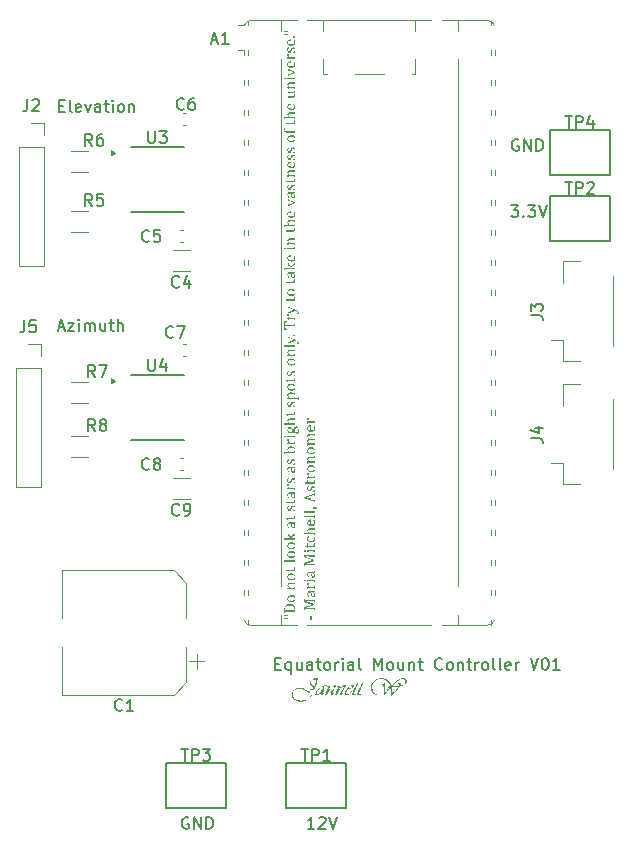
<source format=gto>
%TF.GenerationSoftware,KiCad,Pcbnew,9.0.0*%
%TF.CreationDate,2025-06-14T22:04:31-04:00*%
%TF.ProjectId,equatorial-mount,65717561-746f-4726-9961-6c2d6d6f756e,rev?*%
%TF.SameCoordinates,Original*%
%TF.FileFunction,Legend,Top*%
%TF.FilePolarity,Positive*%
%FSLAX46Y46*%
G04 Gerber Fmt 4.6, Leading zero omitted, Abs format (unit mm)*
G04 Created by KiCad (PCBNEW 9.0.0) date 2025-06-14 22:04:31*
%MOMM*%
%LPD*%
G01*
G04 APERTURE LIST*
%ADD10C,0.150000*%
%ADD11C,0.304800*%
%ADD12C,0.120000*%
G04 APERTURE END LIST*
D10*
X111842779Y-79356009D02*
X112176112Y-79356009D01*
X112318969Y-79879819D02*
X111842779Y-79879819D01*
X111842779Y-79879819D02*
X111842779Y-78879819D01*
X111842779Y-78879819D02*
X112318969Y-78879819D01*
X112890398Y-79879819D02*
X112795160Y-79832200D01*
X112795160Y-79832200D02*
X112747541Y-79736961D01*
X112747541Y-79736961D02*
X112747541Y-78879819D01*
X113652303Y-79832200D02*
X113557065Y-79879819D01*
X113557065Y-79879819D02*
X113366589Y-79879819D01*
X113366589Y-79879819D02*
X113271351Y-79832200D01*
X113271351Y-79832200D02*
X113223732Y-79736961D01*
X113223732Y-79736961D02*
X113223732Y-79356009D01*
X113223732Y-79356009D02*
X113271351Y-79260771D01*
X113271351Y-79260771D02*
X113366589Y-79213152D01*
X113366589Y-79213152D02*
X113557065Y-79213152D01*
X113557065Y-79213152D02*
X113652303Y-79260771D01*
X113652303Y-79260771D02*
X113699922Y-79356009D01*
X113699922Y-79356009D02*
X113699922Y-79451247D01*
X113699922Y-79451247D02*
X113223732Y-79546485D01*
X114033256Y-79213152D02*
X114271351Y-79879819D01*
X114271351Y-79879819D02*
X114509446Y-79213152D01*
X115318970Y-79879819D02*
X115318970Y-79356009D01*
X115318970Y-79356009D02*
X115271351Y-79260771D01*
X115271351Y-79260771D02*
X115176113Y-79213152D01*
X115176113Y-79213152D02*
X114985637Y-79213152D01*
X114985637Y-79213152D02*
X114890399Y-79260771D01*
X115318970Y-79832200D02*
X115223732Y-79879819D01*
X115223732Y-79879819D02*
X114985637Y-79879819D01*
X114985637Y-79879819D02*
X114890399Y-79832200D01*
X114890399Y-79832200D02*
X114842780Y-79736961D01*
X114842780Y-79736961D02*
X114842780Y-79641723D01*
X114842780Y-79641723D02*
X114890399Y-79546485D01*
X114890399Y-79546485D02*
X114985637Y-79498866D01*
X114985637Y-79498866D02*
X115223732Y-79498866D01*
X115223732Y-79498866D02*
X115318970Y-79451247D01*
X115652304Y-79213152D02*
X116033256Y-79213152D01*
X115795161Y-78879819D02*
X115795161Y-79736961D01*
X115795161Y-79736961D02*
X115842780Y-79832200D01*
X115842780Y-79832200D02*
X115938018Y-79879819D01*
X115938018Y-79879819D02*
X116033256Y-79879819D01*
X116366590Y-79879819D02*
X116366590Y-79213152D01*
X116366590Y-78879819D02*
X116318971Y-78927438D01*
X116318971Y-78927438D02*
X116366590Y-78975057D01*
X116366590Y-78975057D02*
X116414209Y-78927438D01*
X116414209Y-78927438D02*
X116366590Y-78879819D01*
X116366590Y-78879819D02*
X116366590Y-78975057D01*
X116985637Y-79879819D02*
X116890399Y-79832200D01*
X116890399Y-79832200D02*
X116842780Y-79784580D01*
X116842780Y-79784580D02*
X116795161Y-79689342D01*
X116795161Y-79689342D02*
X116795161Y-79403628D01*
X116795161Y-79403628D02*
X116842780Y-79308390D01*
X116842780Y-79308390D02*
X116890399Y-79260771D01*
X116890399Y-79260771D02*
X116985637Y-79213152D01*
X116985637Y-79213152D02*
X117128494Y-79213152D01*
X117128494Y-79213152D02*
X117223732Y-79260771D01*
X117223732Y-79260771D02*
X117271351Y-79308390D01*
X117271351Y-79308390D02*
X117318970Y-79403628D01*
X117318970Y-79403628D02*
X117318970Y-79689342D01*
X117318970Y-79689342D02*
X117271351Y-79784580D01*
X117271351Y-79784580D02*
X117223732Y-79832200D01*
X117223732Y-79832200D02*
X117128494Y-79879819D01*
X117128494Y-79879819D02*
X116985637Y-79879819D01*
X117747542Y-79213152D02*
X117747542Y-79879819D01*
X117747542Y-79308390D02*
X117795161Y-79260771D01*
X117795161Y-79260771D02*
X117890399Y-79213152D01*
X117890399Y-79213152D02*
X118033256Y-79213152D01*
X118033256Y-79213152D02*
X118128494Y-79260771D01*
X118128494Y-79260771D02*
X118176113Y-79356009D01*
X118176113Y-79356009D02*
X118176113Y-79879819D01*
X111795160Y-98136104D02*
X112271350Y-98136104D01*
X111699922Y-98421819D02*
X112033255Y-97421819D01*
X112033255Y-97421819D02*
X112366588Y-98421819D01*
X112604684Y-97755152D02*
X113128493Y-97755152D01*
X113128493Y-97755152D02*
X112604684Y-98421819D01*
X112604684Y-98421819D02*
X113128493Y-98421819D01*
X113509446Y-98421819D02*
X113509446Y-97755152D01*
X113509446Y-97421819D02*
X113461827Y-97469438D01*
X113461827Y-97469438D02*
X113509446Y-97517057D01*
X113509446Y-97517057D02*
X113557065Y-97469438D01*
X113557065Y-97469438D02*
X113509446Y-97421819D01*
X113509446Y-97421819D02*
X113509446Y-97517057D01*
X113985636Y-98421819D02*
X113985636Y-97755152D01*
X113985636Y-97850390D02*
X114033255Y-97802771D01*
X114033255Y-97802771D02*
X114128493Y-97755152D01*
X114128493Y-97755152D02*
X114271350Y-97755152D01*
X114271350Y-97755152D02*
X114366588Y-97802771D01*
X114366588Y-97802771D02*
X114414207Y-97898009D01*
X114414207Y-97898009D02*
X114414207Y-98421819D01*
X114414207Y-97898009D02*
X114461826Y-97802771D01*
X114461826Y-97802771D02*
X114557064Y-97755152D01*
X114557064Y-97755152D02*
X114699921Y-97755152D01*
X114699921Y-97755152D02*
X114795160Y-97802771D01*
X114795160Y-97802771D02*
X114842779Y-97898009D01*
X114842779Y-97898009D02*
X114842779Y-98421819D01*
X115747540Y-97755152D02*
X115747540Y-98421819D01*
X115318969Y-97755152D02*
X115318969Y-98278961D01*
X115318969Y-98278961D02*
X115366588Y-98374200D01*
X115366588Y-98374200D02*
X115461826Y-98421819D01*
X115461826Y-98421819D02*
X115604683Y-98421819D01*
X115604683Y-98421819D02*
X115699921Y-98374200D01*
X115699921Y-98374200D02*
X115747540Y-98326580D01*
X116080874Y-97755152D02*
X116461826Y-97755152D01*
X116223731Y-97421819D02*
X116223731Y-98278961D01*
X116223731Y-98278961D02*
X116271350Y-98374200D01*
X116271350Y-98374200D02*
X116366588Y-98421819D01*
X116366588Y-98421819D02*
X116461826Y-98421819D01*
X116795160Y-98421819D02*
X116795160Y-97421819D01*
X117223731Y-98421819D02*
X117223731Y-97898009D01*
X117223731Y-97898009D02*
X117176112Y-97802771D01*
X117176112Y-97802771D02*
X117080874Y-97755152D01*
X117080874Y-97755152D02*
X116938017Y-97755152D01*
X116938017Y-97755152D02*
X116842779Y-97802771D01*
X116842779Y-97802771D02*
X116795160Y-97850390D01*
G36*
X130853559Y-122703725D02*
G01*
X131174006Y-122747444D01*
X131174006Y-122819190D01*
X130853559Y-122836959D01*
X130853559Y-122703725D01*
G37*
G36*
X130853559Y-122472854D02*
G01*
X131174006Y-122515902D01*
X131174006Y-122588259D01*
X130853559Y-122605356D01*
X130853559Y-122472854D01*
G37*
G36*
X131420230Y-121544784D02*
G01*
X131487727Y-121553774D01*
X131546903Y-121567934D01*
X131603851Y-121588826D01*
X131652678Y-121614513D01*
X131694365Y-121644810D01*
X131741477Y-121693116D01*
X131779911Y-121752032D01*
X131802934Y-121807443D01*
X131818929Y-121873604D01*
X131827258Y-121948229D01*
X131830531Y-122056725D01*
X131830531Y-122303960D01*
X131797008Y-122303960D01*
X131781255Y-122258897D01*
X131762143Y-122237709D01*
X131728620Y-122226779D01*
X131659499Y-122223360D01*
X131067577Y-122223360D01*
X130998151Y-122226779D01*
X130978122Y-122231648D01*
X130964995Y-122238076D01*
X130946188Y-122258958D01*
X130930068Y-122303960D01*
X130896546Y-122303960D01*
X130896546Y-122007510D01*
X130957118Y-122007510D01*
X130959866Y-122095621D01*
X131767211Y-122095621D01*
X131769958Y-122015021D01*
X131767437Y-121959228D01*
X131760433Y-121912561D01*
X131747952Y-121869105D01*
X131730330Y-121830617D01*
X131706164Y-121795994D01*
X131673238Y-121764306D01*
X131634354Y-121737909D01*
X131589158Y-121716495D01*
X131539948Y-121700772D01*
X131483522Y-121689506D01*
X131424010Y-121683187D01*
X131356333Y-121680958D01*
X131264252Y-121685977D01*
X131189215Y-121699801D01*
X131128393Y-121720952D01*
X131072805Y-121752253D01*
X131029999Y-121789734D01*
X130998151Y-121833670D01*
X130975899Y-121883687D01*
X130961998Y-121941144D01*
X130957118Y-122007510D01*
X130896546Y-122007510D01*
X130896546Y-122004763D01*
X130900162Y-121918586D01*
X130910042Y-121849003D01*
X130924939Y-121793370D01*
X130947302Y-121740505D01*
X130975239Y-121694433D01*
X131008775Y-121654396D01*
X131048131Y-121620192D01*
X131093812Y-121591957D01*
X131146651Y-121569644D01*
X131202295Y-121554653D01*
X131267378Y-121545038D01*
X131343327Y-121541617D01*
X131420230Y-121544784D01*
G37*
G36*
X131570627Y-120793568D02*
G01*
X131633819Y-120806420D01*
X131687099Y-120826535D01*
X131735470Y-120855653D01*
X131773930Y-120891030D01*
X131803664Y-120933086D01*
X131824637Y-120980502D01*
X131837689Y-121034498D01*
X131842254Y-121096362D01*
X131836400Y-121166803D01*
X131820002Y-121224988D01*
X131794063Y-121273239D01*
X131758540Y-121313250D01*
X131715032Y-121344107D01*
X131660845Y-121367430D01*
X131593679Y-121382562D01*
X131510694Y-121388049D01*
X131436300Y-121383278D01*
X131373343Y-121369866D01*
X131320002Y-121348787D01*
X131271573Y-121318675D01*
X131233378Y-121282929D01*
X131204170Y-121241198D01*
X131183343Y-121194327D01*
X131170588Y-121142728D01*
X131166401Y-121088180D01*
X131219923Y-121088180D01*
X131224533Y-121127581D01*
X131237794Y-121161039D01*
X131259787Y-121189924D01*
X131291792Y-121214942D01*
X131341743Y-121237864D01*
X131408434Y-121253228D01*
X131496345Y-121258967D01*
X131589879Y-121253098D01*
X131660450Y-121237440D01*
X131712928Y-121214210D01*
X131746797Y-121188649D01*
X131769894Y-121159342D01*
X131783731Y-121125619D01*
X131788521Y-121086104D01*
X131782741Y-121043000D01*
X131766295Y-121008252D01*
X131740547Y-120979411D01*
X131706455Y-120955984D01*
X131666705Y-120938959D01*
X131619199Y-120926980D01*
X131568896Y-120920332D01*
X131515518Y-120918065D01*
X131419520Y-120924167D01*
X131348578Y-120940291D01*
X131305940Y-120958036D01*
X131274112Y-120978274D01*
X131251064Y-121000741D01*
X131233700Y-121027573D01*
X131223411Y-121056470D01*
X131219923Y-121088180D01*
X131166401Y-121088180D01*
X131166190Y-121085433D01*
X131172184Y-121012856D01*
X131188920Y-120953334D01*
X131215297Y-120904374D01*
X131251309Y-120864148D01*
X131295530Y-120832903D01*
X131349570Y-120809480D01*
X131415450Y-120794409D01*
X131495674Y-120788983D01*
X131570627Y-120793568D01*
G37*
G36*
X131830531Y-119677922D02*
G01*
X131830531Y-119947078D01*
X131797069Y-119947078D01*
X131782720Y-119908854D01*
X131765623Y-119889375D01*
X131752919Y-119882821D01*
X131731795Y-119877102D01*
X131662430Y-119872645D01*
X131483339Y-119872645D01*
X131396572Y-119875392D01*
X131332703Y-119884613D01*
X131293746Y-119900305D01*
X131269810Y-119922165D01*
X131254056Y-119951230D01*
X131249875Y-119968948D01*
X131248256Y-119994217D01*
X131250922Y-120020218D01*
X131258880Y-120044775D01*
X131272349Y-120068488D01*
X131295394Y-120097348D01*
X131322208Y-120122956D01*
X131346624Y-120139053D01*
X131373270Y-120148643D01*
X131404754Y-120151997D01*
X131659683Y-120151997D01*
X131714013Y-120150314D01*
X131741382Y-120146563D01*
X131761972Y-120138353D01*
X131776248Y-120125741D01*
X131786553Y-120107501D01*
X131797069Y-120075488D01*
X131830531Y-120075488D01*
X131830531Y-120343301D01*
X131797069Y-120343301D01*
X131782781Y-120305382D01*
X131765684Y-120286270D01*
X131753025Y-120279703D01*
X131732223Y-120273997D01*
X131661881Y-120269539D01*
X131364271Y-120269539D01*
X131293990Y-120270883D01*
X131268920Y-120274202D01*
X131251309Y-120280469D01*
X131237347Y-120290750D01*
X131227434Y-120305382D01*
X131214123Y-120352826D01*
X131177914Y-120352826D01*
X131170098Y-120193030D01*
X131170098Y-120151326D01*
X131282388Y-120158836D01*
X131285136Y-120149311D01*
X131238324Y-120100388D01*
X131211985Y-120067673D01*
X131192362Y-120035984D01*
X131178158Y-120004841D01*
X131169214Y-119972279D01*
X131166190Y-119937491D01*
X131168437Y-119901743D01*
X131174738Y-119871607D01*
X131185695Y-119844066D01*
X131201056Y-119820377D01*
X131220822Y-119800236D01*
X131245141Y-119783801D01*
X131273191Y-119771570D01*
X131308400Y-119762308D01*
X131347744Y-119757103D01*
X131402006Y-119755103D01*
X131659683Y-119755103D01*
X131728010Y-119752416D01*
X131760860Y-119742830D01*
X131780339Y-119723046D01*
X131797069Y-119677922D01*
X131830531Y-119677922D01*
G37*
G36*
X131570627Y-118962723D02*
G01*
X131633819Y-118975576D01*
X131687099Y-118995691D01*
X131735470Y-119024808D01*
X131773930Y-119060186D01*
X131803664Y-119102242D01*
X131824637Y-119149658D01*
X131837689Y-119203654D01*
X131842254Y-119265518D01*
X131836400Y-119335958D01*
X131820002Y-119394144D01*
X131794063Y-119442394D01*
X131758540Y-119482406D01*
X131715032Y-119513263D01*
X131660845Y-119536586D01*
X131593679Y-119551718D01*
X131510694Y-119557205D01*
X131436300Y-119552434D01*
X131373343Y-119539022D01*
X131320002Y-119517943D01*
X131271573Y-119487830D01*
X131233378Y-119452085D01*
X131204170Y-119410354D01*
X131183343Y-119363482D01*
X131170588Y-119311883D01*
X131166401Y-119257336D01*
X131219923Y-119257336D01*
X131224533Y-119296737D01*
X131237794Y-119330195D01*
X131259787Y-119359079D01*
X131291792Y-119384098D01*
X131341743Y-119407020D01*
X131408434Y-119422384D01*
X131496345Y-119428123D01*
X131589879Y-119422254D01*
X131660450Y-119406595D01*
X131712928Y-119383365D01*
X131746797Y-119357804D01*
X131769894Y-119328497D01*
X131783731Y-119294775D01*
X131788521Y-119255260D01*
X131782741Y-119212156D01*
X131766295Y-119177407D01*
X131740547Y-119148566D01*
X131706455Y-119125139D01*
X131666705Y-119108115D01*
X131619199Y-119096136D01*
X131568896Y-119089487D01*
X131515518Y-119087221D01*
X131419520Y-119093322D01*
X131348578Y-119109447D01*
X131305940Y-119127191D01*
X131274112Y-119147430D01*
X131251064Y-119169897D01*
X131233700Y-119196729D01*
X131223411Y-119225626D01*
X131219923Y-119257336D01*
X131166401Y-119257336D01*
X131166190Y-119254588D01*
X131172184Y-119182011D01*
X131188920Y-119122490D01*
X131215297Y-119073530D01*
X131251309Y-119033304D01*
X131295530Y-119002059D01*
X131349570Y-118978636D01*
X131415450Y-118963565D01*
X131495674Y-118958138D01*
X131570627Y-118962723D01*
G37*
G36*
X131212474Y-118861174D02*
G01*
X131204598Y-118829144D01*
X131193423Y-118805853D01*
X131177738Y-118786919D01*
X131158252Y-118772697D01*
X131135083Y-118762392D01*
X131104397Y-118753951D01*
X131009875Y-118739602D01*
X131009875Y-118642577D01*
X131177914Y-118642577D01*
X131177914Y-118421903D01*
X131247279Y-118421903D01*
X131247279Y-118642577D01*
X131551605Y-118642577D01*
X131657240Y-118637142D01*
X131693865Y-118628730D01*
X131718789Y-118616626D01*
X131738311Y-118600090D01*
X131750602Y-118582493D01*
X131757577Y-118561679D01*
X131760189Y-118533278D01*
X131757402Y-118506715D01*
X131749137Y-118482048D01*
X131735931Y-118458791D01*
X131717202Y-118434909D01*
X131754327Y-118404196D01*
X131795696Y-118453412D01*
X131821432Y-118496092D01*
X131837094Y-118540404D01*
X131842254Y-118585851D01*
X131835799Y-118642251D01*
X131818102Y-118684873D01*
X131789986Y-118717071D01*
X131752544Y-118739322D01*
X131699678Y-118754351D01*
X131626405Y-118760057D01*
X131247279Y-118760057D01*
X131247279Y-118861174D01*
X131212474Y-118861174D01*
G37*
G36*
X131659866Y-117857214D02*
G01*
X131714089Y-117855531D01*
X131741443Y-117851779D01*
X131761976Y-117843561D01*
X131776248Y-117830897D01*
X131786588Y-117812657D01*
X131797069Y-117780705D01*
X131830531Y-117780705D01*
X131830531Y-118051875D01*
X131797130Y-118051875D01*
X131787141Y-118020632D01*
X131778690Y-118004431D01*
X131768043Y-117992805D01*
X131755853Y-117985258D01*
X131719705Y-117977076D01*
X131660049Y-117974695D01*
X131089192Y-117974695D01*
X130997785Y-117975733D01*
X130953760Y-117981228D01*
X130925489Y-117993501D01*
X130909124Y-118014689D01*
X130896851Y-118062805D01*
X130861375Y-118062805D01*
X130853559Y-117898185D01*
X130853559Y-117857214D01*
X131659866Y-117857214D01*
G37*
G36*
X131570627Y-117059583D02*
G01*
X131633819Y-117072436D01*
X131687099Y-117092550D01*
X131735470Y-117121668D01*
X131773930Y-117157045D01*
X131803664Y-117199101D01*
X131824637Y-117246518D01*
X131837689Y-117300514D01*
X131842254Y-117362378D01*
X131836400Y-117432818D01*
X131820002Y-117491003D01*
X131794063Y-117539254D01*
X131758540Y-117579265D01*
X131715032Y-117610123D01*
X131660845Y-117633446D01*
X131593679Y-117648578D01*
X131510694Y-117654065D01*
X131436300Y-117649293D01*
X131373343Y-117635882D01*
X131320002Y-117614803D01*
X131271573Y-117584690D01*
X131233378Y-117548945D01*
X131204170Y-117507214D01*
X131183343Y-117460342D01*
X131170588Y-117408743D01*
X131166401Y-117354196D01*
X131219923Y-117354196D01*
X131224533Y-117393596D01*
X131237794Y-117427054D01*
X131259787Y-117455939D01*
X131291792Y-117480958D01*
X131341743Y-117503879D01*
X131408434Y-117519244D01*
X131496345Y-117524982D01*
X131589879Y-117519113D01*
X131660450Y-117503455D01*
X131712928Y-117480225D01*
X131746797Y-117454664D01*
X131769894Y-117425357D01*
X131783731Y-117391635D01*
X131788521Y-117352120D01*
X131782741Y-117309015D01*
X131766295Y-117274267D01*
X131740547Y-117245426D01*
X131706455Y-117221999D01*
X131666705Y-117204974D01*
X131619199Y-117192995D01*
X131568896Y-117186347D01*
X131515518Y-117184080D01*
X131419520Y-117190182D01*
X131348578Y-117206307D01*
X131305940Y-117224051D01*
X131274112Y-117244289D01*
X131251064Y-117266757D01*
X131233700Y-117293589D01*
X131223411Y-117322486D01*
X131219923Y-117354196D01*
X131166401Y-117354196D01*
X131166190Y-117351448D01*
X131172184Y-117278871D01*
X131188920Y-117219350D01*
X131215297Y-117170390D01*
X131251309Y-117130164D01*
X131295530Y-117098919D01*
X131349570Y-117075495D01*
X131415450Y-117060425D01*
X131495674Y-117054998D01*
X131570627Y-117059583D01*
G37*
G36*
X131570627Y-116317085D02*
G01*
X131633819Y-116329937D01*
X131687099Y-116350052D01*
X131735470Y-116379170D01*
X131773930Y-116414547D01*
X131803664Y-116456603D01*
X131824637Y-116504020D01*
X131837689Y-116558015D01*
X131842254Y-116619879D01*
X131836400Y-116690320D01*
X131820002Y-116748505D01*
X131794063Y-116796756D01*
X131758540Y-116836767D01*
X131715032Y-116867624D01*
X131660845Y-116890947D01*
X131593679Y-116906080D01*
X131510694Y-116911566D01*
X131436300Y-116906795D01*
X131373343Y-116893384D01*
X131320002Y-116872304D01*
X131271573Y-116842192D01*
X131233378Y-116806446D01*
X131204170Y-116764715D01*
X131183343Y-116717844D01*
X131170588Y-116666245D01*
X131166401Y-116611697D01*
X131219923Y-116611697D01*
X131224533Y-116651098D01*
X131237794Y-116684556D01*
X131259787Y-116713441D01*
X131291792Y-116738459D01*
X131341743Y-116761381D01*
X131408434Y-116776745D01*
X131496345Y-116782484D01*
X131589879Y-116776615D01*
X131660450Y-116760957D01*
X131712928Y-116737727D01*
X131746797Y-116712166D01*
X131769894Y-116682859D01*
X131783731Y-116649136D01*
X131788521Y-116609621D01*
X131782741Y-116566517D01*
X131766295Y-116531769D01*
X131740547Y-116502928D01*
X131706455Y-116479501D01*
X131666705Y-116462476D01*
X131619199Y-116450497D01*
X131568896Y-116443849D01*
X131515518Y-116441582D01*
X131419520Y-116447684D01*
X131348578Y-116463808D01*
X131305940Y-116481553D01*
X131274112Y-116501791D01*
X131251064Y-116524258D01*
X131233700Y-116551091D01*
X131223411Y-116579988D01*
X131219923Y-116611697D01*
X131166401Y-116611697D01*
X131166190Y-116608950D01*
X131172184Y-116536373D01*
X131188920Y-116476852D01*
X131215297Y-116427891D01*
X131251309Y-116387666D01*
X131295530Y-116356421D01*
X131349570Y-116332997D01*
X131415450Y-116317926D01*
X131495674Y-116312500D01*
X131570627Y-116317085D01*
G37*
G36*
X131451466Y-115992175D02*
G01*
X131451466Y-115970316D01*
X131446703Y-115933435D01*
X131425820Y-115895883D01*
X131376117Y-115837753D01*
X131326047Y-115790309D01*
X131288311Y-115768083D01*
X131259552Y-115762648D01*
X131240825Y-115765958D01*
X131227312Y-115775288D01*
X131218086Y-115790523D01*
X131211497Y-115816626D01*
X131177914Y-115816626D01*
X131177914Y-115522191D01*
X131211497Y-115522191D01*
X131221136Y-115553459D01*
X131239646Y-115589114D01*
X131264190Y-115624122D01*
X131297226Y-115662203D01*
X131446642Y-115819312D01*
X131702303Y-115622575D01*
X131743403Y-115588137D01*
X131768737Y-115560781D01*
X131786644Y-115531673D01*
X131797069Y-115500331D01*
X131830531Y-115500331D01*
X131830531Y-115762648D01*
X131797069Y-115762648D01*
X131789192Y-115736331D01*
X131781792Y-115730086D01*
X131769714Y-115727782D01*
X131749625Y-115731568D01*
X131722819Y-115746956D01*
X131663835Y-115789271D01*
X131555269Y-115870542D01*
X131515824Y-115903698D01*
X131502390Y-115924520D01*
X131498360Y-115953890D01*
X131498360Y-115992175D01*
X131659744Y-115992175D01*
X131714021Y-115990492D01*
X131741382Y-115986741D01*
X131761967Y-115978519D01*
X131776248Y-115965858D01*
X131786555Y-115947625D01*
X131797069Y-115915666D01*
X131830531Y-115915666D01*
X131830531Y-116186837D01*
X131797069Y-116186837D01*
X131787129Y-116155594D01*
X131778690Y-116139393D01*
X131767994Y-116127764D01*
X131755792Y-116120220D01*
X131719644Y-116112038D01*
X131659988Y-116109656D01*
X131089131Y-116109656D01*
X130997785Y-116110694D01*
X130953760Y-116116190D01*
X130925489Y-116128463D01*
X130909124Y-116149651D01*
X130896851Y-116197767D01*
X130861375Y-116197767D01*
X130853559Y-116033147D01*
X130853559Y-115992175D01*
X131451466Y-115992175D01*
G37*
G36*
X131830531Y-114741652D02*
G01*
X131733566Y-114738233D01*
X131730879Y-114748491D01*
X131784963Y-114808980D01*
X131816975Y-114860232D01*
X131835915Y-114913987D01*
X131842254Y-114971179D01*
X131837019Y-115020948D01*
X131822104Y-115062770D01*
X131797626Y-115097931D01*
X131765318Y-115123526D01*
X131726512Y-115139251D01*
X131680749Y-115144714D01*
X131633908Y-115138619D01*
X131593528Y-115120860D01*
X131557960Y-115090804D01*
X131526509Y-115046040D01*
X131504511Y-114997108D01*
X131485906Y-114933563D01*
X131471698Y-114852313D01*
X131463189Y-114749895D01*
X131520831Y-114749895D01*
X131525515Y-114842610D01*
X131538061Y-114909929D01*
X131556185Y-114957563D01*
X131577052Y-114988665D01*
X131601440Y-115009677D01*
X131629891Y-115022214D01*
X131663713Y-115026561D01*
X131700029Y-115022274D01*
X131725384Y-115010869D01*
X131744626Y-114992879D01*
X131756525Y-114971240D01*
X131762793Y-114946022D01*
X131765073Y-114914515D01*
X131759368Y-114869913D01*
X131742542Y-114830129D01*
X131716644Y-114796101D01*
X131685328Y-114771083D01*
X131650043Y-114754957D01*
X131616635Y-114749895D01*
X131520831Y-114749895D01*
X131463189Y-114749895D01*
X131418859Y-114749895D01*
X131351711Y-114753781D01*
X131306935Y-114763573D01*
X131270628Y-114781706D01*
X131246851Y-114806560D01*
X131232949Y-114839165D01*
X131227739Y-114885145D01*
X131231074Y-114919654D01*
X131240419Y-114947787D01*
X131255339Y-114970874D01*
X131288233Y-114998339D01*
X131338137Y-115019722D01*
X131338137Y-115109176D01*
X131251003Y-115109176D01*
X131200750Y-114999878D01*
X131175410Y-114912439D01*
X131168500Y-114868429D01*
X131166190Y-114823657D01*
X131172112Y-114759983D01*
X131187683Y-114715030D01*
X131214674Y-114679399D01*
X131253568Y-114653602D01*
X131303926Y-114639071D01*
X131387413Y-114633086D01*
X131625000Y-114633086D01*
X131696380Y-114632414D01*
X131734970Y-114628262D01*
X131763303Y-114618065D01*
X131781377Y-114597915D01*
X131797069Y-114554501D01*
X131830531Y-114554501D01*
X131830531Y-114741652D01*
G37*
G36*
X131212474Y-114491181D02*
G01*
X131204598Y-114459151D01*
X131193423Y-114435860D01*
X131177738Y-114416926D01*
X131158252Y-114402704D01*
X131135083Y-114392399D01*
X131104397Y-114383958D01*
X131009875Y-114369609D01*
X131009875Y-114272584D01*
X131177914Y-114272584D01*
X131177914Y-114051910D01*
X131247279Y-114051910D01*
X131247279Y-114272584D01*
X131551605Y-114272584D01*
X131657240Y-114267149D01*
X131693865Y-114258737D01*
X131718789Y-114246633D01*
X131738311Y-114230097D01*
X131750602Y-114212500D01*
X131757577Y-114191686D01*
X131760189Y-114163285D01*
X131757402Y-114136722D01*
X131749137Y-114112055D01*
X131735931Y-114088798D01*
X131717202Y-114064916D01*
X131754327Y-114034203D01*
X131795696Y-114083419D01*
X131821432Y-114126099D01*
X131837094Y-114170411D01*
X131842254Y-114215858D01*
X131835799Y-114272258D01*
X131818102Y-114314880D01*
X131789986Y-114347078D01*
X131752544Y-114369329D01*
X131699678Y-114384358D01*
X131626405Y-114390064D01*
X131247279Y-114390064D01*
X131247279Y-114491181D01*
X131212474Y-114491181D01*
G37*
G36*
X131326413Y-113211898D02*
G01*
X131326413Y-113277477D01*
X131288682Y-113294648D01*
X131262361Y-113313015D01*
X131242164Y-113335237D01*
X131229449Y-113359482D01*
X131222499Y-113387066D01*
X131219923Y-113422985D01*
X131223084Y-113458587D01*
X131231850Y-113487149D01*
X131245630Y-113510118D01*
X131264711Y-113528055D01*
X131287682Y-113538788D01*
X131315789Y-113542542D01*
X131345425Y-113539087D01*
X131367873Y-113529597D01*
X131386988Y-113513780D01*
X131406220Y-113489297D01*
X131424529Y-113456333D01*
X131453420Y-113392943D01*
X131484080Y-113327749D01*
X131508802Y-113285354D01*
X131536622Y-113251042D01*
X131567542Y-113225942D01*
X131603478Y-113209988D01*
X131647470Y-113204387D01*
X131698792Y-113209323D01*
X131738390Y-113222828D01*
X131771905Y-113245072D01*
X131798535Y-113274790D01*
X131818192Y-113310679D01*
X131831996Y-113354353D01*
X131839594Y-113401656D01*
X131842254Y-113455103D01*
X131840107Y-113511978D01*
X131833767Y-113566478D01*
X131811785Y-113671624D01*
X131670307Y-113671624D01*
X131670307Y-113604702D01*
X131710112Y-113589383D01*
X131739491Y-113571069D01*
X131760494Y-113550052D01*
X131775402Y-113524457D01*
X131785016Y-113491841D01*
X131788521Y-113450340D01*
X131783392Y-113402163D01*
X131776456Y-113379638D01*
X131766295Y-113360153D01*
X131752301Y-113343692D01*
X131733810Y-113330783D01*
X131711643Y-113322788D01*
X131682458Y-113319853D01*
X131649744Y-113323544D01*
X131625733Y-113333531D01*
X131605465Y-113350177D01*
X131585677Y-113375846D01*
X131566856Y-113410405D01*
X131536767Y-113476963D01*
X131509775Y-113535596D01*
X131486148Y-113576736D01*
X131458892Y-113610714D01*
X131428079Y-113635781D01*
X131392183Y-113651711D01*
X131348761Y-113657275D01*
X131312395Y-113653776D01*
X131280218Y-113643636D01*
X131251370Y-113626928D01*
X131226570Y-113604363D01*
X131205483Y-113575453D01*
X131188111Y-113539122D01*
X131171994Y-113478736D01*
X131166190Y-113404545D01*
X131170647Y-113317472D01*
X131187928Y-113211898D01*
X131326413Y-113211898D01*
G37*
G36*
X131212474Y-113109743D02*
G01*
X131204598Y-113077713D01*
X131193423Y-113054422D01*
X131177738Y-113035489D01*
X131158252Y-113021266D01*
X131135083Y-113010962D01*
X131104397Y-113002521D01*
X131009875Y-112988172D01*
X131009875Y-112891146D01*
X131177914Y-112891146D01*
X131177914Y-112670473D01*
X131247279Y-112670473D01*
X131247279Y-112891146D01*
X131551605Y-112891146D01*
X131657240Y-112885712D01*
X131693865Y-112877299D01*
X131718789Y-112865195D01*
X131738311Y-112848659D01*
X131750602Y-112831062D01*
X131757577Y-112810248D01*
X131760189Y-112781847D01*
X131757402Y-112755285D01*
X131749137Y-112730617D01*
X131735931Y-112707360D01*
X131717202Y-112683479D01*
X131754327Y-112652765D01*
X131795696Y-112701982D01*
X131821432Y-112744661D01*
X131837094Y-112788973D01*
X131842254Y-112834421D01*
X131835799Y-112890820D01*
X131818102Y-112933442D01*
X131789986Y-112965640D01*
X131752544Y-112987891D01*
X131699678Y-113002921D01*
X131626405Y-113008627D01*
X131247279Y-113008627D01*
X131247279Y-113109743D01*
X131212474Y-113109743D01*
G37*
G36*
X131830531Y-112204457D02*
G01*
X131733566Y-112201038D01*
X131730879Y-112211296D01*
X131784963Y-112271785D01*
X131816975Y-112323037D01*
X131835915Y-112376792D01*
X131842254Y-112433984D01*
X131837019Y-112483754D01*
X131822104Y-112525576D01*
X131797626Y-112560736D01*
X131765318Y-112586331D01*
X131726512Y-112602057D01*
X131680749Y-112607519D01*
X131633908Y-112601424D01*
X131593528Y-112583665D01*
X131557960Y-112553610D01*
X131526509Y-112508845D01*
X131504511Y-112459913D01*
X131485906Y-112396368D01*
X131471698Y-112315119D01*
X131463189Y-112212700D01*
X131520831Y-112212700D01*
X131525515Y-112305415D01*
X131538061Y-112372734D01*
X131556185Y-112420368D01*
X131577052Y-112451470D01*
X131601440Y-112472483D01*
X131629891Y-112485019D01*
X131663713Y-112489367D01*
X131700029Y-112485080D01*
X131725384Y-112473674D01*
X131744626Y-112455685D01*
X131756525Y-112434046D01*
X131762793Y-112408827D01*
X131765073Y-112377320D01*
X131759368Y-112332718D01*
X131742542Y-112292934D01*
X131716644Y-112258906D01*
X131685328Y-112233889D01*
X131650043Y-112217763D01*
X131616635Y-112212700D01*
X131520831Y-112212700D01*
X131463189Y-112212700D01*
X131418859Y-112212700D01*
X131351711Y-112216586D01*
X131306935Y-112226378D01*
X131270628Y-112244511D01*
X131246851Y-112269365D01*
X131232949Y-112301970D01*
X131227739Y-112347950D01*
X131231074Y-112382459D01*
X131240419Y-112410593D01*
X131255339Y-112433679D01*
X131288233Y-112461144D01*
X131338137Y-112482528D01*
X131338137Y-112571982D01*
X131251003Y-112571982D01*
X131200750Y-112462683D01*
X131175410Y-112375244D01*
X131168500Y-112331234D01*
X131166190Y-112286462D01*
X131172112Y-112222788D01*
X131187683Y-112177835D01*
X131214674Y-112142205D01*
X131253568Y-112116408D01*
X131303926Y-112101877D01*
X131387413Y-112095891D01*
X131625000Y-112095891D01*
X131696380Y-112095220D01*
X131734970Y-112091068D01*
X131763303Y-112080870D01*
X131781377Y-112060720D01*
X131797069Y-112017306D01*
X131830531Y-112017306D01*
X131830531Y-112204457D01*
G37*
G36*
X131290204Y-111728550D02*
G01*
X131292280Y-111719025D01*
X131250026Y-111681172D01*
X131220778Y-111649354D01*
X131197529Y-111615796D01*
X131180417Y-111579989D01*
X131169897Y-111541153D01*
X131166190Y-111495603D01*
X131170281Y-111423918D01*
X131326413Y-111423918D01*
X131326413Y-111501099D01*
X131292872Y-111519100D01*
X131272802Y-111535904D01*
X131260536Y-111556930D01*
X131256071Y-111586462D01*
X131259539Y-111610566D01*
X131270421Y-111635310D01*
X131287408Y-111658447D01*
X131312125Y-111682144D01*
X131339692Y-111701849D01*
X131363355Y-111713224D01*
X131388577Y-111719446D01*
X131420141Y-111721711D01*
X131659561Y-111721711D01*
X131717032Y-111719373D01*
X131745473Y-111714201D01*
X131766291Y-111703920D01*
X131779972Y-111689288D01*
X131789088Y-111669385D01*
X131797069Y-111637020D01*
X131830531Y-111637020D01*
X131830531Y-111912343D01*
X131797069Y-111912343D01*
X131782720Y-111875096D01*
X131765623Y-111855617D01*
X131752930Y-111848885D01*
X131732162Y-111843344D01*
X131661759Y-111839253D01*
X131363782Y-111839253D01*
X131293440Y-111840596D01*
X131268316Y-111843917D01*
X131250698Y-111850183D01*
X131236736Y-111860464D01*
X131226823Y-111875096D01*
X131213451Y-111922540D01*
X131177914Y-111922540D01*
X131170098Y-111762744D01*
X131170098Y-111721040D01*
X131290204Y-111728550D01*
G37*
G36*
X131326413Y-110876936D02*
G01*
X131326413Y-110942516D01*
X131288682Y-110959686D01*
X131262361Y-110978053D01*
X131242164Y-111000275D01*
X131229449Y-111024520D01*
X131222499Y-111052105D01*
X131219923Y-111088023D01*
X131223084Y-111123625D01*
X131231850Y-111152187D01*
X131245630Y-111175157D01*
X131264711Y-111193093D01*
X131287682Y-111203827D01*
X131315789Y-111207580D01*
X131345425Y-111204125D01*
X131367873Y-111194635D01*
X131386988Y-111178819D01*
X131406220Y-111154335D01*
X131424529Y-111121372D01*
X131453420Y-111057981D01*
X131484080Y-110992787D01*
X131508802Y-110950392D01*
X131536622Y-110916080D01*
X131567542Y-110890980D01*
X131603478Y-110875026D01*
X131647470Y-110869426D01*
X131698792Y-110874361D01*
X131738390Y-110887866D01*
X131771905Y-110910110D01*
X131798535Y-110939829D01*
X131818192Y-110975718D01*
X131831996Y-111019391D01*
X131839594Y-111066695D01*
X131842254Y-111120141D01*
X131840107Y-111177016D01*
X131833767Y-111231516D01*
X131811785Y-111336662D01*
X131670307Y-111336662D01*
X131670307Y-111269740D01*
X131710112Y-111254421D01*
X131739491Y-111236107D01*
X131760494Y-111215091D01*
X131775402Y-111189495D01*
X131785016Y-111156879D01*
X131788521Y-111115378D01*
X131783392Y-111067202D01*
X131776456Y-111044676D01*
X131766295Y-111025192D01*
X131752301Y-111008730D01*
X131733810Y-110995822D01*
X131711643Y-110987826D01*
X131682458Y-110984892D01*
X131649744Y-110988583D01*
X131625733Y-110998569D01*
X131605465Y-111015215D01*
X131585677Y-111040884D01*
X131566856Y-111075444D01*
X131536767Y-111142001D01*
X131509775Y-111200634D01*
X131486148Y-111241774D01*
X131458892Y-111275753D01*
X131428079Y-111300820D01*
X131392183Y-111316750D01*
X131348761Y-111322313D01*
X131312395Y-111318815D01*
X131280218Y-111308674D01*
X131251370Y-111291966D01*
X131226570Y-111269401D01*
X131205483Y-111240491D01*
X131188111Y-111204161D01*
X131171994Y-111143774D01*
X131166190Y-111069583D01*
X131170647Y-110982510D01*
X131187928Y-110876936D01*
X131326413Y-110876936D01*
G37*
G36*
X131830531Y-110034604D02*
G01*
X131733566Y-110031184D01*
X131730879Y-110041443D01*
X131784963Y-110101932D01*
X131816975Y-110153184D01*
X131835915Y-110206939D01*
X131842254Y-110264131D01*
X131837019Y-110313900D01*
X131822104Y-110355722D01*
X131797626Y-110390883D01*
X131765318Y-110416478D01*
X131726512Y-110432203D01*
X131680749Y-110437666D01*
X131633908Y-110431571D01*
X131593528Y-110413812D01*
X131557960Y-110383756D01*
X131526509Y-110338991D01*
X131504511Y-110290059D01*
X131485906Y-110226515D01*
X131471698Y-110145265D01*
X131463189Y-110042847D01*
X131520831Y-110042847D01*
X131525515Y-110135562D01*
X131538061Y-110202881D01*
X131556185Y-110250515D01*
X131577052Y-110281617D01*
X131601440Y-110302629D01*
X131629891Y-110315166D01*
X131663713Y-110319513D01*
X131700029Y-110315226D01*
X131725384Y-110303821D01*
X131744626Y-110285831D01*
X131756525Y-110264192D01*
X131762793Y-110238974D01*
X131765073Y-110207467D01*
X131759368Y-110162865D01*
X131742542Y-110123081D01*
X131716644Y-110089053D01*
X131685328Y-110064035D01*
X131650043Y-110047909D01*
X131616635Y-110042847D01*
X131520831Y-110042847D01*
X131463189Y-110042847D01*
X131418859Y-110042847D01*
X131351711Y-110046733D01*
X131306935Y-110056525D01*
X131270628Y-110074658D01*
X131246851Y-110099511D01*
X131232949Y-110132117D01*
X131227739Y-110178096D01*
X131231074Y-110212606D01*
X131240419Y-110240739D01*
X131255339Y-110263826D01*
X131288233Y-110291291D01*
X131338137Y-110312674D01*
X131338137Y-110402128D01*
X131251003Y-110402128D01*
X131200750Y-110292830D01*
X131175410Y-110205391D01*
X131168500Y-110161380D01*
X131166190Y-110116608D01*
X131172112Y-110052935D01*
X131187683Y-110007981D01*
X131214674Y-109972351D01*
X131253568Y-109946554D01*
X131303926Y-109932023D01*
X131387413Y-109926038D01*
X131625000Y-109926038D01*
X131696380Y-109925366D01*
X131734970Y-109921214D01*
X131763303Y-109911017D01*
X131781377Y-109890867D01*
X131797069Y-109847453D01*
X131830531Y-109847453D01*
X131830531Y-110034604D01*
G37*
G36*
X131326413Y-109285450D02*
G01*
X131326413Y-109351029D01*
X131288682Y-109368200D01*
X131262361Y-109386566D01*
X131242164Y-109408789D01*
X131229449Y-109433034D01*
X131222499Y-109460618D01*
X131219923Y-109496537D01*
X131223084Y-109532139D01*
X131231850Y-109560701D01*
X131245630Y-109583670D01*
X131264711Y-109601607D01*
X131287682Y-109612340D01*
X131315789Y-109616094D01*
X131345425Y-109612639D01*
X131367873Y-109603149D01*
X131386988Y-109587332D01*
X131406220Y-109562849D01*
X131424529Y-109529885D01*
X131453420Y-109466495D01*
X131484080Y-109401301D01*
X131508802Y-109358906D01*
X131536622Y-109324594D01*
X131567542Y-109299494D01*
X131603478Y-109283540D01*
X131647470Y-109277939D01*
X131698792Y-109282875D01*
X131738390Y-109296380D01*
X131771905Y-109318624D01*
X131798535Y-109348342D01*
X131818192Y-109384231D01*
X131831996Y-109427905D01*
X131839594Y-109475208D01*
X131842254Y-109528655D01*
X131840107Y-109585530D01*
X131833767Y-109640030D01*
X131811785Y-109745176D01*
X131670307Y-109745176D01*
X131670307Y-109678254D01*
X131710112Y-109662935D01*
X131739491Y-109644621D01*
X131760494Y-109623604D01*
X131775402Y-109598009D01*
X131785016Y-109565393D01*
X131788521Y-109523892D01*
X131783392Y-109475715D01*
X131776456Y-109453190D01*
X131766295Y-109433705D01*
X131752301Y-109417244D01*
X131733810Y-109404335D01*
X131711643Y-109396340D01*
X131682458Y-109393405D01*
X131649744Y-109397096D01*
X131625733Y-109407083D01*
X131605465Y-109423729D01*
X131585677Y-109449398D01*
X131566856Y-109483957D01*
X131536767Y-109550515D01*
X131509775Y-109609148D01*
X131486148Y-109650288D01*
X131458892Y-109684266D01*
X131428079Y-109709333D01*
X131392183Y-109725263D01*
X131348761Y-109730827D01*
X131312395Y-109727328D01*
X131280218Y-109717188D01*
X131251370Y-109700480D01*
X131226570Y-109677914D01*
X131205483Y-109649005D01*
X131188111Y-109612674D01*
X131171994Y-109552288D01*
X131166190Y-109478096D01*
X131170647Y-109391024D01*
X131187928Y-109285450D01*
X131326413Y-109285450D01*
G37*
G36*
X131571931Y-108210226D02*
G01*
X131634196Y-108221827D01*
X131686610Y-108239907D01*
X131734523Y-108266579D01*
X131772901Y-108299710D01*
X131802931Y-108339681D01*
X131824350Y-108385107D01*
X131837622Y-108436705D01*
X131842254Y-108495752D01*
X131839891Y-108545459D01*
X131833034Y-108591068D01*
X131820755Y-108635839D01*
X131800794Y-108684979D01*
X131842254Y-108732789D01*
X131830531Y-108779928D01*
X131089192Y-108779928D01*
X130997785Y-108780966D01*
X130953760Y-108786401D01*
X130925489Y-108798735D01*
X130909124Y-108819862D01*
X130896851Y-108868039D01*
X130861375Y-108868039D01*
X130853559Y-108702748D01*
X130853559Y-108662448D01*
X131284465Y-108662448D01*
X131285136Y-108659700D01*
X131239492Y-108613033D01*
X131212718Y-108580138D01*
X131192602Y-108547495D01*
X131178158Y-108514558D01*
X131171800Y-108489585D01*
X131248256Y-108489585D01*
X131251456Y-108526771D01*
X131260223Y-108555897D01*
X131275009Y-108582367D01*
X131297470Y-108610180D01*
X131323535Y-108634320D01*
X131347418Y-108649808D01*
X131373351Y-108659186D01*
X131403594Y-108662448D01*
X131585066Y-108662448D01*
X131669025Y-108657685D01*
X131698519Y-108650946D01*
X131720743Y-108641626D01*
X131740042Y-108628108D01*
X131758418Y-108608836D01*
X131772879Y-108586004D01*
X131782048Y-108560659D01*
X131788521Y-108501186D01*
X131784131Y-108461862D01*
X131771596Y-108428876D01*
X131751025Y-108400823D01*
X131721415Y-108376928D01*
X131674524Y-108355117D01*
X131609227Y-108340210D01*
X131520098Y-108334551D01*
X131429754Y-108339740D01*
X131363668Y-108353364D01*
X131316399Y-108373142D01*
X131286090Y-108395363D01*
X131265264Y-108421595D01*
X131252661Y-108452532D01*
X131248256Y-108489585D01*
X131171800Y-108489585D01*
X131169268Y-108479642D01*
X131166190Y-108440431D01*
X131170547Y-108392906D01*
X131183074Y-108351516D01*
X131203498Y-108315073D01*
X131231408Y-108283881D01*
X131268168Y-108256995D01*
X131315422Y-108234473D01*
X131365923Y-108219356D01*
X131426244Y-108209585D01*
X131498055Y-108206080D01*
X131571931Y-108210226D01*
G37*
G36*
X131290204Y-107884168D02*
G01*
X131292280Y-107874642D01*
X131250026Y-107836789D01*
X131220778Y-107804972D01*
X131197529Y-107771414D01*
X131180417Y-107735607D01*
X131169897Y-107696770D01*
X131166190Y-107651221D01*
X131170281Y-107579536D01*
X131326413Y-107579536D01*
X131326413Y-107656717D01*
X131292872Y-107674718D01*
X131272802Y-107691521D01*
X131260536Y-107712547D01*
X131256071Y-107742079D01*
X131259539Y-107766183D01*
X131270421Y-107790928D01*
X131287408Y-107814064D01*
X131312125Y-107837762D01*
X131339692Y-107857467D01*
X131363355Y-107868841D01*
X131388577Y-107875063D01*
X131420141Y-107877329D01*
X131659561Y-107877329D01*
X131717032Y-107874990D01*
X131745473Y-107869818D01*
X131766291Y-107859537D01*
X131779972Y-107844906D01*
X131789088Y-107825002D01*
X131797069Y-107792638D01*
X131830531Y-107792638D01*
X131830531Y-108067960D01*
X131797069Y-108067960D01*
X131782720Y-108030713D01*
X131765623Y-108011235D01*
X131752930Y-108004503D01*
X131732162Y-107998962D01*
X131661759Y-107994871D01*
X131363782Y-107994871D01*
X131293440Y-107996214D01*
X131268316Y-107999535D01*
X131250698Y-108005801D01*
X131236736Y-108016082D01*
X131226823Y-108030713D01*
X131213451Y-108078158D01*
X131177914Y-108078158D01*
X131170098Y-107918362D01*
X131170098Y-107876657D01*
X131290204Y-107884168D01*
G37*
G36*
X130908270Y-107294871D02*
G01*
X131041138Y-107294871D01*
X131041138Y-107420595D01*
X130908270Y-107420595D01*
X130908270Y-107294871D01*
G37*
G36*
X131797069Y-107490265D02*
G01*
X131782781Y-107452346D01*
X131765684Y-107433234D01*
X131753025Y-107426667D01*
X131732223Y-107420961D01*
X131661942Y-107416504D01*
X131364271Y-107416504D01*
X131293990Y-107417847D01*
X131268920Y-107421166D01*
X131251309Y-107427434D01*
X131237347Y-107437715D01*
X131227434Y-107452346D01*
X131214123Y-107499790D01*
X131177914Y-107499790D01*
X131170098Y-107340666D01*
X131170098Y-107298962D01*
X131659499Y-107298962D01*
X131713891Y-107297279D01*
X131741321Y-107293527D01*
X131761911Y-107285318D01*
X131776186Y-107272706D01*
X131786537Y-107254460D01*
X131797069Y-107222453D01*
X131830531Y-107222453D01*
X131830531Y-107490265D01*
X131797069Y-107490265D01*
G37*
G36*
X131242455Y-106615021D02*
G01*
X131249904Y-106621188D01*
X131273750Y-106602760D01*
X131306996Y-106587727D01*
X131344086Y-106578547D01*
X131384970Y-106575392D01*
X131439252Y-106580117D01*
X131484604Y-106593437D01*
X131522730Y-106614693D01*
X131554841Y-106644086D01*
X131579733Y-106679707D01*
X131598361Y-106722989D01*
X131610322Y-106775484D01*
X131614620Y-106839114D01*
X131610813Y-106893551D01*
X131600393Y-106936811D01*
X131629457Y-106968018D01*
X131654986Y-106983927D01*
X131678367Y-106988712D01*
X131701727Y-106985944D01*
X131716713Y-106978821D01*
X131727400Y-106966415D01*
X131735215Y-106946031D01*
X131735269Y-106945665D01*
X131838163Y-106945665D01*
X131865691Y-106977008D01*
X131892935Y-106997933D01*
X131923486Y-107010892D01*
X131958636Y-107015335D01*
X131996686Y-107009640D01*
X132026001Y-106993550D01*
X132048761Y-106966486D01*
X132063545Y-106932466D01*
X132073784Y-106884161D01*
X132077704Y-106817254D01*
X132073323Y-106758297D01*
X132061340Y-106711741D01*
X132040849Y-106672023D01*
X132014384Y-106644452D01*
X131981502Y-106627094D01*
X131942943Y-106621188D01*
X131905879Y-106626012D01*
X131888891Y-106632860D01*
X131873578Y-106644086D01*
X131861151Y-106659521D01*
X131850742Y-106682004D01*
X131844621Y-106708535D01*
X131842254Y-106746179D01*
X131842254Y-106847967D01*
X131838163Y-106945665D01*
X131735269Y-106945665D01*
X131739046Y-106920190D01*
X131740649Y-106876666D01*
X131740649Y-106712718D01*
X131746794Y-106644273D01*
X131763119Y-106594565D01*
X131790121Y-106554597D01*
X131823386Y-106529292D01*
X131863394Y-106514892D01*
X131911558Y-106509813D01*
X131953002Y-106513988D01*
X131990706Y-106526250D01*
X132025558Y-106546755D01*
X132055657Y-106574073D01*
X132081653Y-106609156D01*
X132103533Y-106653306D01*
X132118603Y-106700547D01*
X132128101Y-106754390D01*
X132131438Y-106815849D01*
X132129294Y-106883363D01*
X132123256Y-106941940D01*
X132111869Y-106996430D01*
X132095717Y-107039637D01*
X132072761Y-107076243D01*
X132044670Y-107102468D01*
X132010096Y-107118793D01*
X131965414Y-107124633D01*
X131924775Y-107117559D01*
X131887500Y-107095935D01*
X131855614Y-107062631D01*
X131825890Y-107014663D01*
X131809620Y-107043680D01*
X131787666Y-107065221D01*
X131760498Y-107078950D01*
X131728254Y-107083662D01*
X131690947Y-107078202D01*
X131656874Y-107061802D01*
X131624922Y-107034437D01*
X131582807Y-106984621D01*
X131549126Y-107028037D01*
X131505565Y-107059421D01*
X131454248Y-107078413D01*
X131394496Y-107085005D01*
X131338712Y-107079888D01*
X131293257Y-107065588D01*
X131253687Y-107042155D01*
X131222122Y-107011610D01*
X131197799Y-106974444D01*
X131180112Y-106929972D01*
X131169762Y-106881619D01*
X131166280Y-106829527D01*
X131219923Y-106829527D01*
X131225008Y-106870783D01*
X131239225Y-106903106D01*
X131262361Y-106928629D01*
X131292545Y-106946615D01*
X131332502Y-106958400D01*
X131385032Y-106962762D01*
X131440244Y-106958329D01*
X131482676Y-106946315D01*
X131515091Y-106927957D01*
X131540226Y-106901751D01*
X131555475Y-106868967D01*
X131560886Y-106827512D01*
X131557414Y-106794380D01*
X131547758Y-106768100D01*
X131532164Y-106745771D01*
X131511733Y-106728105D01*
X131487372Y-106714930D01*
X131458793Y-106705574D01*
X131395778Y-106698369D01*
X131339352Y-106703000D01*
X131296738Y-106715466D01*
X131261485Y-106736286D01*
X131238486Y-106761933D01*
X131224675Y-106793115D01*
X131219923Y-106829527D01*
X131166280Y-106829527D01*
X131166190Y-106828184D01*
X131169111Y-106779230D01*
X131177914Y-106730487D01*
X131177914Y-106488686D01*
X131247279Y-106488686D01*
X131242455Y-106615021D01*
G37*
G36*
X131284465Y-106236444D02*
G01*
X131285136Y-106233697D01*
X131236052Y-106182332D01*
X131209604Y-106149311D01*
X131190383Y-106117787D01*
X131177120Y-106087823D01*
X131168972Y-106056610D01*
X131166190Y-106022610D01*
X131168535Y-105986241D01*
X131175105Y-105955687D01*
X131186395Y-105927851D01*
X131202094Y-105904091D01*
X131222122Y-105884012D01*
X131246485Y-105867882D01*
X131274470Y-105855984D01*
X131309377Y-105847060D01*
X131348368Y-105842118D01*
X131402006Y-105840221D01*
X131659683Y-105840221D01*
X131714446Y-105838610D01*
X131740710Y-105835092D01*
X131760269Y-105827669D01*
X131774171Y-105816652D01*
X131784604Y-105799489D01*
X131797069Y-105763041D01*
X131830531Y-105763041D01*
X131830531Y-106032135D01*
X131797069Y-106032135D01*
X131782720Y-105993911D01*
X131765623Y-105974433D01*
X131752919Y-105967879D01*
X131731795Y-105962160D01*
X131662430Y-105957702D01*
X131483339Y-105957702D01*
X131397818Y-105960379D01*
X131344304Y-105966922D01*
X131300758Y-105981314D01*
X131272191Y-106003131D01*
X131254711Y-106034045D01*
X131248256Y-106078602D01*
X131250734Y-106104999D01*
X131257842Y-106127817D01*
X131270111Y-106149851D01*
X131291975Y-106178376D01*
X131317693Y-106204180D01*
X131342594Y-106221729D01*
X131369453Y-106232780D01*
X131397915Y-106236444D01*
X131659683Y-106236444D01*
X131725995Y-106234063D01*
X131759151Y-106224782D01*
X131771148Y-106216274D01*
X131781010Y-106203960D01*
X131797069Y-106160607D01*
X131830531Y-106160607D01*
X131830531Y-106431106D01*
X131797069Y-106431106D01*
X131781377Y-106388119D01*
X131762326Y-106367969D01*
X131728925Y-106357345D01*
X131659988Y-106353925D01*
X131089131Y-106353925D01*
X130997785Y-106354963D01*
X130953760Y-106360398D01*
X130925489Y-106372732D01*
X130909124Y-106393859D01*
X130896851Y-106442036D01*
X130861375Y-106442036D01*
X130853559Y-106277416D01*
X130853559Y-106236444D01*
X131284465Y-106236444D01*
G37*
G36*
X131212474Y-105688669D02*
G01*
X131204598Y-105656639D01*
X131193423Y-105633348D01*
X131177738Y-105614414D01*
X131158252Y-105600192D01*
X131135083Y-105589887D01*
X131104397Y-105581446D01*
X131009875Y-105567097D01*
X131009875Y-105470071D01*
X131177914Y-105470071D01*
X131177914Y-105249398D01*
X131247279Y-105249398D01*
X131247279Y-105470071D01*
X131551605Y-105470071D01*
X131657240Y-105464637D01*
X131693865Y-105456225D01*
X131718789Y-105444121D01*
X131738311Y-105427585D01*
X131750602Y-105409988D01*
X131757577Y-105389174D01*
X131760189Y-105360773D01*
X131757402Y-105334210D01*
X131749137Y-105309543D01*
X131735931Y-105286286D01*
X131717202Y-105262404D01*
X131754327Y-105231690D01*
X131795696Y-105280907D01*
X131821432Y-105323587D01*
X131837094Y-105367899D01*
X131842254Y-105413346D01*
X131835799Y-105469746D01*
X131818102Y-105512368D01*
X131789986Y-105544565D01*
X131752544Y-105566817D01*
X131699678Y-105581846D01*
X131626405Y-105587552D01*
X131247279Y-105587552D01*
X131247279Y-105688669D01*
X131212474Y-105688669D01*
G37*
G36*
X131326413Y-104409386D02*
G01*
X131326413Y-104474965D01*
X131288682Y-104492135D01*
X131262361Y-104510502D01*
X131242164Y-104532725D01*
X131229449Y-104556969D01*
X131222499Y-104584554D01*
X131219923Y-104620473D01*
X131223084Y-104656075D01*
X131231850Y-104684637D01*
X131245630Y-104707606D01*
X131264711Y-104725543D01*
X131287682Y-104736276D01*
X131315789Y-104740030D01*
X131345425Y-104736575D01*
X131367873Y-104727085D01*
X131386988Y-104711268D01*
X131406220Y-104686785D01*
X131424529Y-104653821D01*
X131453420Y-104590431D01*
X131484080Y-104525237D01*
X131508802Y-104482842D01*
X131536622Y-104448529D01*
X131567542Y-104423430D01*
X131603478Y-104407476D01*
X131647470Y-104401875D01*
X131698792Y-104406811D01*
X131738390Y-104420316D01*
X131771905Y-104442560D01*
X131798535Y-104472278D01*
X131818192Y-104508167D01*
X131831996Y-104551840D01*
X131839594Y-104599144D01*
X131842254Y-104652591D01*
X131840107Y-104709465D01*
X131833767Y-104763965D01*
X131811785Y-104869112D01*
X131670307Y-104869112D01*
X131670307Y-104802189D01*
X131710112Y-104786871D01*
X131739491Y-104768557D01*
X131760494Y-104747540D01*
X131775402Y-104721945D01*
X131785016Y-104689329D01*
X131788521Y-104647828D01*
X131783392Y-104599651D01*
X131776456Y-104577126D01*
X131766295Y-104557641D01*
X131752301Y-104541179D01*
X131733810Y-104528271D01*
X131711643Y-104520276D01*
X131682458Y-104517341D01*
X131649744Y-104521032D01*
X131625733Y-104531019D01*
X131605465Y-104547665D01*
X131585677Y-104573334D01*
X131566856Y-104607893D01*
X131536767Y-104674450D01*
X131509775Y-104733084D01*
X131486148Y-104774224D01*
X131458892Y-104808202D01*
X131428079Y-104833269D01*
X131392183Y-104849199D01*
X131348761Y-104854763D01*
X131312395Y-104851264D01*
X131280218Y-104841123D01*
X131251370Y-104824415D01*
X131226570Y-104801850D01*
X131205483Y-104772941D01*
X131188111Y-104736610D01*
X131171994Y-104676224D01*
X131166190Y-104602032D01*
X131170647Y-104514960D01*
X131187928Y-104409386D01*
X131326413Y-104409386D01*
G37*
G36*
X131572834Y-103629695D02*
G01*
X131635511Y-103641435D01*
X131687954Y-103659682D01*
X131735927Y-103686519D01*
X131774057Y-103719522D01*
X131803603Y-103759028D01*
X131824619Y-103803986D01*
X131837683Y-103855349D01*
X131842254Y-103914428D01*
X131840027Y-103963724D01*
X131833767Y-104006019D01*
X131823652Y-104045865D01*
X131810991Y-104081123D01*
X131954423Y-104081123D01*
X132020307Y-104078070D01*
X132040640Y-104073494D01*
X132054623Y-104067140D01*
X132065931Y-104057738D01*
X132075323Y-104044609D01*
X132090344Y-103997104D01*
X132123622Y-103997104D01*
X132123622Y-104275785D01*
X132090771Y-104275785D01*
X132076727Y-104235851D01*
X132067813Y-104222197D01*
X132055600Y-104212282D01*
X132040115Y-104205748D01*
X132017682Y-104201352D01*
X131954240Y-104198604D01*
X131368423Y-104198604D01*
X131298447Y-104200009D01*
X131263948Y-104205443D01*
X131241417Y-104217411D01*
X131226396Y-104238599D01*
X131214123Y-104282624D01*
X131177914Y-104282624D01*
X131170098Y-104122095D01*
X131170098Y-104080452D01*
X131282388Y-104089306D01*
X131285136Y-104079047D01*
X131222610Y-104012125D01*
X131190126Y-103961261D01*
X131171685Y-103910703D01*
X131171646Y-103910337D01*
X131248256Y-103910337D01*
X131251433Y-103946970D01*
X131260223Y-103976282D01*
X131275274Y-104003034D01*
X131298814Y-104031298D01*
X131326148Y-104055414D01*
X131350471Y-104069888D01*
X131376231Y-104078281D01*
X131404205Y-104081123D01*
X131585066Y-104081123D01*
X131647074Y-104078759D01*
X131686488Y-104072941D01*
X131719415Y-104061222D01*
X131744374Y-104043876D01*
X131763796Y-104021170D01*
X131777591Y-103994722D01*
X131785474Y-103963905D01*
X131788521Y-103919923D01*
X131784022Y-103880327D01*
X131771187Y-103847272D01*
X131750111Y-103819292D01*
X131719705Y-103795603D01*
X131671796Y-103774093D01*
X131605834Y-103759440D01*
X131516678Y-103753899D01*
X131419767Y-103760197D01*
X131351199Y-103776574D01*
X131304073Y-103800193D01*
X131273009Y-103829750D01*
X131254662Y-103865734D01*
X131248256Y-103910337D01*
X131171646Y-103910337D01*
X131166190Y-103859107D01*
X131171802Y-103804485D01*
X131187781Y-103758511D01*
X131213779Y-103719368D01*
X131250698Y-103685938D01*
X131293600Y-103661382D01*
X131347506Y-103642452D01*
X131414748Y-103630021D01*
X131498055Y-103625488D01*
X131572834Y-103629695D01*
G37*
G36*
X131570627Y-102888613D02*
G01*
X131633819Y-102901466D01*
X131687099Y-102921580D01*
X131735470Y-102950698D01*
X131773930Y-102986075D01*
X131803664Y-103028131D01*
X131824637Y-103075548D01*
X131837689Y-103129544D01*
X131842254Y-103191408D01*
X131836400Y-103261848D01*
X131820002Y-103320033D01*
X131794063Y-103368284D01*
X131758540Y-103408295D01*
X131715032Y-103439153D01*
X131660845Y-103462476D01*
X131593679Y-103477608D01*
X131510694Y-103483095D01*
X131436300Y-103478323D01*
X131373343Y-103464912D01*
X131320002Y-103443833D01*
X131271573Y-103413720D01*
X131233378Y-103377975D01*
X131204170Y-103336244D01*
X131183343Y-103289372D01*
X131170588Y-103237773D01*
X131166401Y-103183226D01*
X131219923Y-103183226D01*
X131224533Y-103222626D01*
X131237794Y-103256085D01*
X131259787Y-103284969D01*
X131291792Y-103309988D01*
X131341743Y-103332909D01*
X131408434Y-103348274D01*
X131496345Y-103354012D01*
X131589879Y-103348143D01*
X131660450Y-103332485D01*
X131712928Y-103309255D01*
X131746797Y-103283694D01*
X131769894Y-103254387D01*
X131783731Y-103220665D01*
X131788521Y-103181150D01*
X131782741Y-103138045D01*
X131766295Y-103103297D01*
X131740547Y-103074456D01*
X131706455Y-103051029D01*
X131666705Y-103034004D01*
X131619199Y-103022025D01*
X131568896Y-103015377D01*
X131515518Y-103013110D01*
X131419520Y-103019212D01*
X131348578Y-103035337D01*
X131305940Y-103053081D01*
X131274112Y-103073319D01*
X131251064Y-103095787D01*
X131233700Y-103122619D01*
X131223411Y-103151516D01*
X131219923Y-103183226D01*
X131166401Y-103183226D01*
X131166190Y-103180478D01*
X131172184Y-103107901D01*
X131188920Y-103048380D01*
X131215297Y-102999420D01*
X131251309Y-102959194D01*
X131295530Y-102927949D01*
X131349570Y-102904525D01*
X131415450Y-102889455D01*
X131495674Y-102884028D01*
X131570627Y-102888613D01*
G37*
G36*
X131212474Y-102787064D02*
G01*
X131204598Y-102755033D01*
X131193423Y-102731743D01*
X131177738Y-102712809D01*
X131158252Y-102698587D01*
X131135083Y-102688282D01*
X131104397Y-102679841D01*
X131009875Y-102665492D01*
X131009875Y-102568466D01*
X131177914Y-102568466D01*
X131177914Y-102347793D01*
X131247279Y-102347793D01*
X131247279Y-102568466D01*
X131551605Y-102568466D01*
X131657240Y-102563032D01*
X131693865Y-102554620D01*
X131718789Y-102542516D01*
X131738311Y-102525980D01*
X131750602Y-102508383D01*
X131757577Y-102487569D01*
X131760189Y-102459168D01*
X131757402Y-102432605D01*
X131749137Y-102407938D01*
X131735931Y-102384681D01*
X131717202Y-102360799D01*
X131754327Y-102330085D01*
X131795696Y-102379302D01*
X131821432Y-102421982D01*
X131837094Y-102466294D01*
X131842254Y-102511741D01*
X131835799Y-102568141D01*
X131818102Y-102610763D01*
X131789986Y-102642960D01*
X131752544Y-102665212D01*
X131699678Y-102680241D01*
X131626405Y-102685947D01*
X131247279Y-102685947D01*
X131247279Y-102787064D01*
X131212474Y-102787064D01*
G37*
G36*
X131326413Y-101815527D02*
G01*
X131326413Y-101881106D01*
X131288682Y-101898276D01*
X131262361Y-101916643D01*
X131242164Y-101938866D01*
X131229449Y-101963110D01*
X131222499Y-101990695D01*
X131219923Y-102026614D01*
X131223084Y-102062216D01*
X131231850Y-102090777D01*
X131245630Y-102113747D01*
X131264711Y-102131684D01*
X131287682Y-102142417D01*
X131315789Y-102146170D01*
X131345425Y-102142716D01*
X131367873Y-102133226D01*
X131386988Y-102117409D01*
X131406220Y-102092926D01*
X131424529Y-102059962D01*
X131453420Y-101996572D01*
X131484080Y-101931378D01*
X131508802Y-101888983D01*
X131536622Y-101854670D01*
X131567542Y-101829571D01*
X131603478Y-101813617D01*
X131647470Y-101808016D01*
X131698792Y-101812952D01*
X131738390Y-101826457D01*
X131771905Y-101848701D01*
X131798535Y-101878419D01*
X131818192Y-101914308D01*
X131831996Y-101957981D01*
X131839594Y-102005285D01*
X131842254Y-102058732D01*
X131840107Y-102115606D01*
X131833767Y-102170106D01*
X131811785Y-102275253D01*
X131670307Y-102275253D01*
X131670307Y-102208330D01*
X131710112Y-102193012D01*
X131739491Y-102174697D01*
X131760494Y-102153681D01*
X131775402Y-102128086D01*
X131785016Y-102095470D01*
X131788521Y-102053969D01*
X131783392Y-102005792D01*
X131776456Y-101983266D01*
X131766295Y-101963782D01*
X131752301Y-101947320D01*
X131733810Y-101934412D01*
X131711643Y-101926417D01*
X131682458Y-101923482D01*
X131649744Y-101927173D01*
X131625733Y-101937160D01*
X131605465Y-101953806D01*
X131585677Y-101979475D01*
X131566856Y-102014034D01*
X131536767Y-102080591D01*
X131509775Y-102139225D01*
X131486148Y-102180364D01*
X131458892Y-102214343D01*
X131428079Y-102239410D01*
X131392183Y-102255340D01*
X131348761Y-102260904D01*
X131312395Y-102257405D01*
X131280218Y-102247264D01*
X131251370Y-102230556D01*
X131226570Y-102207991D01*
X131205483Y-102179082D01*
X131188111Y-102142751D01*
X131171994Y-102082365D01*
X131166190Y-102008173D01*
X131170647Y-101921101D01*
X131187928Y-101815527D01*
X131326413Y-101815527D01*
G37*
G36*
X131570627Y-100764677D02*
G01*
X131633819Y-100777530D01*
X131687099Y-100797645D01*
X131735470Y-100826762D01*
X131773930Y-100862140D01*
X131803664Y-100904196D01*
X131824637Y-100951612D01*
X131837689Y-101005608D01*
X131842254Y-101067472D01*
X131836400Y-101137912D01*
X131820002Y-101196098D01*
X131794063Y-101244348D01*
X131758540Y-101284360D01*
X131715032Y-101315217D01*
X131660845Y-101338540D01*
X131593679Y-101353672D01*
X131510694Y-101359159D01*
X131436300Y-101354387D01*
X131373343Y-101340976D01*
X131320002Y-101319897D01*
X131271573Y-101289784D01*
X131233378Y-101254039D01*
X131204170Y-101212308D01*
X131183343Y-101165436D01*
X131170588Y-101113837D01*
X131166401Y-101059290D01*
X131219923Y-101059290D01*
X131224533Y-101098691D01*
X131237794Y-101132149D01*
X131259787Y-101161033D01*
X131291792Y-101186052D01*
X131341743Y-101208974D01*
X131408434Y-101224338D01*
X131496345Y-101230077D01*
X131589879Y-101224208D01*
X131660450Y-101208549D01*
X131712928Y-101185319D01*
X131746797Y-101159758D01*
X131769894Y-101130451D01*
X131783731Y-101096729D01*
X131788521Y-101057214D01*
X131782741Y-101014109D01*
X131766295Y-100979361D01*
X131740547Y-100950520D01*
X131706455Y-100927093D01*
X131666705Y-100910069D01*
X131619199Y-100898090D01*
X131568896Y-100891441D01*
X131515518Y-100889175D01*
X131419520Y-100895276D01*
X131348578Y-100911401D01*
X131305940Y-100929145D01*
X131274112Y-100949383D01*
X131251064Y-100971851D01*
X131233700Y-100998683D01*
X131223411Y-101027580D01*
X131219923Y-101059290D01*
X131166401Y-101059290D01*
X131166190Y-101056542D01*
X131172184Y-100983965D01*
X131188920Y-100924444D01*
X131215297Y-100875484D01*
X131251309Y-100835258D01*
X131295530Y-100804013D01*
X131349570Y-100780590D01*
X131415450Y-100765519D01*
X131495674Y-100760092D01*
X131570627Y-100764677D01*
G37*
G36*
X131830531Y-99956778D02*
G01*
X131830531Y-100225933D01*
X131797069Y-100225933D01*
X131782720Y-100187709D01*
X131765623Y-100168231D01*
X131752919Y-100161677D01*
X131731795Y-100155958D01*
X131662430Y-100151500D01*
X131483339Y-100151500D01*
X131396572Y-100154248D01*
X131332703Y-100163468D01*
X131293746Y-100179161D01*
X131269810Y-100201020D01*
X131254056Y-100230085D01*
X131249875Y-100247804D01*
X131248256Y-100273072D01*
X131250922Y-100299073D01*
X131258880Y-100323630D01*
X131272349Y-100347344D01*
X131295394Y-100376204D01*
X131322208Y-100401812D01*
X131346624Y-100417908D01*
X131373270Y-100427498D01*
X131404754Y-100430853D01*
X131659683Y-100430853D01*
X131714013Y-100429170D01*
X131741382Y-100425419D01*
X131761972Y-100417209D01*
X131776248Y-100404597D01*
X131786553Y-100386356D01*
X131797069Y-100354344D01*
X131830531Y-100354344D01*
X131830531Y-100622156D01*
X131797069Y-100622156D01*
X131782781Y-100584237D01*
X131765684Y-100565125D01*
X131753025Y-100558558D01*
X131732223Y-100552852D01*
X131661881Y-100548395D01*
X131364271Y-100548395D01*
X131293990Y-100549738D01*
X131268920Y-100553057D01*
X131251309Y-100559325D01*
X131237347Y-100569606D01*
X131227434Y-100584237D01*
X131214123Y-100631682D01*
X131177914Y-100631682D01*
X131170098Y-100471886D01*
X131170098Y-100430181D01*
X131282388Y-100437692D01*
X131285136Y-100428166D01*
X131238324Y-100379243D01*
X131211985Y-100346528D01*
X131192362Y-100314840D01*
X131178158Y-100283697D01*
X131169214Y-100251134D01*
X131166190Y-100216347D01*
X131168437Y-100180599D01*
X131174738Y-100150462D01*
X131185695Y-100122922D01*
X131201056Y-100099232D01*
X131220822Y-100079091D01*
X131245141Y-100062657D01*
X131273191Y-100050425D01*
X131308400Y-100041163D01*
X131347744Y-100035958D01*
X131402006Y-100033958D01*
X131659683Y-100033958D01*
X131728010Y-100031272D01*
X131760860Y-100021685D01*
X131780339Y-100001901D01*
X131797069Y-99956778D01*
X131830531Y-99956778D01*
G37*
G36*
X131659866Y-99659168D02*
G01*
X131714089Y-99657485D01*
X131741443Y-99653733D01*
X131761976Y-99645515D01*
X131776248Y-99632851D01*
X131786588Y-99614611D01*
X131797069Y-99582659D01*
X131830531Y-99582659D01*
X131830531Y-99853829D01*
X131797130Y-99853829D01*
X131787141Y-99822586D01*
X131778690Y-99806385D01*
X131768043Y-99794759D01*
X131755853Y-99787212D01*
X131719705Y-99779030D01*
X131660049Y-99776648D01*
X131089192Y-99776648D01*
X130997785Y-99777687D01*
X130953760Y-99783182D01*
X130925489Y-99795455D01*
X130909124Y-99816643D01*
X130896851Y-99864759D01*
X130861375Y-99864759D01*
X130853559Y-99700139D01*
X130853559Y-99659168D01*
X131659866Y-99659168D01*
G37*
G36*
X131887317Y-99200846D02*
G01*
X131967691Y-99239750D01*
X132025131Y-99273997D01*
X132072603Y-99312449D01*
X132104693Y-99352215D01*
X132124491Y-99397935D01*
X132131438Y-99453637D01*
X132129337Y-99492215D01*
X132122462Y-99538329D01*
X131985869Y-99538329D01*
X131985869Y-99477512D01*
X132011551Y-99467504D01*
X132025497Y-99457057D01*
X132033629Y-99442776D01*
X132036671Y-99421519D01*
X132034633Y-99401815D01*
X132028795Y-99385005D01*
X132018746Y-99369425D01*
X132001745Y-99351544D01*
X131942882Y-99310511D01*
X131842254Y-99257571D01*
X131327207Y-99448875D01*
X131257476Y-99478611D01*
X131239404Y-99490795D01*
X131227373Y-99502852D01*
X131218692Y-99517908D01*
X131210947Y-99542420D01*
X131177914Y-99542420D01*
X131177914Y-99264410D01*
X131211436Y-99264410D01*
X131226152Y-99309534D01*
X131244592Y-99328646D01*
X131273596Y-99334752D01*
X131311942Y-99330356D01*
X131358348Y-99316312D01*
X131700838Y-99194740D01*
X131372392Y-99058086D01*
X131322139Y-99040012D01*
X131279397Y-99033540D01*
X131252716Y-99037870D01*
X131234944Y-99049599D01*
X131222398Y-99069264D01*
X131210947Y-99105225D01*
X131177914Y-99105225D01*
X131177914Y-98849747D01*
X131210947Y-98849747D01*
X131218336Y-98874365D01*
X131227739Y-98890719D01*
X131241221Y-98904236D01*
X131263276Y-98919417D01*
X131331298Y-98953611D01*
X131887317Y-99200846D01*
G37*
G36*
X131670307Y-98754553D02*
G01*
X131830531Y-98754553D01*
X131830531Y-98892550D01*
X131670307Y-98892550D01*
X131670307Y-98754553D01*
G37*
G36*
X130896546Y-98327922D02*
G01*
X130896546Y-97588782D01*
X131134927Y-97588782D01*
X131134927Y-97655705D01*
X131041931Y-97685441D01*
X131010375Y-97701427D01*
X130989969Y-97716521D01*
X130974437Y-97733889D01*
X130964629Y-97751692D01*
X130959315Y-97772916D01*
X130957118Y-97808051D01*
X130957118Y-97894818D01*
X131657546Y-97894818D01*
X131721842Y-97890361D01*
X131744227Y-97884376D01*
X131759822Y-97876683D01*
X131772215Y-97865918D01*
X131781682Y-97851771D01*
X131797069Y-97802556D01*
X131830531Y-97802556D01*
X131830531Y-98114759D01*
X131797008Y-98114759D01*
X131786811Y-98078550D01*
X131773439Y-98052966D01*
X131753289Y-98036540D01*
X131719766Y-98026343D01*
X131657484Y-98022557D01*
X130957118Y-98022557D01*
X130957118Y-98108592D01*
X130958823Y-98139259D01*
X130963285Y-98161593D01*
X130972468Y-98181178D01*
X130988931Y-98200183D01*
X131011105Y-98216308D01*
X131044313Y-98232606D01*
X131134927Y-98260267D01*
X131134927Y-98327922D01*
X130896546Y-98327922D01*
G37*
G36*
X131290204Y-97340692D02*
G01*
X131292280Y-97331167D01*
X131250026Y-97293314D01*
X131220778Y-97261497D01*
X131197529Y-97227938D01*
X131180417Y-97192132D01*
X131169897Y-97153295D01*
X131166190Y-97107746D01*
X131170281Y-97036061D01*
X131326413Y-97036061D01*
X131326413Y-97113241D01*
X131292872Y-97131242D01*
X131272802Y-97148046D01*
X131260536Y-97169072D01*
X131256071Y-97198604D01*
X131259539Y-97222708D01*
X131270421Y-97247453D01*
X131287408Y-97270589D01*
X131312125Y-97294286D01*
X131339692Y-97313991D01*
X131363355Y-97325366D01*
X131388577Y-97331588D01*
X131420141Y-97333854D01*
X131659561Y-97333854D01*
X131717032Y-97331515D01*
X131745473Y-97326343D01*
X131766291Y-97316062D01*
X131779972Y-97301430D01*
X131789088Y-97281527D01*
X131797069Y-97249162D01*
X131830531Y-97249162D01*
X131830531Y-97524485D01*
X131797069Y-97524485D01*
X131782720Y-97487238D01*
X131765623Y-97467760D01*
X131752930Y-97461027D01*
X131732162Y-97455487D01*
X131661759Y-97451396D01*
X131363782Y-97451396D01*
X131293440Y-97452739D01*
X131268316Y-97456059D01*
X131250698Y-97462325D01*
X131236736Y-97472607D01*
X131226823Y-97487238D01*
X131213451Y-97534682D01*
X131177914Y-97534682D01*
X131170098Y-97374886D01*
X131170098Y-97333182D01*
X131290204Y-97340692D01*
G37*
G36*
X131887317Y-96657789D02*
G01*
X131967691Y-96696694D01*
X132025131Y-96730940D01*
X132072603Y-96769393D01*
X132104693Y-96809159D01*
X132124491Y-96854878D01*
X132131438Y-96910581D01*
X132129337Y-96949159D01*
X132122462Y-96995272D01*
X131985869Y-96995272D01*
X131985869Y-96934456D01*
X132011551Y-96924448D01*
X132025497Y-96914000D01*
X132033629Y-96899719D01*
X132036671Y-96878463D01*
X132034633Y-96858758D01*
X132028795Y-96841949D01*
X132018746Y-96826368D01*
X132001745Y-96808487D01*
X131942882Y-96767454D01*
X131842254Y-96714515D01*
X131327207Y-96905818D01*
X131257476Y-96935555D01*
X131239404Y-96947739D01*
X131227373Y-96959796D01*
X131218692Y-96974851D01*
X131210947Y-96999363D01*
X131177914Y-96999363D01*
X131177914Y-96721354D01*
X131211436Y-96721354D01*
X131226152Y-96766478D01*
X131244592Y-96785590D01*
X131273596Y-96791696D01*
X131311942Y-96787299D01*
X131358348Y-96773255D01*
X131700838Y-96651683D01*
X131372392Y-96515030D01*
X131322139Y-96496956D01*
X131279397Y-96490483D01*
X131252716Y-96494814D01*
X131234944Y-96506542D01*
X131222398Y-96526207D01*
X131210947Y-96562168D01*
X131177914Y-96562168D01*
X131177914Y-96306690D01*
X131210947Y-96306690D01*
X131218336Y-96331308D01*
X131227739Y-96347662D01*
X131241221Y-96361179D01*
X131263276Y-96376361D01*
X131331298Y-96410555D01*
X131887317Y-96657789D01*
G37*
G36*
X131212474Y-95974642D02*
G01*
X131204598Y-95942612D01*
X131193423Y-95919321D01*
X131177738Y-95900388D01*
X131158252Y-95886165D01*
X131135083Y-95875861D01*
X131104397Y-95867420D01*
X131009875Y-95853070D01*
X131009875Y-95756045D01*
X131177914Y-95756045D01*
X131177914Y-95535371D01*
X131247279Y-95535371D01*
X131247279Y-95756045D01*
X131551605Y-95756045D01*
X131657240Y-95750610D01*
X131693865Y-95742198D01*
X131718789Y-95730094D01*
X131738311Y-95713558D01*
X131750602Y-95695961D01*
X131757577Y-95675147D01*
X131760189Y-95646746D01*
X131757402Y-95620183D01*
X131749137Y-95595516D01*
X131735931Y-95572259D01*
X131717202Y-95548377D01*
X131754327Y-95517664D01*
X131795696Y-95566880D01*
X131821432Y-95609560D01*
X131837094Y-95653872D01*
X131842254Y-95699319D01*
X131835799Y-95755719D01*
X131818102Y-95798341D01*
X131789986Y-95830539D01*
X131752544Y-95852790D01*
X131699678Y-95867819D01*
X131626405Y-95873526D01*
X131247279Y-95873526D01*
X131247279Y-95974642D01*
X131212474Y-95974642D01*
G37*
G36*
X131570627Y-94872563D02*
G01*
X131633819Y-94885415D01*
X131687099Y-94905530D01*
X131735470Y-94934648D01*
X131773930Y-94970025D01*
X131803664Y-95012081D01*
X131824637Y-95059498D01*
X131837689Y-95113493D01*
X131842254Y-95175357D01*
X131836400Y-95245798D01*
X131820002Y-95303983D01*
X131794063Y-95352234D01*
X131758540Y-95392245D01*
X131715032Y-95423102D01*
X131660845Y-95446425D01*
X131593679Y-95461558D01*
X131510694Y-95467045D01*
X131436300Y-95462273D01*
X131373343Y-95448862D01*
X131320002Y-95427782D01*
X131271573Y-95397670D01*
X131233378Y-95361924D01*
X131204170Y-95320193D01*
X131183343Y-95273322D01*
X131170588Y-95221723D01*
X131166401Y-95167175D01*
X131219923Y-95167175D01*
X131224533Y-95206576D01*
X131237794Y-95240034D01*
X131259787Y-95268919D01*
X131291792Y-95293937D01*
X131341743Y-95316859D01*
X131408434Y-95332223D01*
X131496345Y-95337962D01*
X131589879Y-95332093D01*
X131660450Y-95316435D01*
X131712928Y-95293205D01*
X131746797Y-95267644D01*
X131769894Y-95238337D01*
X131783731Y-95204614D01*
X131788521Y-95165099D01*
X131782741Y-95121995D01*
X131766295Y-95087247D01*
X131740547Y-95058406D01*
X131706455Y-95034979D01*
X131666705Y-95017954D01*
X131619199Y-95005975D01*
X131568896Y-94999327D01*
X131515518Y-94997060D01*
X131419520Y-95003162D01*
X131348578Y-95019286D01*
X131305940Y-95037031D01*
X131274112Y-95057269D01*
X131251064Y-95079736D01*
X131233700Y-95106569D01*
X131223411Y-95135466D01*
X131219923Y-95167175D01*
X131166401Y-95167175D01*
X131166190Y-95164428D01*
X131172184Y-95091851D01*
X131188920Y-95032330D01*
X131215297Y-94983369D01*
X131251309Y-94943144D01*
X131295530Y-94911899D01*
X131349570Y-94888475D01*
X131415450Y-94873404D01*
X131495674Y-94867978D01*
X131570627Y-94872563D01*
G37*
G36*
X131212474Y-94463267D02*
G01*
X131204598Y-94431237D01*
X131193423Y-94407946D01*
X131177738Y-94389013D01*
X131158252Y-94374790D01*
X131135083Y-94364486D01*
X131104397Y-94356045D01*
X131009875Y-94341696D01*
X131009875Y-94244670D01*
X131177914Y-94244670D01*
X131177914Y-94023997D01*
X131247279Y-94023997D01*
X131247279Y-94244670D01*
X131551605Y-94244670D01*
X131657240Y-94239236D01*
X131693865Y-94230824D01*
X131718789Y-94218719D01*
X131738311Y-94202183D01*
X131750602Y-94184586D01*
X131757577Y-94163772D01*
X131760189Y-94135371D01*
X131757402Y-94108809D01*
X131749137Y-94084142D01*
X131735931Y-94060884D01*
X131717202Y-94037003D01*
X131754327Y-94006289D01*
X131795696Y-94055506D01*
X131821432Y-94098185D01*
X131837094Y-94142498D01*
X131842254Y-94187945D01*
X131835799Y-94244344D01*
X131818102Y-94286966D01*
X131789986Y-94319164D01*
X131752544Y-94341415D01*
X131699678Y-94356445D01*
X131626405Y-94362151D01*
X131247279Y-94362151D01*
X131247279Y-94463267D01*
X131212474Y-94463267D01*
G37*
G36*
X131830531Y-93557981D02*
G01*
X131733566Y-93554562D01*
X131730879Y-93564820D01*
X131784963Y-93625309D01*
X131816975Y-93676561D01*
X131835915Y-93730316D01*
X131842254Y-93787509D01*
X131837019Y-93837278D01*
X131822104Y-93879100D01*
X131797626Y-93914260D01*
X131765318Y-93939855D01*
X131726512Y-93955581D01*
X131680749Y-93961043D01*
X131633908Y-93954948D01*
X131593528Y-93937189D01*
X131557960Y-93907134D01*
X131526509Y-93862369D01*
X131504511Y-93813437D01*
X131485906Y-93749892D01*
X131471698Y-93668643D01*
X131463189Y-93566225D01*
X131520831Y-93566225D01*
X131525515Y-93658939D01*
X131538061Y-93726258D01*
X131556185Y-93773892D01*
X131577052Y-93804994D01*
X131601440Y-93826007D01*
X131629891Y-93838543D01*
X131663713Y-93842891D01*
X131700029Y-93838604D01*
X131725384Y-93827198D01*
X131744626Y-93809209D01*
X131756525Y-93787570D01*
X131762793Y-93762351D01*
X131765073Y-93730844D01*
X131759368Y-93686243D01*
X131742542Y-93646458D01*
X131716644Y-93612430D01*
X131685328Y-93587413D01*
X131650043Y-93571287D01*
X131616635Y-93566225D01*
X131520831Y-93566225D01*
X131463189Y-93566225D01*
X131418859Y-93566225D01*
X131351711Y-93570110D01*
X131306935Y-93579902D01*
X131270628Y-93598035D01*
X131246851Y-93622889D01*
X131232949Y-93655494D01*
X131227739Y-93701474D01*
X131231074Y-93735983D01*
X131240419Y-93764117D01*
X131255339Y-93787203D01*
X131288233Y-93814668D01*
X131338137Y-93836052D01*
X131338137Y-93925506D01*
X131251003Y-93925506D01*
X131200750Y-93816207D01*
X131175410Y-93728768D01*
X131168500Y-93684758D01*
X131166190Y-93639986D01*
X131172112Y-93576312D01*
X131187683Y-93531359D01*
X131214674Y-93495729D01*
X131253568Y-93469932D01*
X131303926Y-93455401D01*
X131387413Y-93449415D01*
X131625000Y-93449415D01*
X131696380Y-93448744D01*
X131734970Y-93444592D01*
X131763303Y-93434394D01*
X131781377Y-93414244D01*
X131797069Y-93370830D01*
X131830531Y-93370830D01*
X131830531Y-93557981D01*
G37*
G36*
X131451466Y-93084150D02*
G01*
X131451466Y-93062290D01*
X131446703Y-93025410D01*
X131425820Y-92987857D01*
X131376117Y-92929728D01*
X131326047Y-92882284D01*
X131288311Y-92860057D01*
X131259552Y-92854623D01*
X131240825Y-92857933D01*
X131227312Y-92867263D01*
X131218086Y-92882498D01*
X131211497Y-92908601D01*
X131177914Y-92908601D01*
X131177914Y-92614166D01*
X131211497Y-92614166D01*
X131221136Y-92645434D01*
X131239646Y-92681088D01*
X131264190Y-92716097D01*
X131297226Y-92754178D01*
X131446642Y-92911287D01*
X131702303Y-92714550D01*
X131743403Y-92680112D01*
X131768737Y-92652756D01*
X131786644Y-92623648D01*
X131797069Y-92592306D01*
X131830531Y-92592306D01*
X131830531Y-92854623D01*
X131797069Y-92854623D01*
X131789192Y-92828306D01*
X131781792Y-92822061D01*
X131769714Y-92819757D01*
X131749625Y-92823543D01*
X131722819Y-92838930D01*
X131663835Y-92881245D01*
X131555269Y-92962517D01*
X131515824Y-92995673D01*
X131502390Y-93016495D01*
X131498360Y-93045865D01*
X131498360Y-93084150D01*
X131659744Y-93084150D01*
X131714021Y-93082467D01*
X131741382Y-93078716D01*
X131761967Y-93070494D01*
X131776248Y-93057833D01*
X131786555Y-93039600D01*
X131797069Y-93007641D01*
X131830531Y-93007641D01*
X131830531Y-93278812D01*
X131797069Y-93278812D01*
X131787129Y-93247569D01*
X131778690Y-93231368D01*
X131767994Y-93219739D01*
X131755792Y-93212195D01*
X131719644Y-93204012D01*
X131659988Y-93201631D01*
X131089131Y-93201631D01*
X130997785Y-93202669D01*
X130953760Y-93208165D01*
X130925489Y-93220438D01*
X130909124Y-93241626D01*
X130896851Y-93289742D01*
X130861375Y-93289742D01*
X130853559Y-93125122D01*
X130853559Y-93084150D01*
X131451466Y-93084150D01*
G37*
G36*
X131497383Y-92427137D02*
G01*
X131509351Y-92427137D01*
X131584455Y-92422257D01*
X131642769Y-92409063D01*
X131677573Y-92394009D01*
X131706036Y-92374241D01*
X131729048Y-92349651D01*
X131745814Y-92320586D01*
X131756401Y-92285240D01*
X131760189Y-92242062D01*
X131754756Y-92188062D01*
X131739123Y-92141312D01*
X131712572Y-92098220D01*
X131670307Y-92052102D01*
X131715248Y-92010459D01*
X131757651Y-92054208D01*
X131786933Y-92090754D01*
X131810003Y-92128928D01*
X131827600Y-92170987D01*
X131838470Y-92216138D01*
X131842254Y-92267280D01*
X131836335Y-92336995D01*
X131819794Y-92394138D01*
X131793667Y-92441146D01*
X131757868Y-92479771D01*
X131714258Y-92509231D01*
X131659824Y-92531607D01*
X131592242Y-92546169D01*
X131508679Y-92551457D01*
X131441572Y-92547153D01*
X131382016Y-92534799D01*
X131328917Y-92514942D01*
X131280200Y-92486621D01*
X131240422Y-92452019D01*
X131208566Y-92410773D01*
X131185279Y-92364066D01*
X131171081Y-92312515D01*
X131166772Y-92261846D01*
X131219923Y-92261846D01*
X131226302Y-92305923D01*
X131244816Y-92342755D01*
X131276405Y-92374197D01*
X131316247Y-92396921D01*
X131369521Y-92413881D01*
X131439742Y-92423718D01*
X131439742Y-92125192D01*
X131368596Y-92132405D01*
X131317743Y-92143693D01*
X131274704Y-92162300D01*
X131245141Y-92186680D01*
X131226550Y-92218875D01*
X131219923Y-92261846D01*
X131166772Y-92261846D01*
X131166190Y-92255007D01*
X131172088Y-92189197D01*
X131188294Y-92137526D01*
X131214783Y-92093419D01*
X131248622Y-92060040D01*
X131290502Y-92034891D01*
X131345220Y-92014916D01*
X131408043Y-92002889D01*
X131497383Y-91996781D01*
X131497383Y-92427137D01*
G37*
G36*
X130908270Y-91370237D02*
G01*
X131041138Y-91370237D01*
X131041138Y-91495961D01*
X130908270Y-91495961D01*
X130908270Y-91370237D01*
G37*
G36*
X131797069Y-91565631D02*
G01*
X131782781Y-91527713D01*
X131765684Y-91508601D01*
X131753025Y-91502033D01*
X131732223Y-91496327D01*
X131661942Y-91491870D01*
X131364271Y-91491870D01*
X131293990Y-91493213D01*
X131268920Y-91496532D01*
X131251309Y-91502800D01*
X131237347Y-91513081D01*
X131227434Y-91527713D01*
X131214123Y-91575157D01*
X131177914Y-91575157D01*
X131170098Y-91416033D01*
X131170098Y-91374328D01*
X131659499Y-91374328D01*
X131713891Y-91372645D01*
X131741321Y-91368894D01*
X131761911Y-91360684D01*
X131776186Y-91348072D01*
X131786537Y-91329826D01*
X131797069Y-91297819D01*
X131830531Y-91297819D01*
X131830531Y-91565631D01*
X131797069Y-91565631D01*
G37*
G36*
X131830531Y-90511418D02*
G01*
X131830531Y-90780574D01*
X131797069Y-90780574D01*
X131782720Y-90742350D01*
X131765623Y-90722871D01*
X131752919Y-90716317D01*
X131731795Y-90710598D01*
X131662430Y-90706141D01*
X131483339Y-90706141D01*
X131396572Y-90708889D01*
X131332703Y-90718109D01*
X131293746Y-90733801D01*
X131269810Y-90755661D01*
X131254056Y-90784726D01*
X131249875Y-90802444D01*
X131248256Y-90827713D01*
X131250922Y-90853714D01*
X131258880Y-90878271D01*
X131272349Y-90901984D01*
X131295394Y-90930844D01*
X131322208Y-90956453D01*
X131346624Y-90972549D01*
X131373270Y-90982139D01*
X131404754Y-90985494D01*
X131659683Y-90985494D01*
X131714013Y-90983810D01*
X131741382Y-90980059D01*
X131761972Y-90971850D01*
X131776248Y-90959237D01*
X131786553Y-90940997D01*
X131797069Y-90908984D01*
X131830531Y-90908984D01*
X131830531Y-91176797D01*
X131797069Y-91176797D01*
X131782781Y-91138878D01*
X131765684Y-91119766D01*
X131753025Y-91113199D01*
X131732223Y-91107493D01*
X131661881Y-91103035D01*
X131364271Y-91103035D01*
X131293990Y-91104379D01*
X131268920Y-91107698D01*
X131251309Y-91113965D01*
X131237347Y-91124247D01*
X131227434Y-91138878D01*
X131214123Y-91186322D01*
X131177914Y-91186322D01*
X131170098Y-91026526D01*
X131170098Y-90984822D01*
X131282388Y-90992332D01*
X131285136Y-90982807D01*
X131238324Y-90933884D01*
X131211985Y-90901169D01*
X131192362Y-90869480D01*
X131178158Y-90838337D01*
X131169214Y-90805775D01*
X131166190Y-90770987D01*
X131168437Y-90735239D01*
X131174738Y-90705103D01*
X131185695Y-90677562D01*
X131201056Y-90653873D01*
X131220822Y-90633732D01*
X131245141Y-90617297D01*
X131273191Y-90605066D01*
X131308400Y-90595804D01*
X131347744Y-90590599D01*
X131402006Y-90588599D01*
X131659683Y-90588599D01*
X131728010Y-90585912D01*
X131760860Y-90576326D01*
X131780339Y-90556542D01*
X131797069Y-90511418D01*
X131830531Y-90511418D01*
G37*
G36*
X131212474Y-90129422D02*
G01*
X131204598Y-90097392D01*
X131193423Y-90074101D01*
X131177738Y-90055168D01*
X131158252Y-90040945D01*
X131135083Y-90030641D01*
X131104397Y-90022200D01*
X131009875Y-90007851D01*
X131009875Y-89910825D01*
X131177914Y-89910825D01*
X131177914Y-89690152D01*
X131247279Y-89690152D01*
X131247279Y-89910825D01*
X131551605Y-89910825D01*
X131657240Y-89905391D01*
X131693865Y-89896978D01*
X131718789Y-89884874D01*
X131738311Y-89868338D01*
X131750602Y-89850741D01*
X131757577Y-89829927D01*
X131760189Y-89801526D01*
X131757402Y-89774964D01*
X131749137Y-89750296D01*
X131735931Y-89727039D01*
X131717202Y-89703158D01*
X131754327Y-89672444D01*
X131795696Y-89721661D01*
X131821432Y-89764340D01*
X131837094Y-89808652D01*
X131842254Y-89854100D01*
X131835799Y-89910499D01*
X131818102Y-89953121D01*
X131789986Y-89985319D01*
X131752544Y-90007570D01*
X131699678Y-90022600D01*
X131626405Y-90028306D01*
X131247279Y-90028306D01*
X131247279Y-90129422D01*
X131212474Y-90129422D01*
G37*
G36*
X131284465Y-89432536D02*
G01*
X131285136Y-89429789D01*
X131236052Y-89378424D01*
X131209604Y-89345403D01*
X131190383Y-89313879D01*
X131177120Y-89283915D01*
X131168972Y-89252702D01*
X131166190Y-89218702D01*
X131168535Y-89182333D01*
X131175105Y-89151779D01*
X131186395Y-89123943D01*
X131202094Y-89100183D01*
X131222122Y-89080105D01*
X131246485Y-89063974D01*
X131274470Y-89052076D01*
X131309377Y-89043152D01*
X131348368Y-89038210D01*
X131402006Y-89036314D01*
X131659683Y-89036314D01*
X131714446Y-89034702D01*
X131740710Y-89031184D01*
X131760269Y-89023761D01*
X131774171Y-89012744D01*
X131784604Y-88995581D01*
X131797069Y-88959133D01*
X131830531Y-88959133D01*
X131830531Y-89228227D01*
X131797069Y-89228227D01*
X131782720Y-89190003D01*
X131765623Y-89170525D01*
X131752919Y-89163971D01*
X131731795Y-89158252D01*
X131662430Y-89153794D01*
X131483339Y-89153794D01*
X131397818Y-89156471D01*
X131344304Y-89163015D01*
X131300758Y-89177407D01*
X131272191Y-89199224D01*
X131254711Y-89230137D01*
X131248256Y-89274695D01*
X131250734Y-89301091D01*
X131257842Y-89323909D01*
X131270111Y-89345943D01*
X131291975Y-89374468D01*
X131317693Y-89400272D01*
X131342594Y-89417821D01*
X131369453Y-89428872D01*
X131397915Y-89432536D01*
X131659683Y-89432536D01*
X131725995Y-89430155D01*
X131759151Y-89420874D01*
X131771148Y-89412366D01*
X131781010Y-89400052D01*
X131797069Y-89356699D01*
X131830531Y-89356699D01*
X131830531Y-89627198D01*
X131797069Y-89627198D01*
X131781377Y-89584211D01*
X131762326Y-89564061D01*
X131728925Y-89553437D01*
X131659988Y-89550017D01*
X131089131Y-89550017D01*
X130997785Y-89551055D01*
X130953760Y-89556490D01*
X130925489Y-89568824D01*
X130909124Y-89589951D01*
X130896851Y-89638128D01*
X130861375Y-89638128D01*
X130853559Y-89473508D01*
X130853559Y-89432536D01*
X131284465Y-89432536D01*
G37*
G36*
X131497383Y-88714646D02*
G01*
X131509351Y-88714646D01*
X131584455Y-88709765D01*
X131642769Y-88696572D01*
X131677573Y-88681518D01*
X131706036Y-88661749D01*
X131729048Y-88637160D01*
X131745814Y-88608095D01*
X131756401Y-88572749D01*
X131760189Y-88529571D01*
X131754756Y-88475571D01*
X131739123Y-88428821D01*
X131712572Y-88385728D01*
X131670307Y-88339611D01*
X131715248Y-88297967D01*
X131757651Y-88341717D01*
X131786933Y-88378262D01*
X131810003Y-88416436D01*
X131827600Y-88458496D01*
X131838470Y-88503647D01*
X131842254Y-88554789D01*
X131836335Y-88624503D01*
X131819794Y-88681647D01*
X131793667Y-88728655D01*
X131757868Y-88767280D01*
X131714258Y-88796740D01*
X131659824Y-88819116D01*
X131592242Y-88833678D01*
X131508679Y-88838965D01*
X131441572Y-88834662D01*
X131382016Y-88822308D01*
X131328917Y-88802451D01*
X131280200Y-88774130D01*
X131240422Y-88739527D01*
X131208566Y-88698281D01*
X131185279Y-88651575D01*
X131171081Y-88600024D01*
X131166772Y-88549354D01*
X131219923Y-88549354D01*
X131226302Y-88593431D01*
X131244816Y-88630263D01*
X131276405Y-88661706D01*
X131316247Y-88684429D01*
X131369521Y-88701390D01*
X131439742Y-88711226D01*
X131439742Y-88412700D01*
X131368596Y-88419914D01*
X131317743Y-88431202D01*
X131274704Y-88449809D01*
X131245141Y-88474189D01*
X131226550Y-88506384D01*
X131219923Y-88549354D01*
X131166772Y-88549354D01*
X131166190Y-88542516D01*
X131172088Y-88476706D01*
X131188294Y-88425035D01*
X131214783Y-88380928D01*
X131248622Y-88347549D01*
X131290502Y-88322400D01*
X131345220Y-88302425D01*
X131408043Y-88290398D01*
X131497383Y-88284290D01*
X131497383Y-88714646D01*
G37*
G36*
X131177914Y-87627704D02*
G01*
X131211375Y-87627704D01*
X131225724Y-87672156D01*
X131243493Y-87691573D01*
X131255589Y-87696266D01*
X131272863Y-87698046D01*
X131311881Y-87693650D01*
X131359142Y-87679606D01*
X131708348Y-87560781D01*
X131373552Y-87421380D01*
X131319025Y-87402329D01*
X131278969Y-87396833D01*
X131252693Y-87400983D01*
X131235005Y-87412221D01*
X131222503Y-87431502D01*
X131210947Y-87468519D01*
X131177914Y-87468519D01*
X131177914Y-87213041D01*
X131210947Y-87213041D01*
X131218351Y-87237653D01*
X131227800Y-87254012D01*
X131241350Y-87267526D01*
X131263521Y-87282711D01*
X131331970Y-87316905D01*
X131842254Y-87547104D01*
X131842254Y-87627704D01*
X131327879Y-87812840D01*
X131255278Y-87843248D01*
X131237577Y-87855514D01*
X131226091Y-87867795D01*
X131217940Y-87882949D01*
X131210947Y-87906385D01*
X131177914Y-87906385D01*
X131177914Y-87627704D01*
G37*
G36*
X131830531Y-86786593D02*
G01*
X131733566Y-86783173D01*
X131730879Y-86793431D01*
X131784963Y-86853921D01*
X131816975Y-86905173D01*
X131835915Y-86958928D01*
X131842254Y-87016120D01*
X131837019Y-87065889D01*
X131822104Y-87107711D01*
X131797626Y-87142871D01*
X131765318Y-87168466D01*
X131726512Y-87184192D01*
X131680749Y-87189654D01*
X131633908Y-87183559D01*
X131593528Y-87165800D01*
X131557960Y-87135745D01*
X131526509Y-87090980D01*
X131504511Y-87042048D01*
X131485906Y-86978504D01*
X131471698Y-86897254D01*
X131463189Y-86794836D01*
X131520831Y-86794836D01*
X131525515Y-86887550D01*
X131538061Y-86954869D01*
X131556185Y-87002503D01*
X131577052Y-87033605D01*
X131601440Y-87054618D01*
X131629891Y-87067154D01*
X131663713Y-87071502D01*
X131700029Y-87067215D01*
X131725384Y-87055809D01*
X131744626Y-87037820D01*
X131756525Y-87016181D01*
X131762793Y-86990962D01*
X131765073Y-86959456D01*
X131759368Y-86914854D01*
X131742542Y-86875070D01*
X131716644Y-86841042D01*
X131685328Y-86816024D01*
X131650043Y-86799898D01*
X131616635Y-86794836D01*
X131520831Y-86794836D01*
X131463189Y-86794836D01*
X131418859Y-86794836D01*
X131351711Y-86798722D01*
X131306935Y-86808513D01*
X131270628Y-86826646D01*
X131246851Y-86851500D01*
X131232949Y-86884105D01*
X131227739Y-86930085D01*
X131231074Y-86964595D01*
X131240419Y-86992728D01*
X131255339Y-87015815D01*
X131288233Y-87043279D01*
X131338137Y-87064663D01*
X131338137Y-87154117D01*
X131251003Y-87154117D01*
X131200750Y-87044818D01*
X131175410Y-86957379D01*
X131168500Y-86913369D01*
X131166190Y-86868597D01*
X131172112Y-86804924D01*
X131187683Y-86759970D01*
X131214674Y-86724340D01*
X131253568Y-86698543D01*
X131303926Y-86684012D01*
X131387413Y-86678027D01*
X131625000Y-86678027D01*
X131696380Y-86677355D01*
X131734970Y-86673203D01*
X131763303Y-86663006D01*
X131781377Y-86642856D01*
X131797069Y-86599442D01*
X131830531Y-86599442D01*
X131830531Y-86786593D01*
G37*
G36*
X131326413Y-86037439D02*
G01*
X131326413Y-86103018D01*
X131288682Y-86120188D01*
X131262361Y-86138555D01*
X131242164Y-86160778D01*
X131229449Y-86185023D01*
X131222499Y-86212607D01*
X131219923Y-86248526D01*
X131223084Y-86284128D01*
X131231850Y-86312690D01*
X131245630Y-86335659D01*
X131264711Y-86353596D01*
X131287682Y-86364329D01*
X131315789Y-86368083D01*
X131345425Y-86364628D01*
X131367873Y-86355138D01*
X131386988Y-86339321D01*
X131406220Y-86314838D01*
X131424529Y-86281874D01*
X131453420Y-86218484D01*
X131484080Y-86153290D01*
X131508802Y-86110895D01*
X131536622Y-86076582D01*
X131567542Y-86051483D01*
X131603478Y-86035529D01*
X131647470Y-86029928D01*
X131698792Y-86034864D01*
X131738390Y-86048369D01*
X131771905Y-86070613D01*
X131798535Y-86100331D01*
X131818192Y-86136220D01*
X131831996Y-86179893D01*
X131839594Y-86227197D01*
X131842254Y-86280644D01*
X131840107Y-86337518D01*
X131833767Y-86392018D01*
X131811785Y-86497165D01*
X131670307Y-86497165D01*
X131670307Y-86430242D01*
X131710112Y-86414924D01*
X131739491Y-86396610D01*
X131760494Y-86375593D01*
X131775402Y-86349998D01*
X131785016Y-86317382D01*
X131788521Y-86275881D01*
X131783392Y-86227704D01*
X131776456Y-86205179D01*
X131766295Y-86185694D01*
X131752301Y-86169233D01*
X131733810Y-86156324D01*
X131711643Y-86148329D01*
X131682458Y-86145394D01*
X131649744Y-86149085D01*
X131625733Y-86159072D01*
X131605465Y-86175718D01*
X131585677Y-86201387D01*
X131566856Y-86235946D01*
X131536767Y-86302503D01*
X131509775Y-86361137D01*
X131486148Y-86402277D01*
X131458892Y-86436255D01*
X131428079Y-86461322D01*
X131392183Y-86477252D01*
X131348761Y-86482816D01*
X131312395Y-86479317D01*
X131280218Y-86469176D01*
X131251370Y-86452468D01*
X131226570Y-86429903D01*
X131205483Y-86400994D01*
X131188111Y-86364663D01*
X131171994Y-86304277D01*
X131166190Y-86230085D01*
X131170647Y-86143013D01*
X131187928Y-86037439D01*
X131326413Y-86037439D01*
G37*
G36*
X131212474Y-85935284D02*
G01*
X131204598Y-85903254D01*
X131193423Y-85879963D01*
X131177738Y-85861030D01*
X131158252Y-85846807D01*
X131135083Y-85836503D01*
X131104397Y-85828062D01*
X131009875Y-85813712D01*
X131009875Y-85716687D01*
X131177914Y-85716687D01*
X131177914Y-85496013D01*
X131247279Y-85496013D01*
X131247279Y-85716687D01*
X131551605Y-85716687D01*
X131657240Y-85711252D01*
X131693865Y-85702840D01*
X131718789Y-85690736D01*
X131738311Y-85674200D01*
X131750602Y-85656603D01*
X131757577Y-85635789D01*
X131760189Y-85607388D01*
X131757402Y-85580825D01*
X131749137Y-85556158D01*
X131735931Y-85532901D01*
X131717202Y-85509019D01*
X131754327Y-85478306D01*
X131795696Y-85527522D01*
X131821432Y-85570202D01*
X131837094Y-85614514D01*
X131842254Y-85659961D01*
X131835799Y-85716361D01*
X131818102Y-85758983D01*
X131789986Y-85791181D01*
X131752544Y-85813432D01*
X131699678Y-85828462D01*
X131626405Y-85834168D01*
X131247279Y-85834168D01*
X131247279Y-85935284D01*
X131212474Y-85935284D01*
G37*
G36*
X131830531Y-84756080D02*
G01*
X131830531Y-85025235D01*
X131797069Y-85025235D01*
X131782720Y-84987011D01*
X131765623Y-84967533D01*
X131752919Y-84960979D01*
X131731795Y-84955260D01*
X131662430Y-84950802D01*
X131483339Y-84950802D01*
X131396572Y-84953550D01*
X131332703Y-84962770D01*
X131293746Y-84978463D01*
X131269810Y-85000323D01*
X131254056Y-85029387D01*
X131249875Y-85047106D01*
X131248256Y-85072374D01*
X131250922Y-85098376D01*
X131258880Y-85122933D01*
X131272349Y-85146646D01*
X131295394Y-85175506D01*
X131322208Y-85201114D01*
X131346624Y-85217210D01*
X131373270Y-85226801D01*
X131404754Y-85230155D01*
X131659683Y-85230155D01*
X131714013Y-85228472D01*
X131741382Y-85224721D01*
X131761972Y-85216511D01*
X131776248Y-85203899D01*
X131786553Y-85185658D01*
X131797069Y-85153646D01*
X131830531Y-85153646D01*
X131830531Y-85421458D01*
X131797069Y-85421458D01*
X131782781Y-85383540D01*
X131765684Y-85364428D01*
X131753025Y-85357860D01*
X131732223Y-85352154D01*
X131661881Y-85347697D01*
X131364271Y-85347697D01*
X131293990Y-85349040D01*
X131268920Y-85352359D01*
X131251309Y-85358627D01*
X131237347Y-85368908D01*
X131227434Y-85383540D01*
X131214123Y-85430984D01*
X131177914Y-85430984D01*
X131170098Y-85271188D01*
X131170098Y-85229483D01*
X131282388Y-85236994D01*
X131285136Y-85227468D01*
X131238324Y-85178546D01*
X131211985Y-85145830D01*
X131192362Y-85114142D01*
X131178158Y-85082999D01*
X131169214Y-85050437D01*
X131166190Y-85015649D01*
X131168437Y-84979901D01*
X131174738Y-84949764D01*
X131185695Y-84922224D01*
X131201056Y-84898534D01*
X131220822Y-84878393D01*
X131245141Y-84861959D01*
X131273191Y-84849727D01*
X131308400Y-84840466D01*
X131347744Y-84835260D01*
X131402006Y-84833260D01*
X131659683Y-84833260D01*
X131728010Y-84830574D01*
X131760860Y-84820987D01*
X131780339Y-84801204D01*
X131797069Y-84756080D01*
X131830531Y-84756080D01*
G37*
G36*
X131497383Y-84511715D02*
G01*
X131509351Y-84511715D01*
X131584455Y-84506835D01*
X131642769Y-84493641D01*
X131677573Y-84478587D01*
X131706036Y-84458818D01*
X131729048Y-84434229D01*
X131745814Y-84405164D01*
X131756401Y-84369818D01*
X131760189Y-84326640D01*
X131754756Y-84272640D01*
X131739123Y-84225890D01*
X131712572Y-84182797D01*
X131670307Y-84136680D01*
X131715248Y-84095036D01*
X131757651Y-84138786D01*
X131786933Y-84175331D01*
X131810003Y-84213506D01*
X131827600Y-84255565D01*
X131838470Y-84300716D01*
X131842254Y-84351858D01*
X131836335Y-84421572D01*
X131819794Y-84478716D01*
X131793667Y-84525724D01*
X131757868Y-84564349D01*
X131714258Y-84593809D01*
X131659824Y-84616185D01*
X131592242Y-84630747D01*
X131508679Y-84636034D01*
X131441572Y-84631731D01*
X131382016Y-84619377D01*
X131328917Y-84599520D01*
X131280200Y-84571199D01*
X131240422Y-84536596D01*
X131208566Y-84495351D01*
X131185279Y-84448644D01*
X131171081Y-84397093D01*
X131166772Y-84346423D01*
X131219923Y-84346423D01*
X131226302Y-84390501D01*
X131244816Y-84427332D01*
X131276405Y-84458775D01*
X131316247Y-84481498D01*
X131369521Y-84498459D01*
X131439742Y-84508295D01*
X131439742Y-84209770D01*
X131368596Y-84216983D01*
X131317743Y-84228271D01*
X131274704Y-84246878D01*
X131245141Y-84271258D01*
X131226550Y-84303453D01*
X131219923Y-84346423D01*
X131166772Y-84346423D01*
X131166190Y-84339585D01*
X131172088Y-84273775D01*
X131188294Y-84222104D01*
X131214783Y-84177997D01*
X131248622Y-84144618D01*
X131290502Y-84119469D01*
X131345220Y-84099494D01*
X131408043Y-84087467D01*
X131497383Y-84081359D01*
X131497383Y-84511715D01*
G37*
G36*
X131326413Y-83500244D02*
G01*
X131326413Y-83565823D01*
X131288682Y-83582994D01*
X131262361Y-83601361D01*
X131242164Y-83623583D01*
X131229449Y-83647828D01*
X131222499Y-83675413D01*
X131219923Y-83711331D01*
X131223084Y-83746933D01*
X131231850Y-83775495D01*
X131245630Y-83798465D01*
X131264711Y-83816401D01*
X131287682Y-83827134D01*
X131315789Y-83830888D01*
X131345425Y-83827433D01*
X131367873Y-83817943D01*
X131386988Y-83802126D01*
X131406220Y-83777643D01*
X131424529Y-83744679D01*
X131453420Y-83681289D01*
X131484080Y-83616095D01*
X131508802Y-83573700D01*
X131536622Y-83539388D01*
X131567542Y-83514288D01*
X131603478Y-83498334D01*
X131647470Y-83492734D01*
X131698792Y-83497669D01*
X131738390Y-83511174D01*
X131771905Y-83533418D01*
X131798535Y-83563137D01*
X131818192Y-83599025D01*
X131831996Y-83642699D01*
X131839594Y-83690002D01*
X131842254Y-83743449D01*
X131840107Y-83800324D01*
X131833767Y-83854824D01*
X131811785Y-83959970D01*
X131670307Y-83959970D01*
X131670307Y-83893048D01*
X131710112Y-83877729D01*
X131739491Y-83859415D01*
X131760494Y-83838398D01*
X131775402Y-83812803D01*
X131785016Y-83780187D01*
X131788521Y-83738686D01*
X131783392Y-83690509D01*
X131776456Y-83667984D01*
X131766295Y-83648500D01*
X131752301Y-83632038D01*
X131733810Y-83619129D01*
X131711643Y-83611134D01*
X131682458Y-83608199D01*
X131649744Y-83611890D01*
X131625733Y-83621877D01*
X131605465Y-83638523D01*
X131585677Y-83664192D01*
X131566856Y-83698751D01*
X131536767Y-83765309D01*
X131509775Y-83823942D01*
X131486148Y-83865082D01*
X131458892Y-83899060D01*
X131428079Y-83924128D01*
X131392183Y-83940058D01*
X131348761Y-83945621D01*
X131312395Y-83942123D01*
X131280218Y-83931982D01*
X131251370Y-83915274D01*
X131226570Y-83892709D01*
X131205483Y-83863799D01*
X131188111Y-83827468D01*
X131171994Y-83767082D01*
X131166190Y-83692891D01*
X131170647Y-83605818D01*
X131187928Y-83500244D01*
X131326413Y-83500244D01*
G37*
G36*
X131326413Y-82899407D02*
G01*
X131326413Y-82964986D01*
X131288682Y-82982156D01*
X131262361Y-83000523D01*
X131242164Y-83022746D01*
X131229449Y-83046990D01*
X131222499Y-83074575D01*
X131219923Y-83110494D01*
X131223084Y-83146096D01*
X131231850Y-83174657D01*
X131245630Y-83197627D01*
X131264711Y-83215564D01*
X131287682Y-83226297D01*
X131315789Y-83230050D01*
X131345425Y-83226596D01*
X131367873Y-83217106D01*
X131386988Y-83201289D01*
X131406220Y-83176806D01*
X131424529Y-83143842D01*
X131453420Y-83080452D01*
X131484080Y-83015258D01*
X131508802Y-82972863D01*
X131536622Y-82938550D01*
X131567542Y-82913451D01*
X131603478Y-82897497D01*
X131647470Y-82891896D01*
X131698792Y-82896832D01*
X131738390Y-82910337D01*
X131771905Y-82932581D01*
X131798535Y-82962299D01*
X131818192Y-82998188D01*
X131831996Y-83041861D01*
X131839594Y-83089165D01*
X131842254Y-83142612D01*
X131840107Y-83199486D01*
X131833767Y-83253986D01*
X131811785Y-83359133D01*
X131670307Y-83359133D01*
X131670307Y-83292210D01*
X131710112Y-83276892D01*
X131739491Y-83258577D01*
X131760494Y-83237561D01*
X131775402Y-83211966D01*
X131785016Y-83179350D01*
X131788521Y-83137849D01*
X131783392Y-83089672D01*
X131776456Y-83067146D01*
X131766295Y-83047662D01*
X131752301Y-83031200D01*
X131733810Y-83018292D01*
X131711643Y-83010297D01*
X131682458Y-83007362D01*
X131649744Y-83011053D01*
X131625733Y-83021040D01*
X131605465Y-83037686D01*
X131585677Y-83063355D01*
X131566856Y-83097914D01*
X131536767Y-83164471D01*
X131509775Y-83223105D01*
X131486148Y-83264244D01*
X131458892Y-83298223D01*
X131428079Y-83323290D01*
X131392183Y-83339220D01*
X131348761Y-83344784D01*
X131312395Y-83341285D01*
X131280218Y-83331144D01*
X131251370Y-83314436D01*
X131226570Y-83291871D01*
X131205483Y-83262962D01*
X131188111Y-83226631D01*
X131171994Y-83166245D01*
X131166190Y-83092053D01*
X131170647Y-83004981D01*
X131187928Y-82899407D01*
X131326413Y-82899407D01*
G37*
G36*
X131570627Y-81848557D02*
G01*
X131633819Y-81861410D01*
X131687099Y-81881525D01*
X131735470Y-81910642D01*
X131773930Y-81946020D01*
X131803664Y-81988076D01*
X131824637Y-82035492D01*
X131837689Y-82089488D01*
X131842254Y-82151352D01*
X131836400Y-82221792D01*
X131820002Y-82279978D01*
X131794063Y-82328228D01*
X131758540Y-82368240D01*
X131715032Y-82399097D01*
X131660845Y-82422420D01*
X131593679Y-82437552D01*
X131510694Y-82443039D01*
X131436300Y-82438267D01*
X131373343Y-82424856D01*
X131320002Y-82403777D01*
X131271573Y-82373664D01*
X131233378Y-82337919D01*
X131204170Y-82296188D01*
X131183343Y-82249316D01*
X131170588Y-82197717D01*
X131166401Y-82143170D01*
X131219923Y-82143170D01*
X131224533Y-82182571D01*
X131237794Y-82216029D01*
X131259787Y-82244913D01*
X131291792Y-82269932D01*
X131341743Y-82292854D01*
X131408434Y-82308218D01*
X131496345Y-82313957D01*
X131589879Y-82308088D01*
X131660450Y-82292429D01*
X131712928Y-82269199D01*
X131746797Y-82243638D01*
X131769894Y-82214331D01*
X131783731Y-82180609D01*
X131788521Y-82141094D01*
X131782741Y-82097989D01*
X131766295Y-82063241D01*
X131740547Y-82034400D01*
X131706455Y-82010973D01*
X131666705Y-81993948D01*
X131619199Y-81981969D01*
X131568896Y-81975321D01*
X131515518Y-81973055D01*
X131419520Y-81979156D01*
X131348578Y-81995281D01*
X131305940Y-82013025D01*
X131274112Y-82033263D01*
X131251064Y-82055731D01*
X131233700Y-82082563D01*
X131223411Y-82111460D01*
X131219923Y-82143170D01*
X131166401Y-82143170D01*
X131166190Y-82140422D01*
X131172184Y-82067845D01*
X131188920Y-82008324D01*
X131215297Y-81959364D01*
X131251309Y-81919138D01*
X131295530Y-81887893D01*
X131349570Y-81864470D01*
X131415450Y-81849399D01*
X131495674Y-81843972D01*
X131570627Y-81848557D01*
G37*
G36*
X131247279Y-81354876D02*
G01*
X131247279Y-81518152D01*
X131659988Y-81518152D01*
X131728925Y-81513756D01*
X131750362Y-81507865D01*
X131764035Y-81500750D01*
X131783147Y-81478219D01*
X131797130Y-81433461D01*
X131830531Y-81433461D01*
X131830531Y-81712875D01*
X131797069Y-81712875D01*
X131781377Y-81669827D01*
X131762265Y-81649677D01*
X131728864Y-81639053D01*
X131659988Y-81635633D01*
X131247279Y-81635633D01*
X131247279Y-81718309D01*
X131212230Y-81718309D01*
X131205757Y-81683810D01*
X131198491Y-81667446D01*
X131184752Y-81653768D01*
X131158618Y-81643510D01*
X131110319Y-81636366D01*
X131040605Y-81625843D01*
X130990763Y-81609377D01*
X130948263Y-81583848D01*
X130912361Y-81548622D01*
X130884510Y-81506826D01*
X130866748Y-81463198D01*
X130857086Y-81415582D01*
X130853559Y-81356280D01*
X130855644Y-81304348D01*
X130861192Y-81264750D01*
X130986427Y-81264750D01*
X130986427Y-81332345D01*
X130949171Y-81347613D01*
X130928297Y-81362753D01*
X130915763Y-81382858D01*
X130911200Y-81411601D01*
X130917306Y-81449520D01*
X130936174Y-81477913D01*
X130950576Y-81489564D01*
X130970490Y-81500078D01*
X130993524Y-81507816D01*
X131024041Y-81513756D01*
X131107205Y-81518152D01*
X131177914Y-81518152D01*
X131177914Y-81354876D01*
X131247279Y-81354876D01*
G37*
G36*
X131212474Y-81016233D02*
G01*
X131204598Y-80984203D01*
X131193423Y-80960912D01*
X131177738Y-80941979D01*
X131158252Y-80927756D01*
X131135083Y-80917452D01*
X131104397Y-80909011D01*
X131009875Y-80894661D01*
X131009875Y-80797636D01*
X131177914Y-80797636D01*
X131177914Y-80576963D01*
X131247279Y-80576963D01*
X131247279Y-80797636D01*
X131551605Y-80797636D01*
X131657240Y-80792202D01*
X131693865Y-80783789D01*
X131718789Y-80771685D01*
X131738311Y-80755149D01*
X131750602Y-80737552D01*
X131757577Y-80716738D01*
X131760189Y-80688337D01*
X131757402Y-80661775D01*
X131749137Y-80637107D01*
X131735931Y-80613850D01*
X131717202Y-80589968D01*
X131754327Y-80559255D01*
X131795696Y-80608471D01*
X131821432Y-80651151D01*
X131837094Y-80695463D01*
X131842254Y-80740911D01*
X131835799Y-80797310D01*
X131818102Y-80839932D01*
X131789986Y-80872130D01*
X131752544Y-80894381D01*
X131699678Y-80909411D01*
X131626405Y-80915117D01*
X131247279Y-80915117D01*
X131247279Y-81016233D01*
X131212474Y-81016233D01*
G37*
G36*
X131284465Y-80319347D02*
G01*
X131285136Y-80316600D01*
X131236052Y-80265235D01*
X131209604Y-80232214D01*
X131190383Y-80200690D01*
X131177120Y-80170726D01*
X131168972Y-80139513D01*
X131166190Y-80105513D01*
X131168535Y-80069144D01*
X131175105Y-80038590D01*
X131186395Y-80010754D01*
X131202094Y-79986994D01*
X131222122Y-79966915D01*
X131246485Y-79950785D01*
X131274470Y-79938887D01*
X131309377Y-79929963D01*
X131348368Y-79925021D01*
X131402006Y-79923124D01*
X131659683Y-79923124D01*
X131714446Y-79921513D01*
X131740710Y-79917995D01*
X131760269Y-79910572D01*
X131774171Y-79899555D01*
X131784604Y-79882392D01*
X131797069Y-79845944D01*
X131830531Y-79845944D01*
X131830531Y-80115038D01*
X131797069Y-80115038D01*
X131782720Y-80076814D01*
X131765623Y-80057336D01*
X131752919Y-80050782D01*
X131731795Y-80045063D01*
X131662430Y-80040605D01*
X131483339Y-80040605D01*
X131397818Y-80043282D01*
X131344304Y-80049825D01*
X131300758Y-80064217D01*
X131272191Y-80086034D01*
X131254711Y-80116948D01*
X131248256Y-80161505D01*
X131250734Y-80187902D01*
X131257842Y-80210720D01*
X131270111Y-80232754D01*
X131291975Y-80261279D01*
X131317693Y-80287083D01*
X131342594Y-80304632D01*
X131369453Y-80315683D01*
X131397915Y-80319347D01*
X131659683Y-80319347D01*
X131725995Y-80316966D01*
X131759151Y-80307685D01*
X131771148Y-80299177D01*
X131781010Y-80286863D01*
X131797069Y-80243510D01*
X131830531Y-80243510D01*
X131830531Y-80514009D01*
X131797069Y-80514009D01*
X131781377Y-80471022D01*
X131762326Y-80450872D01*
X131728925Y-80440248D01*
X131659988Y-80436828D01*
X131089131Y-80436828D01*
X130997785Y-80437866D01*
X130953760Y-80443301D01*
X130925489Y-80455635D01*
X130909124Y-80476762D01*
X130896851Y-80524939D01*
X130861375Y-80524939D01*
X130853559Y-80360319D01*
X130853559Y-80319347D01*
X131284465Y-80319347D01*
G37*
G36*
X131497383Y-79601457D02*
G01*
X131509351Y-79601457D01*
X131584455Y-79596576D01*
X131642769Y-79583383D01*
X131677573Y-79568329D01*
X131706036Y-79548560D01*
X131729048Y-79523971D01*
X131745814Y-79494906D01*
X131756401Y-79459559D01*
X131760189Y-79416382D01*
X131754756Y-79362382D01*
X131739123Y-79315631D01*
X131712572Y-79272539D01*
X131670307Y-79226422D01*
X131715248Y-79184778D01*
X131757651Y-79228527D01*
X131786933Y-79265073D01*
X131810003Y-79303247D01*
X131827600Y-79345307D01*
X131838470Y-79390458D01*
X131842254Y-79441600D01*
X131836335Y-79511314D01*
X131819794Y-79568458D01*
X131793667Y-79615466D01*
X131757868Y-79654091D01*
X131714258Y-79683551D01*
X131659824Y-79705927D01*
X131592242Y-79720489D01*
X131508679Y-79725776D01*
X131441572Y-79721473D01*
X131382016Y-79709118D01*
X131328917Y-79689262D01*
X131280200Y-79660941D01*
X131240422Y-79626338D01*
X131208566Y-79585092D01*
X131185279Y-79538386D01*
X131171081Y-79486835D01*
X131166772Y-79436165D01*
X131219923Y-79436165D01*
X131226302Y-79480242D01*
X131244816Y-79517074D01*
X131276405Y-79548517D01*
X131316247Y-79571240D01*
X131369521Y-79588200D01*
X131439742Y-79598037D01*
X131439742Y-79299511D01*
X131368596Y-79306725D01*
X131317743Y-79318013D01*
X131274704Y-79336620D01*
X131245141Y-79361000D01*
X131226550Y-79393195D01*
X131219923Y-79436165D01*
X131166772Y-79436165D01*
X131166190Y-79429326D01*
X131172088Y-79363517D01*
X131188294Y-79311846D01*
X131214783Y-79267739D01*
X131248622Y-79234360D01*
X131290502Y-79209210D01*
X131345220Y-79189236D01*
X131408043Y-79177209D01*
X131497383Y-79171101D01*
X131497383Y-79601457D01*
G37*
G36*
X131177914Y-78756315D02*
G01*
X131177914Y-78561654D01*
X131525776Y-78561654D01*
X131600896Y-78559859D01*
X131647409Y-78555487D01*
X131686225Y-78547120D01*
X131710302Y-78537046D01*
X131729590Y-78522395D01*
X131745839Y-78502242D01*
X131756222Y-78476981D01*
X131760189Y-78440021D01*
X131757640Y-78414590D01*
X131749991Y-78390195D01*
X131736847Y-78366320D01*
X131714149Y-78336889D01*
X131687525Y-78310827D01*
X131663224Y-78294879D01*
X131636459Y-78285535D01*
X131604362Y-78282240D01*
X131347785Y-78282240D01*
X131288922Y-78284316D01*
X131257109Y-78291155D01*
X131237631Y-78302390D01*
X131223953Y-78320830D01*
X131210947Y-78359421D01*
X131177914Y-78359421D01*
X131177914Y-78164759D01*
X131644173Y-78164759D01*
X131719950Y-78162744D01*
X131756830Y-78153829D01*
X131769053Y-78145234D01*
X131778995Y-78132641D01*
X131786444Y-78115271D01*
X131795054Y-78081411D01*
X131830531Y-78081411D01*
X131838346Y-78237849D01*
X131838346Y-78279492D01*
X131726056Y-78275401D01*
X131723308Y-78285659D01*
X131778707Y-78343597D01*
X131813556Y-78393981D01*
X131835306Y-78446431D01*
X131842254Y-78497418D01*
X131835660Y-78555914D01*
X131817647Y-78599878D01*
X131787488Y-78634645D01*
X131744191Y-78660023D01*
X131690017Y-78674152D01*
X131606438Y-78679806D01*
X131348090Y-78679806D01*
X131269199Y-78684264D01*
X131249423Y-78690994D01*
X131235005Y-78701361D01*
X131224177Y-78718283D01*
X131211375Y-78756315D01*
X131177914Y-78756315D01*
G37*
G36*
X131830531Y-77301788D02*
G01*
X131830531Y-77570944D01*
X131797069Y-77570944D01*
X131782720Y-77532720D01*
X131765623Y-77513241D01*
X131752919Y-77506687D01*
X131731795Y-77500968D01*
X131662430Y-77496511D01*
X131483339Y-77496511D01*
X131396572Y-77499258D01*
X131332703Y-77508479D01*
X131293746Y-77524171D01*
X131269810Y-77546031D01*
X131254056Y-77575096D01*
X131249875Y-77592814D01*
X131248256Y-77618083D01*
X131250922Y-77644084D01*
X131258880Y-77668641D01*
X131272349Y-77692354D01*
X131295394Y-77721214D01*
X131322208Y-77746822D01*
X131346624Y-77762919D01*
X131373270Y-77772509D01*
X131404754Y-77775863D01*
X131659683Y-77775863D01*
X131714013Y-77774180D01*
X131741382Y-77770429D01*
X131761972Y-77762219D01*
X131776248Y-77749607D01*
X131786553Y-77731367D01*
X131797069Y-77699354D01*
X131830531Y-77699354D01*
X131830531Y-77967167D01*
X131797069Y-77967167D01*
X131782781Y-77929248D01*
X131765684Y-77910136D01*
X131753025Y-77903569D01*
X131732223Y-77897863D01*
X131661881Y-77893405D01*
X131364271Y-77893405D01*
X131293990Y-77894749D01*
X131268920Y-77898068D01*
X131251309Y-77904335D01*
X131237347Y-77914616D01*
X131227434Y-77929248D01*
X131214123Y-77976692D01*
X131177914Y-77976692D01*
X131170098Y-77816896D01*
X131170098Y-77775192D01*
X131282388Y-77782702D01*
X131285136Y-77773177D01*
X131238324Y-77724254D01*
X131211985Y-77691539D01*
X131192362Y-77659850D01*
X131178158Y-77628707D01*
X131169214Y-77596145D01*
X131166190Y-77561357D01*
X131168437Y-77525609D01*
X131174738Y-77495473D01*
X131185695Y-77467932D01*
X131201056Y-77444243D01*
X131220822Y-77424102D01*
X131245141Y-77407667D01*
X131273191Y-77395436D01*
X131308400Y-77386174D01*
X131347744Y-77380969D01*
X131402006Y-77378969D01*
X131659683Y-77378969D01*
X131728010Y-77376282D01*
X131760860Y-77366696D01*
X131780339Y-77346912D01*
X131797069Y-77301788D01*
X131830531Y-77301788D01*
G37*
G36*
X130908270Y-76991172D02*
G01*
X131041138Y-76991172D01*
X131041138Y-77116896D01*
X130908270Y-77116896D01*
X130908270Y-76991172D01*
G37*
G36*
X131797069Y-77186566D02*
G01*
X131782781Y-77148648D01*
X131765684Y-77129536D01*
X131753025Y-77122968D01*
X131732223Y-77117263D01*
X131661942Y-77112805D01*
X131364271Y-77112805D01*
X131293990Y-77114148D01*
X131268920Y-77117467D01*
X131251309Y-77123735D01*
X131237347Y-77134016D01*
X131227434Y-77148648D01*
X131214123Y-77196092D01*
X131177914Y-77196092D01*
X131170098Y-77036968D01*
X131170098Y-76995263D01*
X131659499Y-76995263D01*
X131713891Y-76993581D01*
X131741321Y-76989829D01*
X131761911Y-76981619D01*
X131776186Y-76969007D01*
X131786537Y-76950761D01*
X131797069Y-76918754D01*
X131830531Y-76918754D01*
X131830531Y-77186566D01*
X131797069Y-77186566D01*
G37*
G36*
X131177914Y-76600628D02*
G01*
X131211375Y-76600628D01*
X131225724Y-76645080D01*
X131243493Y-76664497D01*
X131255589Y-76669190D01*
X131272863Y-76670970D01*
X131311881Y-76666573D01*
X131359142Y-76652530D01*
X131708348Y-76533705D01*
X131373552Y-76394304D01*
X131319025Y-76375253D01*
X131278969Y-76369757D01*
X131252693Y-76373907D01*
X131235005Y-76385145D01*
X131222503Y-76404426D01*
X131210947Y-76441443D01*
X131177914Y-76441443D01*
X131177914Y-76185965D01*
X131210947Y-76185965D01*
X131218351Y-76210577D01*
X131227800Y-76226936D01*
X131241350Y-76240450D01*
X131263521Y-76255635D01*
X131331970Y-76289829D01*
X131842254Y-76520028D01*
X131842254Y-76600628D01*
X131327879Y-76785764D01*
X131255278Y-76816172D01*
X131237577Y-76828438D01*
X131226091Y-76840719D01*
X131217940Y-76855873D01*
X131210947Y-76879309D01*
X131177914Y-76879309D01*
X131177914Y-76600628D01*
G37*
G36*
X131497383Y-76018903D02*
G01*
X131509351Y-76018903D01*
X131584455Y-76014022D01*
X131642769Y-76000829D01*
X131677573Y-75985775D01*
X131706036Y-75966006D01*
X131729048Y-75941416D01*
X131745814Y-75912352D01*
X131756401Y-75877005D01*
X131760189Y-75833827D01*
X131754756Y-75779828D01*
X131739123Y-75733077D01*
X131712572Y-75689985D01*
X131670307Y-75643868D01*
X131715248Y-75602224D01*
X131757651Y-75645973D01*
X131786933Y-75682519D01*
X131810003Y-75720693D01*
X131827600Y-75762753D01*
X131838470Y-75807904D01*
X131842254Y-75859046D01*
X131836335Y-75928760D01*
X131819794Y-75985904D01*
X131793667Y-76032912D01*
X131757868Y-76071537D01*
X131714258Y-76100997D01*
X131659824Y-76123373D01*
X131592242Y-76137934D01*
X131508679Y-76143222D01*
X131441572Y-76138919D01*
X131382016Y-76126564D01*
X131328917Y-76106708D01*
X131280200Y-76078387D01*
X131240422Y-76043784D01*
X131208566Y-76002538D01*
X131185279Y-75955831D01*
X131171081Y-75904281D01*
X131166772Y-75853611D01*
X131219923Y-75853611D01*
X131226302Y-75897688D01*
X131244816Y-75934520D01*
X131276405Y-75965963D01*
X131316247Y-75988686D01*
X131369521Y-76005646D01*
X131439742Y-76015483D01*
X131439742Y-75716957D01*
X131368596Y-75724171D01*
X131317743Y-75735459D01*
X131274704Y-75754066D01*
X131245141Y-75778445D01*
X131226550Y-75810640D01*
X131219923Y-75853611D01*
X131166772Y-75853611D01*
X131166190Y-75846772D01*
X131172088Y-75780963D01*
X131188294Y-75729292D01*
X131214783Y-75685185D01*
X131248622Y-75651806D01*
X131290502Y-75626656D01*
X131345220Y-75606682D01*
X131408043Y-75594655D01*
X131497383Y-75588547D01*
X131497383Y-76018903D01*
G37*
G36*
X131290204Y-75280678D02*
G01*
X131292280Y-75271153D01*
X131250026Y-75233300D01*
X131220778Y-75201483D01*
X131197529Y-75167924D01*
X131180417Y-75132118D01*
X131169897Y-75093281D01*
X131166190Y-75047732D01*
X131170281Y-74976047D01*
X131326413Y-74976047D01*
X131326413Y-75053227D01*
X131292872Y-75071229D01*
X131272802Y-75088032D01*
X131260536Y-75109058D01*
X131256071Y-75138590D01*
X131259539Y-75162694D01*
X131270421Y-75187439D01*
X131287408Y-75210575D01*
X131312125Y-75234272D01*
X131339692Y-75253977D01*
X131363355Y-75265352D01*
X131388577Y-75271574D01*
X131420141Y-75273840D01*
X131659561Y-75273840D01*
X131717032Y-75271501D01*
X131745473Y-75266329D01*
X131766291Y-75256048D01*
X131779972Y-75241416D01*
X131789088Y-75221513D01*
X131797069Y-75189148D01*
X131830531Y-75189148D01*
X131830531Y-75464471D01*
X131797069Y-75464471D01*
X131782720Y-75427224D01*
X131765623Y-75407746D01*
X131752930Y-75401013D01*
X131732162Y-75395473D01*
X131661759Y-75391382D01*
X131363782Y-75391382D01*
X131293440Y-75392725D01*
X131268316Y-75396045D01*
X131250698Y-75402311D01*
X131236736Y-75412593D01*
X131226823Y-75427224D01*
X131213451Y-75474668D01*
X131177914Y-75474668D01*
X131170098Y-75314872D01*
X131170098Y-75273168D01*
X131290204Y-75280678D01*
G37*
G36*
X131326413Y-74429065D02*
G01*
X131326413Y-74494644D01*
X131288682Y-74511814D01*
X131262361Y-74530181D01*
X131242164Y-74552404D01*
X131229449Y-74576648D01*
X131222499Y-74604233D01*
X131219923Y-74640152D01*
X131223084Y-74675754D01*
X131231850Y-74704315D01*
X131245630Y-74727285D01*
X131264711Y-74745222D01*
X131287682Y-74755955D01*
X131315789Y-74759709D01*
X131345425Y-74756254D01*
X131367873Y-74746764D01*
X131386988Y-74730947D01*
X131406220Y-74706464D01*
X131424529Y-74673500D01*
X131453420Y-74610110D01*
X131484080Y-74544916D01*
X131508802Y-74502521D01*
X131536622Y-74468208D01*
X131567542Y-74443109D01*
X131603478Y-74427155D01*
X131647470Y-74421554D01*
X131698792Y-74426490D01*
X131738390Y-74439995D01*
X131771905Y-74462239D01*
X131798535Y-74491957D01*
X131818192Y-74527846D01*
X131831996Y-74571519D01*
X131839594Y-74618823D01*
X131842254Y-74672270D01*
X131840107Y-74729144D01*
X131833767Y-74783644D01*
X131811785Y-74888791D01*
X131670307Y-74888791D01*
X131670307Y-74821868D01*
X131710112Y-74806550D01*
X131739491Y-74788236D01*
X131760494Y-74767219D01*
X131775402Y-74741624D01*
X131785016Y-74709008D01*
X131788521Y-74667507D01*
X131783392Y-74619330D01*
X131776456Y-74596805D01*
X131766295Y-74577320D01*
X131752301Y-74560858D01*
X131733810Y-74547950D01*
X131711643Y-74539955D01*
X131682458Y-74537020D01*
X131649744Y-74540711D01*
X131625733Y-74550698D01*
X131605465Y-74567344D01*
X131585677Y-74593013D01*
X131566856Y-74627572D01*
X131536767Y-74694129D01*
X131509775Y-74752763D01*
X131486148Y-74793903D01*
X131458892Y-74827881D01*
X131428079Y-74852948D01*
X131392183Y-74868878D01*
X131348761Y-74874442D01*
X131312395Y-74870943D01*
X131280218Y-74860802D01*
X131251370Y-74844094D01*
X131226570Y-74821529D01*
X131205483Y-74792620D01*
X131188111Y-74756289D01*
X131171994Y-74695903D01*
X131166190Y-74621711D01*
X131170647Y-74534639D01*
X131187928Y-74429065D01*
X131326413Y-74429065D01*
G37*
G36*
X131497383Y-74156795D02*
G01*
X131509351Y-74156795D01*
X131584455Y-74151915D01*
X131642769Y-74138721D01*
X131677573Y-74123667D01*
X131706036Y-74103899D01*
X131729048Y-74079309D01*
X131745814Y-74050244D01*
X131756401Y-74014898D01*
X131760189Y-73971720D01*
X131754756Y-73917720D01*
X131739123Y-73870970D01*
X131712572Y-73827878D01*
X131670307Y-73781760D01*
X131715248Y-73740117D01*
X131757651Y-73783866D01*
X131786933Y-73820412D01*
X131810003Y-73858586D01*
X131827600Y-73900645D01*
X131838470Y-73945796D01*
X131842254Y-73996938D01*
X131836335Y-74066653D01*
X131819794Y-74123796D01*
X131793667Y-74170804D01*
X131757868Y-74209429D01*
X131714258Y-74238889D01*
X131659824Y-74261265D01*
X131592242Y-74275827D01*
X131508679Y-74281115D01*
X131441572Y-74276811D01*
X131382016Y-74264457D01*
X131328917Y-74244600D01*
X131280200Y-74216279D01*
X131240422Y-74181677D01*
X131208566Y-74140431D01*
X131185279Y-74093724D01*
X131171081Y-74042173D01*
X131166772Y-73991504D01*
X131219923Y-73991504D01*
X131226302Y-74035581D01*
X131244816Y-74072413D01*
X131276405Y-74103855D01*
X131316247Y-74126579D01*
X131369521Y-74143539D01*
X131439742Y-74153376D01*
X131439742Y-73854850D01*
X131368596Y-73862064D01*
X131317743Y-73873351D01*
X131274704Y-73891958D01*
X131245141Y-73916338D01*
X131226550Y-73948533D01*
X131219923Y-73991504D01*
X131166772Y-73991504D01*
X131166190Y-73984665D01*
X131172088Y-73918855D01*
X131188294Y-73867184D01*
X131214783Y-73823077D01*
X131248622Y-73789698D01*
X131290502Y-73764549D01*
X131345220Y-73744574D01*
X131408043Y-73732548D01*
X131497383Y-73726439D01*
X131497383Y-74156795D01*
G37*
G36*
X131670307Y-73456856D02*
G01*
X131830531Y-73456856D01*
X131830531Y-73594853D01*
X131670307Y-73594853D01*
X131670307Y-73456856D01*
G37*
G36*
X130853559Y-73246502D02*
G01*
X131174006Y-73290221D01*
X131174006Y-73361968D01*
X130853559Y-73379736D01*
X130853559Y-73246502D01*
G37*
G36*
X130853559Y-73015631D02*
G01*
X131174006Y-73058679D01*
X131174006Y-73131036D01*
X130853559Y-73148133D01*
X130853559Y-73015631D01*
G37*
G36*
X133205715Y-122545272D02*
G01*
X133205715Y-122862238D01*
X133100203Y-122862238D01*
X133100203Y-122545272D01*
X133205715Y-122545272D01*
G37*
G36*
X132611534Y-121106071D02*
G01*
X132626555Y-121149424D01*
X132645361Y-121170612D01*
X132658291Y-121177018D01*
X132679189Y-121182214D01*
X132748859Y-121185938D01*
X133339744Y-121185938D01*
X133406727Y-121182885D01*
X133440189Y-121172688D01*
X133460705Y-121151500D01*
X133477069Y-121106071D01*
X133510531Y-121106071D01*
X133510531Y-121390919D01*
X133477069Y-121390919D01*
X133465740Y-121355416D01*
X133455148Y-121336942D01*
X133440455Y-121324626D01*
X133418878Y-121316486D01*
X133391009Y-121312657D01*
X133339499Y-121310991D01*
X133077305Y-121310991D01*
X132868172Y-121307938D01*
X132723397Y-121300733D01*
X132723397Y-121312334D01*
X133401110Y-121582833D01*
X133401110Y-121661418D01*
X132712467Y-121912805D01*
X132712467Y-121924407D01*
X132863775Y-121917934D01*
X133088906Y-121914881D01*
X133339438Y-121914881D01*
X133406544Y-121911828D01*
X133440066Y-121901570D01*
X133460583Y-121880382D01*
X133477008Y-121834953D01*
X133510531Y-121834953D01*
X133510531Y-122084264D01*
X133477069Y-122084264D01*
X133464245Y-122045968D01*
X133452828Y-122027599D01*
X133437237Y-122016019D01*
X133414848Y-122008793D01*
X133339499Y-122004335D01*
X132747638Y-122004335D01*
X132678823Y-122007755D01*
X132658740Y-122012606D01*
X132645300Y-122019051D01*
X132626188Y-122039872D01*
X132610068Y-122084264D01*
X132576546Y-122084264D01*
X132576546Y-121840387D01*
X133241924Y-121600602D01*
X132576546Y-121336942D01*
X132576546Y-121106071D01*
X132611534Y-121106071D01*
G37*
G36*
X133510531Y-120565378D02*
G01*
X133413566Y-120561959D01*
X133410879Y-120572217D01*
X133464963Y-120632707D01*
X133496975Y-120683958D01*
X133515915Y-120737713D01*
X133522254Y-120794906D01*
X133517019Y-120844675D01*
X133502104Y-120886497D01*
X133477626Y-120921657D01*
X133445318Y-120947252D01*
X133406512Y-120962978D01*
X133360749Y-120968440D01*
X133313908Y-120962345D01*
X133273528Y-120944586D01*
X133237960Y-120914531D01*
X133206509Y-120869766D01*
X133184511Y-120820834D01*
X133165906Y-120757289D01*
X133151698Y-120676040D01*
X133143189Y-120573622D01*
X133200831Y-120573622D01*
X133205515Y-120666336D01*
X133218061Y-120733655D01*
X133236185Y-120781289D01*
X133257052Y-120812391D01*
X133281440Y-120833404D01*
X133309891Y-120845940D01*
X133343713Y-120850288D01*
X133380029Y-120846001D01*
X133405384Y-120834595D01*
X133424626Y-120816606D01*
X133436525Y-120794967D01*
X133442793Y-120769748D01*
X133445073Y-120738241D01*
X133439368Y-120693640D01*
X133422542Y-120653855D01*
X133396644Y-120619827D01*
X133365328Y-120594810D01*
X133330043Y-120578684D01*
X133296635Y-120573622D01*
X133200831Y-120573622D01*
X133143189Y-120573622D01*
X133098859Y-120573622D01*
X133031711Y-120577507D01*
X132986935Y-120587299D01*
X132950628Y-120605432D01*
X132926851Y-120630286D01*
X132912949Y-120662891D01*
X132907739Y-120708871D01*
X132911074Y-120743380D01*
X132920419Y-120771514D01*
X132935339Y-120794600D01*
X132968233Y-120822065D01*
X133018137Y-120843449D01*
X133018137Y-120932903D01*
X132931003Y-120932903D01*
X132880750Y-120823604D01*
X132855410Y-120736165D01*
X132848500Y-120692155D01*
X132846190Y-120647383D01*
X132852112Y-120583709D01*
X132867683Y-120538756D01*
X132894674Y-120503126D01*
X132933568Y-120477329D01*
X132983926Y-120462798D01*
X133067413Y-120456812D01*
X133305000Y-120456812D01*
X133376380Y-120456141D01*
X133414970Y-120451989D01*
X133443303Y-120441792D01*
X133461377Y-120421642D01*
X133477069Y-120378227D01*
X133510531Y-120378227D01*
X133510531Y-120565378D01*
G37*
G36*
X132970204Y-120089471D02*
G01*
X132972280Y-120079946D01*
X132930026Y-120042093D01*
X132900778Y-120010275D01*
X132877529Y-119976717D01*
X132860417Y-119940911D01*
X132849897Y-119902074D01*
X132846190Y-119856525D01*
X132850281Y-119784839D01*
X133006413Y-119784839D01*
X133006413Y-119862020D01*
X132972872Y-119880021D01*
X132952802Y-119896825D01*
X132940536Y-119917851D01*
X132936071Y-119947383D01*
X132939539Y-119971487D01*
X132950421Y-119996232D01*
X132967408Y-120019368D01*
X132992125Y-120043065D01*
X133019692Y-120062770D01*
X133043355Y-120074145D01*
X133068577Y-120080367D01*
X133100141Y-120082632D01*
X133339561Y-120082632D01*
X133397032Y-120080294D01*
X133425473Y-120075122D01*
X133446291Y-120064841D01*
X133459972Y-120050209D01*
X133469088Y-120030306D01*
X133477069Y-119997941D01*
X133510531Y-119997941D01*
X133510531Y-120273264D01*
X133477069Y-120273264D01*
X133462720Y-120236017D01*
X133445623Y-120216539D01*
X133432930Y-120209806D01*
X133412162Y-120204265D01*
X133341759Y-120200174D01*
X133043782Y-120200174D01*
X132973440Y-120201518D01*
X132948316Y-120204838D01*
X132930698Y-120211104D01*
X132916736Y-120221385D01*
X132906823Y-120236017D01*
X132893451Y-120283461D01*
X132857914Y-120283461D01*
X132850098Y-120123665D01*
X132850098Y-120081961D01*
X132970204Y-120089471D01*
G37*
G36*
X132588270Y-119500174D02*
G01*
X132721138Y-119500174D01*
X132721138Y-119625898D01*
X132588270Y-119625898D01*
X132588270Y-119500174D01*
G37*
G36*
X133477069Y-119695569D02*
G01*
X133462781Y-119657650D01*
X133445684Y-119638538D01*
X133433025Y-119631971D01*
X133412223Y-119626265D01*
X133341942Y-119621807D01*
X133044271Y-119621807D01*
X132973990Y-119623151D01*
X132948920Y-119626470D01*
X132931309Y-119632737D01*
X132917347Y-119643018D01*
X132907434Y-119657650D01*
X132894123Y-119705094D01*
X132857914Y-119705094D01*
X132850098Y-119545970D01*
X132850098Y-119504265D01*
X133339499Y-119504265D01*
X133393891Y-119502583D01*
X133421321Y-119498831D01*
X133441911Y-119490621D01*
X133456186Y-119478009D01*
X133466537Y-119459763D01*
X133477069Y-119427756D01*
X133510531Y-119427756D01*
X133510531Y-119695569D01*
X133477069Y-119695569D01*
G37*
G36*
X133510531Y-118915274D02*
G01*
X133413566Y-118911854D01*
X133410879Y-118922113D01*
X133464963Y-118982602D01*
X133496975Y-119033854D01*
X133515915Y-119087609D01*
X133522254Y-119144801D01*
X133517019Y-119194570D01*
X133502104Y-119236392D01*
X133477626Y-119271553D01*
X133445318Y-119297147D01*
X133406512Y-119312873D01*
X133360749Y-119318336D01*
X133313908Y-119312241D01*
X133273528Y-119294481D01*
X133237960Y-119264426D01*
X133206509Y-119219661D01*
X133184511Y-119170729D01*
X133165906Y-119107185D01*
X133151698Y-119025935D01*
X133143189Y-118923517D01*
X133200831Y-118923517D01*
X133205515Y-119016232D01*
X133218061Y-119083551D01*
X133236185Y-119131184D01*
X133257052Y-119162286D01*
X133281440Y-119183299D01*
X133309891Y-119195836D01*
X133343713Y-119200183D01*
X133380029Y-119195896D01*
X133405384Y-119184490D01*
X133424626Y-119166501D01*
X133436525Y-119144862D01*
X133442793Y-119119643D01*
X133445073Y-119088137D01*
X133439368Y-119043535D01*
X133422542Y-119003751D01*
X133396644Y-118969723D01*
X133365328Y-118944705D01*
X133330043Y-118928579D01*
X133296635Y-118923517D01*
X133200831Y-118923517D01*
X133143189Y-118923517D01*
X133098859Y-118923517D01*
X133031711Y-118927403D01*
X132986935Y-118937195D01*
X132950628Y-118955328D01*
X132926851Y-118980181D01*
X132912949Y-119012787D01*
X132907739Y-119058766D01*
X132911074Y-119093276D01*
X132920419Y-119121409D01*
X132935339Y-119144496D01*
X132968233Y-119171961D01*
X133018137Y-119193344D01*
X133018137Y-119282798D01*
X132931003Y-119282798D01*
X132880750Y-119173500D01*
X132855410Y-119086061D01*
X132848500Y-119042050D01*
X132846190Y-118997278D01*
X132852112Y-118933605D01*
X132867683Y-118888651D01*
X132894674Y-118853021D01*
X132933568Y-118827224D01*
X132983926Y-118812693D01*
X133067413Y-118806708D01*
X133305000Y-118806708D01*
X133376380Y-118806036D01*
X133414970Y-118801884D01*
X133443303Y-118791687D01*
X133461377Y-118771537D01*
X133477069Y-118728123D01*
X133510531Y-118728123D01*
X133510531Y-118915274D01*
G37*
G36*
X132611534Y-117324215D02*
G01*
X132626555Y-117367568D01*
X132645361Y-117388756D01*
X132658291Y-117395162D01*
X132679189Y-117400357D01*
X132748859Y-117404082D01*
X133339744Y-117404082D01*
X133406727Y-117401029D01*
X133440189Y-117390832D01*
X133460705Y-117369644D01*
X133477069Y-117324215D01*
X133510531Y-117324215D01*
X133510531Y-117609063D01*
X133477069Y-117609063D01*
X133465740Y-117573560D01*
X133455148Y-117555085D01*
X133440455Y-117542770D01*
X133418878Y-117534630D01*
X133391009Y-117530801D01*
X133339499Y-117529135D01*
X133077305Y-117529135D01*
X132868172Y-117526081D01*
X132723397Y-117518876D01*
X132723397Y-117530478D01*
X133401110Y-117800977D01*
X133401110Y-117879562D01*
X132712467Y-118130949D01*
X132712467Y-118142550D01*
X132863775Y-118136078D01*
X133088906Y-118133025D01*
X133339438Y-118133025D01*
X133406544Y-118129972D01*
X133440066Y-118119714D01*
X133460583Y-118098526D01*
X133477008Y-118053096D01*
X133510531Y-118053096D01*
X133510531Y-118302407D01*
X133477069Y-118302407D01*
X133464245Y-118264111D01*
X133452828Y-118245743D01*
X133437237Y-118234162D01*
X133414848Y-118226936D01*
X133339499Y-118222479D01*
X132747638Y-118222479D01*
X132678823Y-118225898D01*
X132658740Y-118230750D01*
X132645300Y-118237195D01*
X132626188Y-118258016D01*
X132610068Y-118302407D01*
X132576546Y-118302407D01*
X132576546Y-118058531D01*
X133241924Y-117818745D01*
X132576546Y-117555085D01*
X132576546Y-117324215D01*
X132611534Y-117324215D01*
G37*
G36*
X132588270Y-116979588D02*
G01*
X132721138Y-116979588D01*
X132721138Y-117105312D01*
X132588270Y-117105312D01*
X132588270Y-116979588D01*
G37*
G36*
X133477069Y-117174982D02*
G01*
X133462781Y-117137064D01*
X133445684Y-117117952D01*
X133433025Y-117111384D01*
X133412223Y-117105678D01*
X133341942Y-117101221D01*
X133044271Y-117101221D01*
X132973990Y-117102564D01*
X132948920Y-117105883D01*
X132931309Y-117112151D01*
X132917347Y-117122432D01*
X132907434Y-117137064D01*
X132894123Y-117184508D01*
X132857914Y-117184508D01*
X132850098Y-117025384D01*
X132850098Y-116983679D01*
X133339499Y-116983679D01*
X133393891Y-116981996D01*
X133421321Y-116978245D01*
X133441911Y-116970035D01*
X133456186Y-116957423D01*
X133466537Y-116939177D01*
X133477069Y-116907170D01*
X133510531Y-116907170D01*
X133510531Y-117174982D01*
X133477069Y-117174982D01*
G37*
G36*
X132892474Y-116827120D02*
G01*
X132884598Y-116795089D01*
X132873423Y-116771799D01*
X132857738Y-116752865D01*
X132838252Y-116738643D01*
X132815083Y-116728338D01*
X132784397Y-116719897D01*
X132689875Y-116705548D01*
X132689875Y-116608522D01*
X132857914Y-116608522D01*
X132857914Y-116387849D01*
X132927279Y-116387849D01*
X132927279Y-116608522D01*
X133231605Y-116608522D01*
X133337240Y-116603088D01*
X133373865Y-116594676D01*
X133398789Y-116582571D01*
X133418311Y-116566035D01*
X133430602Y-116548438D01*
X133437577Y-116527624D01*
X133440189Y-116499224D01*
X133437402Y-116472661D01*
X133429137Y-116447994D01*
X133415931Y-116424737D01*
X133397202Y-116400855D01*
X133434327Y-116370141D01*
X133475696Y-116419358D01*
X133501432Y-116462038D01*
X133517094Y-116506350D01*
X133522254Y-116551797D01*
X133515799Y-116608197D01*
X133498102Y-116650818D01*
X133469986Y-116683016D01*
X133432544Y-116705267D01*
X133379678Y-116720297D01*
X133306405Y-116726003D01*
X132927279Y-116726003D01*
X132927279Y-116827120D01*
X132892474Y-116827120D01*
G37*
G36*
X132873789Y-115816076D02*
G01*
X133018137Y-115816076D01*
X133018137Y-115902844D01*
X132975841Y-115916589D01*
X132946879Y-115931542D01*
X132924197Y-115950533D01*
X132910365Y-115971170D01*
X132902739Y-115995358D01*
X132899923Y-116027163D01*
X132903374Y-116057926D01*
X132913554Y-116085907D01*
X132930759Y-116111854D01*
X132953387Y-116133601D01*
X132984065Y-116153156D01*
X133024548Y-116170289D01*
X133091418Y-116185959D01*
X133178604Y-116191783D01*
X133235522Y-116189644D01*
X133285094Y-116183601D01*
X133331003Y-116172135D01*
X133367648Y-116155635D01*
X133398219Y-116132424D01*
X133421015Y-116103001D01*
X133435092Y-116067548D01*
X133440189Y-116021729D01*
X133435592Y-115975903D01*
X133422054Y-115933923D01*
X133398430Y-115894435D01*
X133358123Y-115849538D01*
X133403064Y-115810642D01*
X133461316Y-115872130D01*
X133495632Y-115929161D01*
X133515843Y-115989244D01*
X133522254Y-116053786D01*
X133516396Y-116117127D01*
X133499864Y-116169863D01*
X133473373Y-116214097D01*
X133436464Y-116251256D01*
X133392409Y-116279331D01*
X133337940Y-116300656D01*
X133270895Y-116314507D01*
X133188679Y-116319522D01*
X133122107Y-116315045D01*
X133062643Y-116302142D01*
X133009222Y-116281298D01*
X132960360Y-116251874D01*
X132920472Y-116216238D01*
X132888566Y-116174014D01*
X132865307Y-116126426D01*
X132851094Y-116073762D01*
X132846190Y-116014890D01*
X132847908Y-115959918D01*
X132852785Y-115911392D01*
X132873789Y-115816076D01*
G37*
G36*
X132964465Y-115525488D02*
G01*
X132965136Y-115522741D01*
X132916052Y-115471376D01*
X132889604Y-115438355D01*
X132870383Y-115406830D01*
X132857120Y-115376867D01*
X132848972Y-115345654D01*
X132846190Y-115311654D01*
X132848535Y-115275285D01*
X132855105Y-115244731D01*
X132866395Y-115216894D01*
X132882094Y-115193135D01*
X132902122Y-115173056D01*
X132926485Y-115156926D01*
X132954470Y-115145028D01*
X132989377Y-115136104D01*
X133028368Y-115131162D01*
X133082006Y-115129265D01*
X133339683Y-115129265D01*
X133394446Y-115127654D01*
X133420710Y-115124136D01*
X133440269Y-115116713D01*
X133454171Y-115105696D01*
X133464604Y-115088533D01*
X133477069Y-115052085D01*
X133510531Y-115052085D01*
X133510531Y-115321179D01*
X133477069Y-115321179D01*
X133462720Y-115282955D01*
X133445623Y-115263477D01*
X133432919Y-115256923D01*
X133411795Y-115251204D01*
X133342430Y-115246746D01*
X133163339Y-115246746D01*
X133077818Y-115249423D01*
X133024304Y-115255966D01*
X132980758Y-115270358D01*
X132952191Y-115292175D01*
X132934711Y-115323089D01*
X132928256Y-115367646D01*
X132930734Y-115394043D01*
X132937842Y-115416861D01*
X132950111Y-115438895D01*
X132971975Y-115467420D01*
X132997693Y-115493224D01*
X133022594Y-115510773D01*
X133049453Y-115521824D01*
X133077915Y-115525488D01*
X133339683Y-115525488D01*
X133405995Y-115523107D01*
X133439151Y-115513826D01*
X133451148Y-115505318D01*
X133461010Y-115493004D01*
X133477069Y-115449651D01*
X133510531Y-115449651D01*
X133510531Y-115720150D01*
X133477069Y-115720150D01*
X133461377Y-115677163D01*
X133442326Y-115657013D01*
X133408925Y-115646389D01*
X133339988Y-115642969D01*
X132769131Y-115642969D01*
X132677785Y-115644007D01*
X132633760Y-115649442D01*
X132605489Y-115661776D01*
X132589124Y-115682903D01*
X132576851Y-115731080D01*
X132541375Y-115731080D01*
X132533559Y-115566460D01*
X132533559Y-115525488D01*
X132964465Y-115525488D01*
G37*
G36*
X133177383Y-114807598D02*
G01*
X133189351Y-114807598D01*
X133264455Y-114802717D01*
X133322769Y-114789524D01*
X133357573Y-114774470D01*
X133386036Y-114754701D01*
X133409048Y-114730112D01*
X133425814Y-114701047D01*
X133436401Y-114665700D01*
X133440189Y-114622523D01*
X133434756Y-114568523D01*
X133419123Y-114521772D01*
X133392572Y-114478680D01*
X133350307Y-114432563D01*
X133395248Y-114390919D01*
X133437651Y-114434668D01*
X133466933Y-114471214D01*
X133490003Y-114509388D01*
X133507600Y-114551448D01*
X133518470Y-114596599D01*
X133522254Y-114647741D01*
X133516335Y-114717455D01*
X133499794Y-114774599D01*
X133473667Y-114821607D01*
X133437868Y-114860232D01*
X133394258Y-114889692D01*
X133339824Y-114912068D01*
X133272242Y-114926630D01*
X133188679Y-114931917D01*
X133121572Y-114927614D01*
X133062016Y-114915259D01*
X133008917Y-114895403D01*
X132960200Y-114867082D01*
X132920422Y-114832479D01*
X132888566Y-114791233D01*
X132865279Y-114744526D01*
X132851081Y-114692976D01*
X132846772Y-114642306D01*
X132899923Y-114642306D01*
X132906302Y-114686383D01*
X132924816Y-114723215D01*
X132956405Y-114754658D01*
X132996247Y-114777381D01*
X133049521Y-114794341D01*
X133119742Y-114804178D01*
X133119742Y-114505652D01*
X133048596Y-114512866D01*
X132997743Y-114524154D01*
X132954704Y-114542761D01*
X132925141Y-114567140D01*
X132906550Y-114599336D01*
X132899923Y-114642306D01*
X132846772Y-114642306D01*
X132846190Y-114635467D01*
X132852088Y-114569658D01*
X132868294Y-114517987D01*
X132894783Y-114473880D01*
X132928622Y-114440501D01*
X132970502Y-114415351D01*
X133025220Y-114395377D01*
X133088043Y-114383350D01*
X133177383Y-114377242D01*
X133177383Y-114807598D01*
G37*
G36*
X133339866Y-114071450D02*
G01*
X133394089Y-114069767D01*
X133421443Y-114066015D01*
X133441976Y-114057797D01*
X133456248Y-114045132D01*
X133466588Y-114026893D01*
X133477069Y-113994941D01*
X133510531Y-113994941D01*
X133510531Y-114266111D01*
X133477130Y-114266111D01*
X133467141Y-114234868D01*
X133458690Y-114218667D01*
X133448043Y-114207041D01*
X133435853Y-114199494D01*
X133399705Y-114191312D01*
X133340049Y-114188930D01*
X132769192Y-114188930D01*
X132677785Y-114189968D01*
X132633760Y-114195464D01*
X132605489Y-114207737D01*
X132589124Y-114228925D01*
X132576851Y-114277041D01*
X132541375Y-114277041D01*
X132533559Y-114112421D01*
X132533559Y-114071450D01*
X133339866Y-114071450D01*
G37*
G36*
X133339866Y-113691408D02*
G01*
X133394089Y-113689725D01*
X133421443Y-113685973D01*
X133441976Y-113677755D01*
X133456248Y-113665091D01*
X133466588Y-113646851D01*
X133477069Y-113614899D01*
X133510531Y-113614899D01*
X133510531Y-113886069D01*
X133477130Y-113886069D01*
X133467141Y-113854826D01*
X133458690Y-113838625D01*
X133448043Y-113826999D01*
X133435853Y-113819452D01*
X133399705Y-113811270D01*
X133340049Y-113808889D01*
X132769192Y-113808889D01*
X132677785Y-113809927D01*
X132633760Y-113815422D01*
X132605489Y-113827695D01*
X132589124Y-113848883D01*
X132576851Y-113896999D01*
X132541375Y-113896999D01*
X132533559Y-113732379D01*
X132533559Y-113691408D01*
X133339866Y-113691408D01*
G37*
G36*
X133350307Y-113348918D02*
G01*
X133398170Y-113341700D01*
X133444768Y-113339332D01*
X133491230Y-113343550D01*
X133532390Y-113355757D01*
X133570955Y-113376297D01*
X133611464Y-113408025D01*
X133650617Y-113448121D01*
X133698109Y-113506699D01*
X133656343Y-113543580D01*
X133623377Y-113512086D01*
X133597115Y-113493083D01*
X133569344Y-113479722D01*
X133537214Y-113470551D01*
X133501560Y-113465603D01*
X133453011Y-113463712D01*
X133350307Y-113468475D01*
X133350307Y-113348918D01*
G37*
G36*
X133510531Y-112422261D02*
G01*
X133477069Y-112422261D01*
X133462048Y-112371336D01*
X133452088Y-112356586D01*
X133439151Y-112346423D01*
X133422933Y-112340495D01*
X133399827Y-112338241D01*
X133349513Y-112343737D01*
X133288636Y-112359368D01*
X133199854Y-112384647D01*
X133199854Y-112703018D01*
X133267387Y-112726221D01*
X133344262Y-112749485D01*
X133391645Y-112754920D01*
X133428640Y-112749187D01*
X133451790Y-112734098D01*
X133466937Y-112709518D01*
X133477069Y-112670228D01*
X133510531Y-112670228D01*
X133510531Y-112961915D01*
X133477069Y-112961915D01*
X133469727Y-112938192D01*
X133455346Y-112916160D01*
X133432678Y-112895298D01*
X133389506Y-112869081D01*
X133323135Y-112840282D01*
X132564822Y-112555434D01*
X132564822Y-112528812D01*
X132698728Y-112528812D01*
X133139281Y-112684578D01*
X133139281Y-112398997D01*
X132698728Y-112528812D01*
X132564822Y-112528812D01*
X132564822Y-112447540D01*
X133328692Y-112215265D01*
X133410147Y-112186200D01*
X133435780Y-112171789D01*
X133453866Y-112155853D01*
X133467077Y-112135734D01*
X133477069Y-112107310D01*
X133510531Y-112107310D01*
X133510531Y-112422261D01*
G37*
G36*
X133006413Y-111570586D02*
G01*
X133006413Y-111636165D01*
X132968682Y-111653336D01*
X132942361Y-111671703D01*
X132922164Y-111693925D01*
X132909449Y-111718170D01*
X132902499Y-111745755D01*
X132899923Y-111781673D01*
X132903084Y-111817275D01*
X132911850Y-111845837D01*
X132925630Y-111868807D01*
X132944711Y-111886743D01*
X132967682Y-111897476D01*
X132995789Y-111901230D01*
X133025425Y-111897775D01*
X133047873Y-111888285D01*
X133066988Y-111872468D01*
X133086220Y-111847985D01*
X133104529Y-111815021D01*
X133133420Y-111751631D01*
X133164080Y-111686437D01*
X133188802Y-111644042D01*
X133216622Y-111609730D01*
X133247542Y-111584630D01*
X133283478Y-111568676D01*
X133327470Y-111563076D01*
X133378792Y-111568011D01*
X133418390Y-111581516D01*
X133451905Y-111603760D01*
X133478535Y-111633479D01*
X133498192Y-111669367D01*
X133511996Y-111713041D01*
X133519594Y-111760344D01*
X133522254Y-111813791D01*
X133520107Y-111870666D01*
X133513767Y-111925166D01*
X133491785Y-112030312D01*
X133350307Y-112030312D01*
X133350307Y-111963390D01*
X133390112Y-111948071D01*
X133419491Y-111929757D01*
X133440494Y-111908740D01*
X133455402Y-111883145D01*
X133465016Y-111850529D01*
X133468521Y-111809028D01*
X133463392Y-111760851D01*
X133456456Y-111738326D01*
X133446295Y-111718841D01*
X133432301Y-111702380D01*
X133413810Y-111689471D01*
X133391643Y-111681476D01*
X133362458Y-111678541D01*
X133329744Y-111682232D01*
X133305733Y-111692219D01*
X133285465Y-111708865D01*
X133265677Y-111734534D01*
X133246856Y-111769093D01*
X133216767Y-111835651D01*
X133189775Y-111894284D01*
X133166148Y-111935424D01*
X133138892Y-111969402D01*
X133108079Y-111994469D01*
X133072183Y-112010400D01*
X133028761Y-112015963D01*
X132992395Y-112012465D01*
X132960218Y-112002324D01*
X132931370Y-111985616D01*
X132906570Y-111963051D01*
X132885483Y-111934141D01*
X132868111Y-111897810D01*
X132851994Y-111837424D01*
X132846190Y-111763233D01*
X132850647Y-111676160D01*
X132867928Y-111570586D01*
X133006413Y-111570586D01*
G37*
G36*
X132892474Y-111468431D02*
G01*
X132884598Y-111436401D01*
X132873423Y-111413110D01*
X132857738Y-111394177D01*
X132838252Y-111379954D01*
X132815083Y-111369650D01*
X132784397Y-111361209D01*
X132689875Y-111346860D01*
X132689875Y-111249834D01*
X132857914Y-111249834D01*
X132857914Y-111029161D01*
X132927279Y-111029161D01*
X132927279Y-111249834D01*
X133231605Y-111249834D01*
X133337240Y-111244400D01*
X133373865Y-111235988D01*
X133398789Y-111223883D01*
X133418311Y-111207347D01*
X133430602Y-111189750D01*
X133437577Y-111168936D01*
X133440189Y-111140535D01*
X133437402Y-111113973D01*
X133429137Y-111089306D01*
X133415931Y-111066048D01*
X133397202Y-111042167D01*
X133434327Y-111011453D01*
X133475696Y-111060670D01*
X133501432Y-111103349D01*
X133517094Y-111147661D01*
X133522254Y-111193109D01*
X133515799Y-111249508D01*
X133498102Y-111292130D01*
X133469986Y-111324328D01*
X133432544Y-111346579D01*
X133379678Y-111361609D01*
X133306405Y-111367315D01*
X132927279Y-111367315D01*
X132927279Y-111468431D01*
X132892474Y-111468431D01*
G37*
G36*
X132970204Y-110770141D02*
G01*
X132972280Y-110760616D01*
X132930026Y-110722763D01*
X132900778Y-110690945D01*
X132877529Y-110657387D01*
X132860417Y-110621580D01*
X132849897Y-110582744D01*
X132846190Y-110537195D01*
X132850281Y-110465509D01*
X133006413Y-110465509D01*
X133006413Y-110542690D01*
X132972872Y-110560691D01*
X132952802Y-110577495D01*
X132940536Y-110598521D01*
X132936071Y-110628053D01*
X132939539Y-110652157D01*
X132950421Y-110676901D01*
X132967408Y-110700038D01*
X132992125Y-110723735D01*
X133019692Y-110743440D01*
X133043355Y-110754815D01*
X133068577Y-110761037D01*
X133100141Y-110763302D01*
X133339561Y-110763302D01*
X133397032Y-110760964D01*
X133425473Y-110755792D01*
X133446291Y-110745511D01*
X133459972Y-110730879D01*
X133469088Y-110710976D01*
X133477069Y-110678611D01*
X133510531Y-110678611D01*
X133510531Y-110953934D01*
X133477069Y-110953934D01*
X133462720Y-110916687D01*
X133445623Y-110897209D01*
X133432930Y-110890476D01*
X133412162Y-110884935D01*
X133341759Y-110880844D01*
X133043782Y-110880844D01*
X132973440Y-110882188D01*
X132948316Y-110885508D01*
X132930698Y-110891774D01*
X132916736Y-110902055D01*
X132906823Y-110916687D01*
X132893451Y-110964131D01*
X132857914Y-110964131D01*
X132850098Y-110804335D01*
X132850098Y-110762631D01*
X132970204Y-110770141D01*
G37*
G36*
X133250627Y-109796778D02*
G01*
X133313819Y-109809630D01*
X133367099Y-109829745D01*
X133415470Y-109858863D01*
X133453930Y-109894240D01*
X133483664Y-109936296D01*
X133504637Y-109983713D01*
X133517689Y-110037708D01*
X133522254Y-110099572D01*
X133516400Y-110170013D01*
X133500002Y-110228198D01*
X133474063Y-110276449D01*
X133438540Y-110316460D01*
X133395032Y-110347317D01*
X133340845Y-110370640D01*
X133273679Y-110385773D01*
X133190694Y-110391259D01*
X133116300Y-110386488D01*
X133053343Y-110373076D01*
X133000002Y-110351997D01*
X132951573Y-110321885D01*
X132913378Y-110286139D01*
X132884170Y-110244408D01*
X132863343Y-110197537D01*
X132850588Y-110145938D01*
X132846401Y-110091390D01*
X132899923Y-110091390D01*
X132904533Y-110130791D01*
X132917794Y-110164249D01*
X132939787Y-110193134D01*
X132971792Y-110218152D01*
X133021743Y-110241074D01*
X133088434Y-110256438D01*
X133176345Y-110262177D01*
X133269879Y-110256308D01*
X133340450Y-110240650D01*
X133392928Y-110217420D01*
X133426797Y-110191859D01*
X133449894Y-110162552D01*
X133463731Y-110128829D01*
X133468521Y-110089314D01*
X133462741Y-110046210D01*
X133446295Y-110011462D01*
X133420547Y-109982621D01*
X133386455Y-109959194D01*
X133346705Y-109942169D01*
X133299199Y-109930190D01*
X133248896Y-109923542D01*
X133195518Y-109921275D01*
X133099520Y-109927377D01*
X133028578Y-109943501D01*
X132985940Y-109961246D01*
X132954112Y-109981484D01*
X132931064Y-110003951D01*
X132913700Y-110030783D01*
X132903411Y-110059680D01*
X132899923Y-110091390D01*
X132846401Y-110091390D01*
X132846190Y-110088643D01*
X132852184Y-110016066D01*
X132868920Y-109956545D01*
X132895297Y-109907584D01*
X132931309Y-109867359D01*
X132975530Y-109836114D01*
X133029570Y-109812690D01*
X133095450Y-109797619D01*
X133175674Y-109792193D01*
X133250627Y-109796778D01*
G37*
G36*
X133510531Y-108988878D02*
G01*
X133510531Y-109258034D01*
X133477069Y-109258034D01*
X133462720Y-109219810D01*
X133445623Y-109200331D01*
X133432919Y-109193777D01*
X133411795Y-109188058D01*
X133342430Y-109183601D01*
X133163339Y-109183601D01*
X133076572Y-109186348D01*
X133012703Y-109195569D01*
X132973746Y-109211261D01*
X132949810Y-109233121D01*
X132934056Y-109262186D01*
X132929875Y-109279904D01*
X132928256Y-109305173D01*
X132930922Y-109331174D01*
X132938880Y-109355731D01*
X132952349Y-109379444D01*
X132975394Y-109408304D01*
X133002208Y-109433912D01*
X133026624Y-109450009D01*
X133053270Y-109459599D01*
X133084754Y-109462953D01*
X133339683Y-109462953D01*
X133394013Y-109461270D01*
X133421382Y-109457519D01*
X133441972Y-109449310D01*
X133456248Y-109436697D01*
X133466553Y-109418457D01*
X133477069Y-109386444D01*
X133510531Y-109386444D01*
X133510531Y-109654257D01*
X133477069Y-109654257D01*
X133462781Y-109616338D01*
X133445684Y-109597226D01*
X133433025Y-109590659D01*
X133412223Y-109584953D01*
X133341881Y-109580495D01*
X133044271Y-109580495D01*
X132973990Y-109581839D01*
X132948920Y-109585158D01*
X132931309Y-109591425D01*
X132917347Y-109601706D01*
X132907434Y-109616338D01*
X132894123Y-109663782D01*
X132857914Y-109663782D01*
X132850098Y-109503986D01*
X132850098Y-109462282D01*
X132962388Y-109469792D01*
X132965136Y-109460267D01*
X132918324Y-109411344D01*
X132891985Y-109378629D01*
X132872362Y-109346940D01*
X132858158Y-109315797D01*
X132849214Y-109283235D01*
X132846190Y-109248447D01*
X132848437Y-109212699D01*
X132854738Y-109182563D01*
X132865695Y-109155022D01*
X132881056Y-109131333D01*
X132900822Y-109111192D01*
X132925141Y-109094757D01*
X132953191Y-109082526D01*
X132988400Y-109073264D01*
X133027744Y-109068059D01*
X133082006Y-109066059D01*
X133339683Y-109066059D01*
X133408010Y-109063372D01*
X133440860Y-109053786D01*
X133460339Y-109034002D01*
X133477069Y-108988878D01*
X133510531Y-108988878D01*
G37*
G36*
X133250627Y-108273679D02*
G01*
X133313819Y-108286532D01*
X133367099Y-108306647D01*
X133415470Y-108335764D01*
X133453930Y-108371142D01*
X133483664Y-108413198D01*
X133504637Y-108460614D01*
X133517689Y-108514610D01*
X133522254Y-108576474D01*
X133516400Y-108646914D01*
X133500002Y-108705100D01*
X133474063Y-108753350D01*
X133438540Y-108793362D01*
X133395032Y-108824219D01*
X133340845Y-108847542D01*
X133273679Y-108862674D01*
X133190694Y-108868161D01*
X133116300Y-108863390D01*
X133053343Y-108849978D01*
X133000002Y-108828899D01*
X132951573Y-108798787D01*
X132913378Y-108763041D01*
X132884170Y-108721310D01*
X132863343Y-108674438D01*
X132850588Y-108622839D01*
X132846401Y-108568292D01*
X132899923Y-108568292D01*
X132904533Y-108607693D01*
X132917794Y-108641151D01*
X132939787Y-108670035D01*
X132971792Y-108695054D01*
X133021743Y-108717976D01*
X133088434Y-108733340D01*
X133176345Y-108739079D01*
X133269879Y-108733210D01*
X133340450Y-108717551D01*
X133392928Y-108694321D01*
X133426797Y-108668760D01*
X133449894Y-108639453D01*
X133463731Y-108605731D01*
X133468521Y-108566216D01*
X133462741Y-108523112D01*
X133446295Y-108488363D01*
X133420547Y-108459522D01*
X133386455Y-108436095D01*
X133346705Y-108419071D01*
X133299199Y-108407092D01*
X133248896Y-108400443D01*
X133195518Y-108398177D01*
X133099520Y-108404279D01*
X133028578Y-108420403D01*
X132985940Y-108438147D01*
X132954112Y-108458386D01*
X132931064Y-108480853D01*
X132913700Y-108507685D01*
X132903411Y-108536582D01*
X132899923Y-108568292D01*
X132846401Y-108568292D01*
X132846190Y-108565544D01*
X132852184Y-108492968D01*
X132868920Y-108433446D01*
X132895297Y-108384486D01*
X132931309Y-108344260D01*
X132975530Y-108313015D01*
X133029570Y-108289592D01*
X133095450Y-108274521D01*
X133175674Y-108269094D01*
X133250627Y-108273679D01*
G37*
G36*
X132962388Y-107946694D02*
G01*
X132965136Y-107937168D01*
X132903282Y-107869879D01*
X132869759Y-107818955D01*
X132851685Y-107772854D01*
X132846190Y-107728768D01*
X132850013Y-107684229D01*
X132860709Y-107647640D01*
X132877636Y-107617454D01*
X132901344Y-107592507D01*
X132932901Y-107572633D01*
X132974051Y-107557981D01*
X132897481Y-107475000D01*
X132875419Y-107442435D01*
X132859562Y-107410153D01*
X132849589Y-107376013D01*
X132846190Y-107338712D01*
X132849749Y-107294888D01*
X132859562Y-107259883D01*
X132876448Y-107229309D01*
X132900534Y-107203829D01*
X132930921Y-107184396D01*
X132969899Y-107170368D01*
X133015196Y-107162753D01*
X133082006Y-107159743D01*
X133339683Y-107159743D01*
X133411490Y-107156324D01*
X133442204Y-107146432D01*
X133461010Y-107127015D01*
X133477069Y-107083234D01*
X133510531Y-107083234D01*
X133510531Y-107351718D01*
X133477069Y-107351718D01*
X133462720Y-107313494D01*
X133445623Y-107294016D01*
X133432920Y-107287449D01*
X133411795Y-107281682D01*
X133342430Y-107277224D01*
X133163339Y-107277224D01*
X133067352Y-107280338D01*
X133006902Y-107289925D01*
X132971303Y-107305617D01*
X132948772Y-107326439D01*
X132933751Y-107353794D01*
X132928256Y-107395438D01*
X132931021Y-107421954D01*
X132939185Y-107446301D01*
X132952956Y-107469613D01*
X132976066Y-107497531D01*
X133003006Y-107522042D01*
X133028334Y-107537526D01*
X133056170Y-107546573D01*
X133090189Y-107549799D01*
X133339683Y-107549799D01*
X133411490Y-107546380D01*
X133442204Y-107536488D01*
X133461010Y-107517071D01*
X133477069Y-107473290D01*
X133510531Y-107473290D01*
X133510531Y-107741774D01*
X133477069Y-107741774D01*
X133462720Y-107703550D01*
X133445623Y-107684072D01*
X133432920Y-107677505D01*
X133411795Y-107671737D01*
X133342430Y-107667280D01*
X133163339Y-107667280D01*
X133064299Y-107670699D01*
X133002750Y-107681324D01*
X132981016Y-107689851D01*
X132965136Y-107699764D01*
X132943276Y-107722662D01*
X132932041Y-107749956D01*
X132928256Y-107785494D01*
X132931426Y-107812708D01*
X132940895Y-107838128D01*
X132955792Y-107862167D01*
X132977470Y-107888320D01*
X133002462Y-107911208D01*
X133027357Y-107926910D01*
X133054210Y-107936591D01*
X133083350Y-107939855D01*
X133339683Y-107939855D01*
X133399156Y-107937840D01*
X133431274Y-107931368D01*
X133450080Y-107920071D01*
X133463758Y-107900593D01*
X133477069Y-107862674D01*
X133510531Y-107862674D01*
X133510531Y-108130487D01*
X133477069Y-108130487D01*
X133462781Y-108093240D01*
X133445684Y-108073761D01*
X133432991Y-108067029D01*
X133412223Y-108061488D01*
X133341881Y-108057397D01*
X133044271Y-108057397D01*
X132973990Y-108058740D01*
X132948920Y-108062059D01*
X132931309Y-108068327D01*
X132917347Y-108078608D01*
X132907434Y-108093240D01*
X132894123Y-108140684D01*
X132857914Y-108140684D01*
X132850098Y-107980888D01*
X132850098Y-107939183D01*
X132962388Y-107946694D01*
G37*
G36*
X133177383Y-106837465D02*
G01*
X133189351Y-106837465D01*
X133264455Y-106832585D01*
X133322769Y-106819391D01*
X133357573Y-106804337D01*
X133386036Y-106784569D01*
X133409048Y-106759979D01*
X133425814Y-106730914D01*
X133436401Y-106695568D01*
X133440189Y-106652390D01*
X133434756Y-106598390D01*
X133419123Y-106551640D01*
X133392572Y-106508548D01*
X133350307Y-106462430D01*
X133395248Y-106420787D01*
X133437651Y-106464536D01*
X133466933Y-106501081D01*
X133490003Y-106539256D01*
X133507600Y-106581315D01*
X133518470Y-106626466D01*
X133522254Y-106677608D01*
X133516335Y-106747323D01*
X133499794Y-106804466D01*
X133473667Y-106851474D01*
X133437868Y-106890099D01*
X133394258Y-106919559D01*
X133339824Y-106941935D01*
X133272242Y-106956497D01*
X133188679Y-106961785D01*
X133121572Y-106957481D01*
X133062016Y-106945127D01*
X133008917Y-106925270D01*
X132960200Y-106896949D01*
X132920422Y-106862347D01*
X132888566Y-106821101D01*
X132865279Y-106774394D01*
X132851081Y-106722843D01*
X132846772Y-106672174D01*
X132899923Y-106672174D01*
X132906302Y-106716251D01*
X132924816Y-106753083D01*
X132956405Y-106784525D01*
X132996247Y-106807249D01*
X133049521Y-106824209D01*
X133119742Y-106834046D01*
X133119742Y-106535520D01*
X133048596Y-106542733D01*
X132997743Y-106554021D01*
X132954704Y-106572628D01*
X132925141Y-106597008D01*
X132906550Y-106629203D01*
X132899923Y-106672174D01*
X132846772Y-106672174D01*
X132846190Y-106665335D01*
X132852088Y-106599525D01*
X132868294Y-106547854D01*
X132894783Y-106503747D01*
X132928622Y-106470368D01*
X132970502Y-106445219D01*
X133025220Y-106425244D01*
X133088043Y-106413217D01*
X133177383Y-106407109D01*
X133177383Y-106837465D01*
G37*
G36*
X132970204Y-106099241D02*
G01*
X132972280Y-106089715D01*
X132930026Y-106051863D01*
X132900778Y-106020045D01*
X132877529Y-105986487D01*
X132860417Y-105950680D01*
X132849897Y-105911844D01*
X132846190Y-105866294D01*
X132850281Y-105794609D01*
X133006413Y-105794609D01*
X133006413Y-105871790D01*
X132972872Y-105889791D01*
X132952802Y-105906594D01*
X132940536Y-105927621D01*
X132936071Y-105957153D01*
X132939539Y-105981256D01*
X132950421Y-106006001D01*
X132967408Y-106029137D01*
X132992125Y-106052835D01*
X133019692Y-106072540D01*
X133043355Y-106083915D01*
X133068577Y-106090137D01*
X133100141Y-106092402D01*
X133339561Y-106092402D01*
X133397032Y-106090064D01*
X133425473Y-106084892D01*
X133446291Y-106074610D01*
X133459972Y-106059979D01*
X133469088Y-106040076D01*
X133477069Y-106007711D01*
X133510531Y-106007711D01*
X133510531Y-106283034D01*
X133477069Y-106283034D01*
X133462720Y-106245787D01*
X133445623Y-106226308D01*
X133432930Y-106219576D01*
X133412162Y-106214035D01*
X133341759Y-106209944D01*
X133043782Y-106209944D01*
X132973440Y-106211287D01*
X132948316Y-106214608D01*
X132930698Y-106220874D01*
X132916736Y-106231155D01*
X132906823Y-106245787D01*
X132893451Y-106293231D01*
X132857914Y-106293231D01*
X132850098Y-106133435D01*
X132850098Y-106091730D01*
X132970204Y-106099241D01*
G37*
X150101541Y-87769819D02*
X150720588Y-87769819D01*
X150720588Y-87769819D02*
X150387255Y-88150771D01*
X150387255Y-88150771D02*
X150530112Y-88150771D01*
X150530112Y-88150771D02*
X150625350Y-88198390D01*
X150625350Y-88198390D02*
X150672969Y-88246009D01*
X150672969Y-88246009D02*
X150720588Y-88341247D01*
X150720588Y-88341247D02*
X150720588Y-88579342D01*
X150720588Y-88579342D02*
X150672969Y-88674580D01*
X150672969Y-88674580D02*
X150625350Y-88722200D01*
X150625350Y-88722200D02*
X150530112Y-88769819D01*
X150530112Y-88769819D02*
X150244398Y-88769819D01*
X150244398Y-88769819D02*
X150149160Y-88722200D01*
X150149160Y-88722200D02*
X150101541Y-88674580D01*
X151149160Y-88674580D02*
X151196779Y-88722200D01*
X151196779Y-88722200D02*
X151149160Y-88769819D01*
X151149160Y-88769819D02*
X151101541Y-88722200D01*
X151101541Y-88722200D02*
X151149160Y-88674580D01*
X151149160Y-88674580D02*
X151149160Y-88769819D01*
X151530112Y-87769819D02*
X152149159Y-87769819D01*
X152149159Y-87769819D02*
X151815826Y-88150771D01*
X151815826Y-88150771D02*
X151958683Y-88150771D01*
X151958683Y-88150771D02*
X152053921Y-88198390D01*
X152053921Y-88198390D02*
X152101540Y-88246009D01*
X152101540Y-88246009D02*
X152149159Y-88341247D01*
X152149159Y-88341247D02*
X152149159Y-88579342D01*
X152149159Y-88579342D02*
X152101540Y-88674580D01*
X152101540Y-88674580D02*
X152053921Y-88722200D01*
X152053921Y-88722200D02*
X151958683Y-88769819D01*
X151958683Y-88769819D02*
X151672969Y-88769819D01*
X151672969Y-88769819D02*
X151577731Y-88722200D01*
X151577731Y-88722200D02*
X151530112Y-88674580D01*
X152434874Y-87769819D02*
X152768207Y-88769819D01*
X152768207Y-88769819D02*
X153101540Y-87769819D01*
X150720588Y-82229438D02*
X150625350Y-82181819D01*
X150625350Y-82181819D02*
X150482493Y-82181819D01*
X150482493Y-82181819D02*
X150339636Y-82229438D01*
X150339636Y-82229438D02*
X150244398Y-82324676D01*
X150244398Y-82324676D02*
X150196779Y-82419914D01*
X150196779Y-82419914D02*
X150149160Y-82610390D01*
X150149160Y-82610390D02*
X150149160Y-82753247D01*
X150149160Y-82753247D02*
X150196779Y-82943723D01*
X150196779Y-82943723D02*
X150244398Y-83038961D01*
X150244398Y-83038961D02*
X150339636Y-83134200D01*
X150339636Y-83134200D02*
X150482493Y-83181819D01*
X150482493Y-83181819D02*
X150577731Y-83181819D01*
X150577731Y-83181819D02*
X150720588Y-83134200D01*
X150720588Y-83134200D02*
X150768207Y-83086580D01*
X150768207Y-83086580D02*
X150768207Y-82753247D01*
X150768207Y-82753247D02*
X150577731Y-82753247D01*
X151196779Y-83181819D02*
X151196779Y-82181819D01*
X151196779Y-82181819D02*
X151768207Y-83181819D01*
X151768207Y-83181819D02*
X151768207Y-82181819D01*
X152244398Y-83181819D02*
X152244398Y-82181819D01*
X152244398Y-82181819D02*
X152482493Y-82181819D01*
X152482493Y-82181819D02*
X152625350Y-82229438D01*
X152625350Y-82229438D02*
X152720588Y-82324676D01*
X152720588Y-82324676D02*
X152768207Y-82419914D01*
X152768207Y-82419914D02*
X152815826Y-82610390D01*
X152815826Y-82610390D02*
X152815826Y-82753247D01*
X152815826Y-82753247D02*
X152768207Y-82943723D01*
X152768207Y-82943723D02*
X152720588Y-83038961D01*
X152720588Y-83038961D02*
X152625350Y-83134200D01*
X152625350Y-83134200D02*
X152482493Y-83181819D01*
X152482493Y-83181819D02*
X152244398Y-83181819D01*
X122780588Y-139633438D02*
X122685350Y-139585819D01*
X122685350Y-139585819D02*
X122542493Y-139585819D01*
X122542493Y-139585819D02*
X122399636Y-139633438D01*
X122399636Y-139633438D02*
X122304398Y-139728676D01*
X122304398Y-139728676D02*
X122256779Y-139823914D01*
X122256779Y-139823914D02*
X122209160Y-140014390D01*
X122209160Y-140014390D02*
X122209160Y-140157247D01*
X122209160Y-140157247D02*
X122256779Y-140347723D01*
X122256779Y-140347723D02*
X122304398Y-140442961D01*
X122304398Y-140442961D02*
X122399636Y-140538200D01*
X122399636Y-140538200D02*
X122542493Y-140585819D01*
X122542493Y-140585819D02*
X122637731Y-140585819D01*
X122637731Y-140585819D02*
X122780588Y-140538200D01*
X122780588Y-140538200D02*
X122828207Y-140490580D01*
X122828207Y-140490580D02*
X122828207Y-140157247D01*
X122828207Y-140157247D02*
X122637731Y-140157247D01*
X123256779Y-140585819D02*
X123256779Y-139585819D01*
X123256779Y-139585819D02*
X123828207Y-140585819D01*
X123828207Y-140585819D02*
X123828207Y-139585819D01*
X124304398Y-140585819D02*
X124304398Y-139585819D01*
X124304398Y-139585819D02*
X124542493Y-139585819D01*
X124542493Y-139585819D02*
X124685350Y-139633438D01*
X124685350Y-139633438D02*
X124780588Y-139728676D01*
X124780588Y-139728676D02*
X124828207Y-139823914D01*
X124828207Y-139823914D02*
X124875826Y-140014390D01*
X124875826Y-140014390D02*
X124875826Y-140157247D01*
X124875826Y-140157247D02*
X124828207Y-140347723D01*
X124828207Y-140347723D02*
X124780588Y-140442961D01*
X124780588Y-140442961D02*
X124685350Y-140538200D01*
X124685350Y-140538200D02*
X124542493Y-140585819D01*
X124542493Y-140585819D02*
X124304398Y-140585819D01*
X133448588Y-140585819D02*
X132877160Y-140585819D01*
X133162874Y-140585819D02*
X133162874Y-139585819D01*
X133162874Y-139585819D02*
X133067636Y-139728676D01*
X133067636Y-139728676D02*
X132972398Y-139823914D01*
X132972398Y-139823914D02*
X132877160Y-139871533D01*
X133829541Y-139681057D02*
X133877160Y-139633438D01*
X133877160Y-139633438D02*
X133972398Y-139585819D01*
X133972398Y-139585819D02*
X134210493Y-139585819D01*
X134210493Y-139585819D02*
X134305731Y-139633438D01*
X134305731Y-139633438D02*
X134353350Y-139681057D01*
X134353350Y-139681057D02*
X134400969Y-139776295D01*
X134400969Y-139776295D02*
X134400969Y-139871533D01*
X134400969Y-139871533D02*
X134353350Y-140014390D01*
X134353350Y-140014390D02*
X133781922Y-140585819D01*
X133781922Y-140585819D02*
X134400969Y-140585819D01*
X134686684Y-139585819D02*
X135020017Y-140585819D01*
X135020017Y-140585819D02*
X135353350Y-139585819D01*
D11*
G36*
X133759479Y-127848873D02*
G01*
X133752686Y-127888515D01*
X133700217Y-128139745D01*
X133646133Y-128349748D01*
X133591140Y-128523439D01*
X133524758Y-128692783D01*
X133445366Y-128859491D01*
X133352543Y-129023897D01*
X133210656Y-129237802D01*
X133072143Y-129410711D01*
X132936813Y-129547839D01*
X132804211Y-129653754D01*
X132673590Y-129732290D01*
X132543905Y-129786444D01*
X132413836Y-129818279D01*
X132281835Y-129828836D01*
X132171575Y-129821881D01*
X132062842Y-129800997D01*
X131954834Y-129765837D01*
X131852078Y-129717812D01*
X131764526Y-129661471D01*
X131690460Y-129596939D01*
X131622079Y-129512438D01*
X131573492Y-129418743D01*
X131543763Y-129314005D01*
X131533474Y-129195680D01*
X131541049Y-129102503D01*
X131563178Y-129017425D01*
X131599647Y-128938922D01*
X131651143Y-128865826D01*
X131719215Y-128797398D01*
X131816172Y-128728465D01*
X131924134Y-128678895D01*
X132045154Y-128648327D01*
X132181892Y-128637713D01*
X132319995Y-128646427D01*
X132464983Y-128673317D01*
X132618162Y-128719901D01*
X132780838Y-128788200D01*
X132954300Y-128880689D01*
X133139816Y-129000261D01*
X133018842Y-129080755D01*
X132874892Y-128983925D01*
X132717375Y-128897963D01*
X132545185Y-128822988D01*
X132366188Y-128763368D01*
X132214965Y-128730993D01*
X132087160Y-128721091D01*
X131981365Y-128728970D01*
X131888814Y-128751522D01*
X131807334Y-128787815D01*
X131735221Y-128837877D01*
X131673891Y-128901109D01*
X131631223Y-128970554D01*
X131605500Y-129047590D01*
X131596659Y-129134355D01*
X131602758Y-129211055D01*
X131621293Y-129288161D01*
X131653052Y-129366532D01*
X131695488Y-129439885D01*
X131747298Y-129505882D01*
X131809014Y-129565114D01*
X131868643Y-129607793D01*
X131944071Y-129647001D01*
X132038120Y-129682179D01*
X132183046Y-129716387D01*
X132325571Y-129727591D01*
X132455587Y-129718466D01*
X132579217Y-129691436D01*
X132697813Y-129646454D01*
X132812509Y-129582728D01*
X132924172Y-129498755D01*
X133033373Y-129392371D01*
X133140374Y-129260819D01*
X133221901Y-129138018D01*
X133302200Y-128995326D01*
X133381018Y-128830619D01*
X133449726Y-128661257D01*
X133500201Y-128507535D01*
X133534469Y-128367942D01*
X133581369Y-128132416D01*
X133609472Y-127989946D01*
X133616079Y-127953189D01*
X133524884Y-127958772D01*
X133428105Y-127958772D01*
X133381321Y-127961908D01*
X133337282Y-127971149D01*
X133275909Y-127999387D01*
X133228499Y-128044198D01*
X133197735Y-128101152D01*
X133187461Y-128165358D01*
X133195800Y-128228088D01*
X133220961Y-128287076D01*
X133263248Y-128345062D01*
X133341655Y-128427033D01*
X133393475Y-128485761D01*
X133420005Y-128535264D01*
X133427919Y-128578343D01*
X133420994Y-128637488D01*
X133399676Y-128696979D01*
X133362128Y-128758128D01*
X133313770Y-128810680D01*
X133269849Y-128837853D01*
X133228220Y-128846159D01*
X133178481Y-128836302D01*
X133139537Y-128807262D01*
X133114412Y-128763616D01*
X133105478Y-128705737D01*
X133108642Y-128673819D01*
X133161257Y-128735369D01*
X133205693Y-128765792D01*
X133244877Y-128774692D01*
X133287597Y-128768045D01*
X133315636Y-128750243D01*
X133333082Y-128720937D01*
X133339701Y-128675401D01*
X133331450Y-128638267D01*
X133301517Y-128588892D01*
X133238642Y-128522044D01*
X133181408Y-128459216D01*
X133142383Y-128394290D01*
X133119421Y-128326269D01*
X133111713Y-128253669D01*
X133119342Y-128173082D01*
X133141754Y-128099336D01*
X133179122Y-128030871D01*
X133232779Y-127966589D01*
X133297198Y-127912944D01*
X133365685Y-127875606D01*
X133439329Y-127853228D01*
X133519673Y-127845616D01*
X133615521Y-127845616D01*
X133704018Y-127845616D01*
X133759479Y-127848873D01*
G37*
G36*
X134277525Y-129114814D02*
G01*
X134299393Y-129146453D01*
X134221099Y-129195702D01*
X134120534Y-129240101D01*
X133993330Y-129278593D01*
X134005447Y-129205788D01*
X134043508Y-129089421D01*
X134120352Y-128912788D01*
X134028515Y-129015797D01*
X133936935Y-129103352D01*
X133845463Y-129176789D01*
X133745795Y-129240725D01*
X133672461Y-129272129D01*
X133618592Y-129280920D01*
X133585657Y-129275066D01*
X133563157Y-129258847D01*
X133548486Y-129230833D01*
X133542751Y-129185630D01*
X133550416Y-129110823D01*
X133574572Y-129030335D01*
X133617828Y-128942447D01*
X133683824Y-128845508D01*
X133785081Y-128731774D01*
X133902558Y-128631947D01*
X134037718Y-128545494D01*
X134161389Y-128485279D01*
X134281687Y-128443728D01*
X134399562Y-128419401D01*
X134516029Y-128411399D01*
X134544059Y-128418905D01*
X134552321Y-128438851D01*
X134546413Y-128463803D01*
X134519658Y-128519717D01*
X134447627Y-128509859D01*
X134380632Y-128506689D01*
X134257421Y-128516500D01*
X134142925Y-128545361D01*
X134035391Y-128593216D01*
X133933443Y-128661077D01*
X133836158Y-128750963D01*
X133758110Y-128846982D01*
X133706716Y-128937057D01*
X133677717Y-129022744D01*
X133668377Y-129105880D01*
X133676150Y-129153443D01*
X133695390Y-129177457D01*
X133726816Y-129185630D01*
X133758795Y-129178742D01*
X133805981Y-129152738D01*
X133875055Y-129096761D01*
X133966535Y-129001450D01*
X134049164Y-128890268D01*
X134112938Y-128778655D01*
X134161078Y-128664801D01*
X134194332Y-128548006D01*
X134221218Y-128571997D01*
X134237958Y-128605710D01*
X134244118Y-128652602D01*
X134234767Y-128717798D01*
X134203965Y-128792887D01*
X134145664Y-128881149D01*
X134192587Y-128872957D01*
X134268685Y-128850533D01*
X134257425Y-128874356D01*
X134173731Y-129074606D01*
X134158785Y-129130912D01*
X134165166Y-129150692D01*
X134183724Y-129155852D01*
X134213314Y-129147372D01*
X134277525Y-129114814D01*
G37*
G36*
X135082092Y-129122630D02*
G01*
X135101820Y-129156038D01*
X135013382Y-129209852D01*
X134912942Y-129252538D01*
X134798828Y-129283711D01*
X134824859Y-129167624D01*
X134887544Y-128997643D01*
X135001691Y-128756825D01*
X135069343Y-128627756D01*
X135097532Y-128566765D01*
X135103309Y-128543726D01*
X135097943Y-128524412D01*
X135083394Y-128518600D01*
X135047361Y-128531112D01*
X134962607Y-128591091D01*
X134875336Y-128668242D01*
X134787847Y-128759245D01*
X134678600Y-128896678D01*
X134579597Y-129054450D01*
X134491090Y-129234670D01*
X134435702Y-129251630D01*
X134344246Y-129288085D01*
X134441068Y-129079288D01*
X134540689Y-128841227D01*
X134622767Y-128619179D01*
X134637933Y-128553124D01*
X134630579Y-128526576D01*
X134610667Y-128518600D01*
X134543853Y-128534699D01*
X134529243Y-128538887D01*
X134521891Y-128499617D01*
X134665570Y-128453746D01*
X134787568Y-128405351D01*
X134804597Y-128397441D01*
X134807389Y-128420519D01*
X134797893Y-128484237D01*
X134758818Y-128606051D01*
X134670689Y-128816195D01*
X134653380Y-128846159D01*
X134668828Y-128824477D01*
X134840412Y-128643469D01*
X134984475Y-128517670D01*
X135086013Y-128448250D01*
X135159068Y-128414691D01*
X135211440Y-128405444D01*
X135241993Y-128411838D01*
X135259036Y-128429090D01*
X135265413Y-128460347D01*
X135257342Y-128499411D01*
X135220118Y-128593218D01*
X135128620Y-128780741D01*
X134988230Y-129067379D01*
X134965585Y-129134635D01*
X134972029Y-129155188D01*
X134990710Y-129161807D01*
X135022790Y-129155073D01*
X135074368Y-129128772D01*
X135082092Y-129122630D01*
G37*
G36*
X135911411Y-129122630D02*
G01*
X135931139Y-129156038D01*
X135842702Y-129209852D01*
X135742261Y-129252538D01*
X135628147Y-129283711D01*
X135654179Y-129167624D01*
X135716863Y-128997643D01*
X135831011Y-128756825D01*
X135898663Y-128627756D01*
X135926852Y-128566765D01*
X135932628Y-128543726D01*
X135927263Y-128524412D01*
X135912714Y-128518600D01*
X135876680Y-128531112D01*
X135791927Y-128591091D01*
X135704656Y-128668242D01*
X135617167Y-128759245D01*
X135507920Y-128896678D01*
X135408917Y-129054450D01*
X135320409Y-129234670D01*
X135265021Y-129251630D01*
X135173566Y-129288085D01*
X135270388Y-129079288D01*
X135370009Y-128841227D01*
X135452087Y-128619179D01*
X135467253Y-128553124D01*
X135459898Y-128526576D01*
X135439987Y-128518600D01*
X135373172Y-128534699D01*
X135358563Y-128538887D01*
X135351211Y-128499617D01*
X135494890Y-128453746D01*
X135616887Y-128405351D01*
X135633917Y-128397441D01*
X135636709Y-128420519D01*
X135627213Y-128484237D01*
X135588138Y-128606051D01*
X135500008Y-128816195D01*
X135482700Y-128846159D01*
X135498147Y-128824477D01*
X135669732Y-128643469D01*
X135813795Y-128517670D01*
X135915333Y-128448250D01*
X135988387Y-128414691D01*
X136040760Y-128405444D01*
X136071313Y-128411838D01*
X136088356Y-128429090D01*
X136094733Y-128460347D01*
X136086661Y-128499411D01*
X136049438Y-128593218D01*
X135957940Y-128780741D01*
X135817550Y-129067379D01*
X135794905Y-129134635D01*
X135801348Y-129155188D01*
X135820030Y-129161807D01*
X135852109Y-129155073D01*
X135903688Y-129128772D01*
X135911411Y-129122630D01*
G37*
G36*
X136617896Y-128809867D02*
G01*
X136631815Y-128844479D01*
X136635670Y-128869144D01*
X136628888Y-128915256D01*
X136606597Y-128967829D01*
X136564404Y-129029151D01*
X136496272Y-129101413D01*
X136385141Y-129195282D01*
X136292943Y-129253259D01*
X136215989Y-129283679D01*
X136150660Y-129292831D01*
X136095347Y-129283692D01*
X136058391Y-129258849D01*
X136034906Y-129217064D01*
X136025871Y-129151013D01*
X136035740Y-129048282D01*
X136066630Y-128938895D01*
X136121440Y-128820848D01*
X136191943Y-128711244D01*
X136273462Y-128616628D01*
X136366458Y-128535723D01*
X136463481Y-128471131D01*
X136548547Y-128429461D01*
X136623694Y-128406611D01*
X136690946Y-128399488D01*
X136741593Y-128407922D01*
X136767354Y-128428928D01*
X136776186Y-128463511D01*
X136767551Y-128504919D01*
X136736171Y-128561220D01*
X136691771Y-128614772D01*
X136636508Y-128663676D01*
X136576247Y-128701867D01*
X136495713Y-128739796D01*
X136414332Y-128767474D01*
X136364131Y-128774692D01*
X136334324Y-128768217D01*
X136310728Y-128748749D01*
X136292013Y-128712344D01*
X136366272Y-128721091D01*
X136433151Y-128714404D01*
X136496083Y-128694495D01*
X136556293Y-128660791D01*
X136607880Y-128615877D01*
X136634896Y-128573214D01*
X136643301Y-128530884D01*
X136636812Y-128504773D01*
X136618094Y-128489101D01*
X136581698Y-128482867D01*
X136529148Y-128490237D01*
X136473730Y-128513609D01*
X136413677Y-128556378D01*
X136347567Y-128623661D01*
X136270901Y-128730391D01*
X136207610Y-128856396D01*
X136175648Y-128946595D01*
X136158067Y-129024891D01*
X136152614Y-129093131D01*
X136159045Y-129142298D01*
X136175602Y-129173021D01*
X136201259Y-129191001D01*
X136239156Y-129197541D01*
X136299798Y-129187326D01*
X136366043Y-129154036D01*
X136440810Y-129090898D01*
X136504800Y-129015527D01*
X136563944Y-128922715D01*
X136617896Y-128809867D01*
G37*
G36*
X137240724Y-128411399D02*
G01*
X137224439Y-128447133D01*
X137077596Y-128447133D01*
X137070058Y-128463139D01*
X136962857Y-128706016D01*
X136862914Y-128932330D01*
X136800044Y-129086634D01*
X136787166Y-129143940D01*
X136792132Y-129167503D01*
X136805565Y-129180685D01*
X136829972Y-129185630D01*
X136864928Y-129180229D01*
X136913933Y-129160741D01*
X136981934Y-129120862D01*
X137001569Y-129152874D01*
X136933348Y-129197993D01*
X136856028Y-129235694D01*
X136777989Y-129261758D01*
X136722771Y-129269008D01*
X136675015Y-129260718D01*
X136650324Y-129239783D01*
X136641719Y-129204706D01*
X136656003Y-129143275D01*
X136729471Y-128958293D01*
X136837696Y-128712065D01*
X136942757Y-128466954D01*
X136951411Y-128447133D01*
X136814897Y-128447133D01*
X136832299Y-128411399D01*
X136847746Y-128411399D01*
X136927509Y-128402945D01*
X136966114Y-128383668D01*
X136995657Y-128341520D01*
X137049865Y-128222867D01*
X137072571Y-128226775D01*
X137122393Y-128222753D01*
X137176422Y-128210118D01*
X137133709Y-128315644D01*
X137102349Y-128391299D01*
X137093788Y-128411399D01*
X137240724Y-128411399D01*
G37*
G36*
X137663573Y-128411399D02*
G01*
X137647288Y-128447133D01*
X137500445Y-128447133D01*
X137492907Y-128463139D01*
X137385706Y-128706016D01*
X137285763Y-128932330D01*
X137222893Y-129086634D01*
X137210015Y-129143940D01*
X137214981Y-129167503D01*
X137228414Y-129180685D01*
X137252821Y-129185630D01*
X137287777Y-129180229D01*
X137336782Y-129160741D01*
X137404782Y-129120862D01*
X137424417Y-129152874D01*
X137356197Y-129197993D01*
X137278877Y-129235694D01*
X137200837Y-129261758D01*
X137145620Y-129269008D01*
X137097864Y-129260718D01*
X137073173Y-129239783D01*
X137064568Y-129204706D01*
X137078851Y-129143275D01*
X137152320Y-128958293D01*
X137260545Y-128712065D01*
X137365606Y-128466954D01*
X137374260Y-128447133D01*
X137237746Y-128447133D01*
X137255148Y-128411399D01*
X137270595Y-128411399D01*
X137350358Y-128402945D01*
X137388963Y-128383668D01*
X137418506Y-128341520D01*
X137472714Y-128222867D01*
X137495420Y-128226775D01*
X137545242Y-128222753D01*
X137599271Y-128210118D01*
X137556558Y-128315644D01*
X137525198Y-128391299D01*
X137516636Y-128411399D01*
X137663573Y-128411399D01*
G37*
G36*
X141075664Y-127823331D02*
G01*
X141137951Y-127844550D01*
X141190322Y-127878837D01*
X141231455Y-127925004D01*
X141255753Y-127978103D01*
X141264116Y-128040476D01*
X141253893Y-128122610D01*
X141222765Y-128202356D01*
X141168256Y-128281714D01*
X141085726Y-128361986D01*
X140993831Y-128427366D01*
X140888726Y-128482678D01*
X140768786Y-128527677D01*
X140632076Y-128561686D01*
X140514380Y-128720484D01*
X140328991Y-128939588D01*
X140127830Y-129156155D01*
X139944295Y-129334613D01*
X139945412Y-129228901D01*
X139935187Y-128935710D01*
X139904839Y-128651113D01*
X139902699Y-128636875D01*
X139872548Y-128673353D01*
X139779864Y-128782602D01*
X139624832Y-128968715D01*
X139366693Y-129295343D01*
X139341568Y-129324284D01*
X139333744Y-129003395D01*
X139308254Y-128619195D01*
X139292664Y-128468706D01*
X139281546Y-128411585D01*
X139262104Y-128379515D01*
X139233157Y-128369710D01*
X139206765Y-128374780D01*
X139155827Y-128396045D01*
X139134517Y-128356124D01*
X139153687Y-128344026D01*
X139262842Y-128281772D01*
X139364832Y-128218679D01*
X139392470Y-128201557D01*
X139424539Y-128425455D01*
X139446513Y-128721855D01*
X139454725Y-129105508D01*
X139630601Y-128890082D01*
X139883622Y-128589323D01*
X139892090Y-128578994D01*
X139888703Y-128562244D01*
X140013622Y-128562244D01*
X140040141Y-128704048D01*
X140058126Y-128887847D01*
X140064803Y-129121886D01*
X140064803Y-129151478D01*
X140194190Y-129021665D01*
X140332806Y-128862537D01*
X140458467Y-128698796D01*
X140539578Y-128572666D01*
X140341926Y-128578157D01*
X140034560Y-128563733D01*
X140013622Y-128562244D01*
X139888703Y-128562244D01*
X139888647Y-128561965D01*
X139796737Y-128569882D01*
X139727366Y-128591246D01*
X139675421Y-128623871D01*
X139637359Y-128667633D01*
X139611655Y-128724486D01*
X139599055Y-128798142D01*
X139574174Y-128767724D01*
X139566392Y-128734771D01*
X139575625Y-128684984D01*
X139605879Y-128631069D01*
X139664009Y-128570433D01*
X139732392Y-128520813D01*
X139799475Y-128489167D01*
X139861309Y-128474492D01*
X140052334Y-128474492D01*
X140281887Y-128490062D01*
X140467831Y-128494778D01*
X140580616Y-128491614D01*
X140612947Y-128415254D01*
X140622119Y-128357706D01*
X140613904Y-128331289D01*
X140587423Y-128312367D01*
X140531203Y-128301779D01*
X140506543Y-128300662D01*
X140506543Y-128256553D01*
X140778733Y-128256553D01*
X140744071Y-128364755D01*
X140683164Y-128481099D01*
X140820360Y-128449557D01*
X140919433Y-128412915D01*
X140988668Y-128372967D01*
X141061525Y-128309600D01*
X141110497Y-128242494D01*
X141139156Y-128170495D01*
X141148819Y-128091471D01*
X141141693Y-128036882D01*
X141121167Y-127991199D01*
X141086750Y-127952258D01*
X141042594Y-127923624D01*
X140988478Y-127905646D01*
X140921761Y-127899216D01*
X140831430Y-127907665D01*
X140733098Y-127934374D01*
X140624772Y-127982216D01*
X140504470Y-128055060D01*
X140370248Y-128157633D01*
X140220179Y-128295400D01*
X140052334Y-128474492D01*
X139861309Y-128474492D01*
X139866407Y-128473282D01*
X139814000Y-128343940D01*
X139747488Y-128231925D01*
X139666855Y-128135208D01*
X139571324Y-128052387D01*
X139463855Y-127985931D01*
X139347659Y-127938329D01*
X139221116Y-127909218D01*
X139082219Y-127899216D01*
X138952413Y-127907400D01*
X138836521Y-127930954D01*
X138732574Y-127968887D01*
X138638924Y-128020915D01*
X138554310Y-128087470D01*
X138480849Y-128167065D01*
X138424372Y-128254147D01*
X138383754Y-128349782D01*
X138358777Y-128455522D01*
X138350144Y-128573318D01*
X138357783Y-128683525D01*
X138379959Y-128783501D01*
X138416087Y-128874830D01*
X138466294Y-128958806D01*
X138531418Y-129036367D01*
X138607816Y-129103147D01*
X138690227Y-129154401D01*
X138779548Y-129191140D01*
X138877053Y-129213629D01*
X138984324Y-129221363D01*
X139084267Y-129211127D01*
X139092176Y-129236066D01*
X138990009Y-129260192D01*
X138861489Y-129269008D01*
X138754990Y-129261476D01*
X138658791Y-129239642D01*
X138571274Y-129204105D01*
X138491129Y-129154722D01*
X138417424Y-129090619D01*
X138354711Y-129015959D01*
X138306215Y-128934535D01*
X138271205Y-128845379D01*
X138249645Y-128747166D01*
X138242198Y-128638271D01*
X138252919Y-128500802D01*
X138284098Y-128376346D01*
X138335166Y-128262628D01*
X138406785Y-128157881D01*
X138500802Y-128060948D01*
X138607621Y-127980561D01*
X138725098Y-127917708D01*
X138854704Y-127871923D01*
X138998338Y-127843543D01*
X139158247Y-127833704D01*
X139290208Y-127840911D01*
X139408770Y-127861663D01*
X139515616Y-127895002D01*
X139612207Y-127940454D01*
X139699742Y-127998042D01*
X139796559Y-128086746D01*
X139877812Y-128193262D01*
X139944013Y-128319878D01*
X139994639Y-128469746D01*
X140212323Y-128244085D01*
X140394024Y-128081429D01*
X140544975Y-127969939D01*
X140668297Y-127899463D01*
X140784444Y-127851928D01*
X140894810Y-127824666D01*
X141000859Y-127815838D01*
X141075664Y-127823331D01*
G37*
D10*
X130130779Y-126600009D02*
X130464112Y-126600009D01*
X130606969Y-127123819D02*
X130130779Y-127123819D01*
X130130779Y-127123819D02*
X130130779Y-126123819D01*
X130130779Y-126123819D02*
X130606969Y-126123819D01*
X131464112Y-126457152D02*
X131464112Y-127457152D01*
X131464112Y-127076200D02*
X131368874Y-127123819D01*
X131368874Y-127123819D02*
X131178398Y-127123819D01*
X131178398Y-127123819D02*
X131083160Y-127076200D01*
X131083160Y-127076200D02*
X131035541Y-127028580D01*
X131035541Y-127028580D02*
X130987922Y-126933342D01*
X130987922Y-126933342D02*
X130987922Y-126647628D01*
X130987922Y-126647628D02*
X131035541Y-126552390D01*
X131035541Y-126552390D02*
X131083160Y-126504771D01*
X131083160Y-126504771D02*
X131178398Y-126457152D01*
X131178398Y-126457152D02*
X131368874Y-126457152D01*
X131368874Y-126457152D02*
X131464112Y-126504771D01*
X132368874Y-126457152D02*
X132368874Y-127123819D01*
X131940303Y-126457152D02*
X131940303Y-126980961D01*
X131940303Y-126980961D02*
X131987922Y-127076200D01*
X131987922Y-127076200D02*
X132083160Y-127123819D01*
X132083160Y-127123819D02*
X132226017Y-127123819D01*
X132226017Y-127123819D02*
X132321255Y-127076200D01*
X132321255Y-127076200D02*
X132368874Y-127028580D01*
X133273636Y-127123819D02*
X133273636Y-126600009D01*
X133273636Y-126600009D02*
X133226017Y-126504771D01*
X133226017Y-126504771D02*
X133130779Y-126457152D01*
X133130779Y-126457152D02*
X132940303Y-126457152D01*
X132940303Y-126457152D02*
X132845065Y-126504771D01*
X133273636Y-127076200D02*
X133178398Y-127123819D01*
X133178398Y-127123819D02*
X132940303Y-127123819D01*
X132940303Y-127123819D02*
X132845065Y-127076200D01*
X132845065Y-127076200D02*
X132797446Y-126980961D01*
X132797446Y-126980961D02*
X132797446Y-126885723D01*
X132797446Y-126885723D02*
X132845065Y-126790485D01*
X132845065Y-126790485D02*
X132940303Y-126742866D01*
X132940303Y-126742866D02*
X133178398Y-126742866D01*
X133178398Y-126742866D02*
X133273636Y-126695247D01*
X133606970Y-126457152D02*
X133987922Y-126457152D01*
X133749827Y-126123819D02*
X133749827Y-126980961D01*
X133749827Y-126980961D02*
X133797446Y-127076200D01*
X133797446Y-127076200D02*
X133892684Y-127123819D01*
X133892684Y-127123819D02*
X133987922Y-127123819D01*
X134464113Y-127123819D02*
X134368875Y-127076200D01*
X134368875Y-127076200D02*
X134321256Y-127028580D01*
X134321256Y-127028580D02*
X134273637Y-126933342D01*
X134273637Y-126933342D02*
X134273637Y-126647628D01*
X134273637Y-126647628D02*
X134321256Y-126552390D01*
X134321256Y-126552390D02*
X134368875Y-126504771D01*
X134368875Y-126504771D02*
X134464113Y-126457152D01*
X134464113Y-126457152D02*
X134606970Y-126457152D01*
X134606970Y-126457152D02*
X134702208Y-126504771D01*
X134702208Y-126504771D02*
X134749827Y-126552390D01*
X134749827Y-126552390D02*
X134797446Y-126647628D01*
X134797446Y-126647628D02*
X134797446Y-126933342D01*
X134797446Y-126933342D02*
X134749827Y-127028580D01*
X134749827Y-127028580D02*
X134702208Y-127076200D01*
X134702208Y-127076200D02*
X134606970Y-127123819D01*
X134606970Y-127123819D02*
X134464113Y-127123819D01*
X135226018Y-127123819D02*
X135226018Y-126457152D01*
X135226018Y-126647628D02*
X135273637Y-126552390D01*
X135273637Y-126552390D02*
X135321256Y-126504771D01*
X135321256Y-126504771D02*
X135416494Y-126457152D01*
X135416494Y-126457152D02*
X135511732Y-126457152D01*
X135845066Y-127123819D02*
X135845066Y-126457152D01*
X135845066Y-126123819D02*
X135797447Y-126171438D01*
X135797447Y-126171438D02*
X135845066Y-126219057D01*
X135845066Y-126219057D02*
X135892685Y-126171438D01*
X135892685Y-126171438D02*
X135845066Y-126123819D01*
X135845066Y-126123819D02*
X135845066Y-126219057D01*
X136749827Y-127123819D02*
X136749827Y-126600009D01*
X136749827Y-126600009D02*
X136702208Y-126504771D01*
X136702208Y-126504771D02*
X136606970Y-126457152D01*
X136606970Y-126457152D02*
X136416494Y-126457152D01*
X136416494Y-126457152D02*
X136321256Y-126504771D01*
X136749827Y-127076200D02*
X136654589Y-127123819D01*
X136654589Y-127123819D02*
X136416494Y-127123819D01*
X136416494Y-127123819D02*
X136321256Y-127076200D01*
X136321256Y-127076200D02*
X136273637Y-126980961D01*
X136273637Y-126980961D02*
X136273637Y-126885723D01*
X136273637Y-126885723D02*
X136321256Y-126790485D01*
X136321256Y-126790485D02*
X136416494Y-126742866D01*
X136416494Y-126742866D02*
X136654589Y-126742866D01*
X136654589Y-126742866D02*
X136749827Y-126695247D01*
X137368875Y-127123819D02*
X137273637Y-127076200D01*
X137273637Y-127076200D02*
X137226018Y-126980961D01*
X137226018Y-126980961D02*
X137226018Y-126123819D01*
X138511733Y-127123819D02*
X138511733Y-126123819D01*
X138511733Y-126123819D02*
X138845066Y-126838104D01*
X138845066Y-126838104D02*
X139178399Y-126123819D01*
X139178399Y-126123819D02*
X139178399Y-127123819D01*
X139797447Y-127123819D02*
X139702209Y-127076200D01*
X139702209Y-127076200D02*
X139654590Y-127028580D01*
X139654590Y-127028580D02*
X139606971Y-126933342D01*
X139606971Y-126933342D02*
X139606971Y-126647628D01*
X139606971Y-126647628D02*
X139654590Y-126552390D01*
X139654590Y-126552390D02*
X139702209Y-126504771D01*
X139702209Y-126504771D02*
X139797447Y-126457152D01*
X139797447Y-126457152D02*
X139940304Y-126457152D01*
X139940304Y-126457152D02*
X140035542Y-126504771D01*
X140035542Y-126504771D02*
X140083161Y-126552390D01*
X140083161Y-126552390D02*
X140130780Y-126647628D01*
X140130780Y-126647628D02*
X140130780Y-126933342D01*
X140130780Y-126933342D02*
X140083161Y-127028580D01*
X140083161Y-127028580D02*
X140035542Y-127076200D01*
X140035542Y-127076200D02*
X139940304Y-127123819D01*
X139940304Y-127123819D02*
X139797447Y-127123819D01*
X140987923Y-126457152D02*
X140987923Y-127123819D01*
X140559352Y-126457152D02*
X140559352Y-126980961D01*
X140559352Y-126980961D02*
X140606971Y-127076200D01*
X140606971Y-127076200D02*
X140702209Y-127123819D01*
X140702209Y-127123819D02*
X140845066Y-127123819D01*
X140845066Y-127123819D02*
X140940304Y-127076200D01*
X140940304Y-127076200D02*
X140987923Y-127028580D01*
X141464114Y-126457152D02*
X141464114Y-127123819D01*
X141464114Y-126552390D02*
X141511733Y-126504771D01*
X141511733Y-126504771D02*
X141606971Y-126457152D01*
X141606971Y-126457152D02*
X141749828Y-126457152D01*
X141749828Y-126457152D02*
X141845066Y-126504771D01*
X141845066Y-126504771D02*
X141892685Y-126600009D01*
X141892685Y-126600009D02*
X141892685Y-127123819D01*
X142226019Y-126457152D02*
X142606971Y-126457152D01*
X142368876Y-126123819D02*
X142368876Y-126980961D01*
X142368876Y-126980961D02*
X142416495Y-127076200D01*
X142416495Y-127076200D02*
X142511733Y-127123819D01*
X142511733Y-127123819D02*
X142606971Y-127123819D01*
X144273638Y-127028580D02*
X144226019Y-127076200D01*
X144226019Y-127076200D02*
X144083162Y-127123819D01*
X144083162Y-127123819D02*
X143987924Y-127123819D01*
X143987924Y-127123819D02*
X143845067Y-127076200D01*
X143845067Y-127076200D02*
X143749829Y-126980961D01*
X143749829Y-126980961D02*
X143702210Y-126885723D01*
X143702210Y-126885723D02*
X143654591Y-126695247D01*
X143654591Y-126695247D02*
X143654591Y-126552390D01*
X143654591Y-126552390D02*
X143702210Y-126361914D01*
X143702210Y-126361914D02*
X143749829Y-126266676D01*
X143749829Y-126266676D02*
X143845067Y-126171438D01*
X143845067Y-126171438D02*
X143987924Y-126123819D01*
X143987924Y-126123819D02*
X144083162Y-126123819D01*
X144083162Y-126123819D02*
X144226019Y-126171438D01*
X144226019Y-126171438D02*
X144273638Y-126219057D01*
X144845067Y-127123819D02*
X144749829Y-127076200D01*
X144749829Y-127076200D02*
X144702210Y-127028580D01*
X144702210Y-127028580D02*
X144654591Y-126933342D01*
X144654591Y-126933342D02*
X144654591Y-126647628D01*
X144654591Y-126647628D02*
X144702210Y-126552390D01*
X144702210Y-126552390D02*
X144749829Y-126504771D01*
X144749829Y-126504771D02*
X144845067Y-126457152D01*
X144845067Y-126457152D02*
X144987924Y-126457152D01*
X144987924Y-126457152D02*
X145083162Y-126504771D01*
X145083162Y-126504771D02*
X145130781Y-126552390D01*
X145130781Y-126552390D02*
X145178400Y-126647628D01*
X145178400Y-126647628D02*
X145178400Y-126933342D01*
X145178400Y-126933342D02*
X145130781Y-127028580D01*
X145130781Y-127028580D02*
X145083162Y-127076200D01*
X145083162Y-127076200D02*
X144987924Y-127123819D01*
X144987924Y-127123819D02*
X144845067Y-127123819D01*
X145606972Y-126457152D02*
X145606972Y-127123819D01*
X145606972Y-126552390D02*
X145654591Y-126504771D01*
X145654591Y-126504771D02*
X145749829Y-126457152D01*
X145749829Y-126457152D02*
X145892686Y-126457152D01*
X145892686Y-126457152D02*
X145987924Y-126504771D01*
X145987924Y-126504771D02*
X146035543Y-126600009D01*
X146035543Y-126600009D02*
X146035543Y-127123819D01*
X146368877Y-126457152D02*
X146749829Y-126457152D01*
X146511734Y-126123819D02*
X146511734Y-126980961D01*
X146511734Y-126980961D02*
X146559353Y-127076200D01*
X146559353Y-127076200D02*
X146654591Y-127123819D01*
X146654591Y-127123819D02*
X146749829Y-127123819D01*
X147083163Y-127123819D02*
X147083163Y-126457152D01*
X147083163Y-126647628D02*
X147130782Y-126552390D01*
X147130782Y-126552390D02*
X147178401Y-126504771D01*
X147178401Y-126504771D02*
X147273639Y-126457152D01*
X147273639Y-126457152D02*
X147368877Y-126457152D01*
X147845068Y-127123819D02*
X147749830Y-127076200D01*
X147749830Y-127076200D02*
X147702211Y-127028580D01*
X147702211Y-127028580D02*
X147654592Y-126933342D01*
X147654592Y-126933342D02*
X147654592Y-126647628D01*
X147654592Y-126647628D02*
X147702211Y-126552390D01*
X147702211Y-126552390D02*
X147749830Y-126504771D01*
X147749830Y-126504771D02*
X147845068Y-126457152D01*
X147845068Y-126457152D02*
X147987925Y-126457152D01*
X147987925Y-126457152D02*
X148083163Y-126504771D01*
X148083163Y-126504771D02*
X148130782Y-126552390D01*
X148130782Y-126552390D02*
X148178401Y-126647628D01*
X148178401Y-126647628D02*
X148178401Y-126933342D01*
X148178401Y-126933342D02*
X148130782Y-127028580D01*
X148130782Y-127028580D02*
X148083163Y-127076200D01*
X148083163Y-127076200D02*
X147987925Y-127123819D01*
X147987925Y-127123819D02*
X147845068Y-127123819D01*
X148749830Y-127123819D02*
X148654592Y-127076200D01*
X148654592Y-127076200D02*
X148606973Y-126980961D01*
X148606973Y-126980961D02*
X148606973Y-126123819D01*
X149273640Y-127123819D02*
X149178402Y-127076200D01*
X149178402Y-127076200D02*
X149130783Y-126980961D01*
X149130783Y-126980961D02*
X149130783Y-126123819D01*
X150035545Y-127076200D02*
X149940307Y-127123819D01*
X149940307Y-127123819D02*
X149749831Y-127123819D01*
X149749831Y-127123819D02*
X149654593Y-127076200D01*
X149654593Y-127076200D02*
X149606974Y-126980961D01*
X149606974Y-126980961D02*
X149606974Y-126600009D01*
X149606974Y-126600009D02*
X149654593Y-126504771D01*
X149654593Y-126504771D02*
X149749831Y-126457152D01*
X149749831Y-126457152D02*
X149940307Y-126457152D01*
X149940307Y-126457152D02*
X150035545Y-126504771D01*
X150035545Y-126504771D02*
X150083164Y-126600009D01*
X150083164Y-126600009D02*
X150083164Y-126695247D01*
X150083164Y-126695247D02*
X149606974Y-126790485D01*
X150511736Y-127123819D02*
X150511736Y-126457152D01*
X150511736Y-126647628D02*
X150559355Y-126552390D01*
X150559355Y-126552390D02*
X150606974Y-126504771D01*
X150606974Y-126504771D02*
X150702212Y-126457152D01*
X150702212Y-126457152D02*
X150797450Y-126457152D01*
X151749832Y-126123819D02*
X152083165Y-127123819D01*
X152083165Y-127123819D02*
X152416498Y-126123819D01*
X152940308Y-126123819D02*
X153035546Y-126123819D01*
X153035546Y-126123819D02*
X153130784Y-126171438D01*
X153130784Y-126171438D02*
X153178403Y-126219057D01*
X153178403Y-126219057D02*
X153226022Y-126314295D01*
X153226022Y-126314295D02*
X153273641Y-126504771D01*
X153273641Y-126504771D02*
X153273641Y-126742866D01*
X153273641Y-126742866D02*
X153226022Y-126933342D01*
X153226022Y-126933342D02*
X153178403Y-127028580D01*
X153178403Y-127028580D02*
X153130784Y-127076200D01*
X153130784Y-127076200D02*
X153035546Y-127123819D01*
X153035546Y-127123819D02*
X152940308Y-127123819D01*
X152940308Y-127123819D02*
X152845070Y-127076200D01*
X152845070Y-127076200D02*
X152797451Y-127028580D01*
X152797451Y-127028580D02*
X152749832Y-126933342D01*
X152749832Y-126933342D02*
X152702213Y-126742866D01*
X152702213Y-126742866D02*
X152702213Y-126504771D01*
X152702213Y-126504771D02*
X152749832Y-126314295D01*
X152749832Y-126314295D02*
X152797451Y-126219057D01*
X152797451Y-126219057D02*
X152845070Y-126171438D01*
X152845070Y-126171438D02*
X152940308Y-126123819D01*
X154226022Y-127123819D02*
X153654594Y-127123819D01*
X153940308Y-127123819D02*
X153940308Y-126123819D01*
X153940308Y-126123819D02*
X153845070Y-126266676D01*
X153845070Y-126266676D02*
X153749832Y-126361914D01*
X153749832Y-126361914D02*
X153654594Y-126409533D01*
X117181333Y-130511580D02*
X117133714Y-130559200D01*
X117133714Y-130559200D02*
X116990857Y-130606819D01*
X116990857Y-130606819D02*
X116895619Y-130606819D01*
X116895619Y-130606819D02*
X116752762Y-130559200D01*
X116752762Y-130559200D02*
X116657524Y-130463961D01*
X116657524Y-130463961D02*
X116609905Y-130368723D01*
X116609905Y-130368723D02*
X116562286Y-130178247D01*
X116562286Y-130178247D02*
X116562286Y-130035390D01*
X116562286Y-130035390D02*
X116609905Y-129844914D01*
X116609905Y-129844914D02*
X116657524Y-129749676D01*
X116657524Y-129749676D02*
X116752762Y-129654438D01*
X116752762Y-129654438D02*
X116895619Y-129606819D01*
X116895619Y-129606819D02*
X116990857Y-129606819D01*
X116990857Y-129606819D02*
X117133714Y-129654438D01*
X117133714Y-129654438D02*
X117181333Y-129702057D01*
X118133714Y-130606819D02*
X117562286Y-130606819D01*
X117848000Y-130606819D02*
X117848000Y-129606819D01*
X117848000Y-129606819D02*
X117752762Y-129749676D01*
X117752762Y-129749676D02*
X117657524Y-129844914D01*
X117657524Y-129844914D02*
X117562286Y-129892533D01*
X119380095Y-100806819D02*
X119380095Y-101616342D01*
X119380095Y-101616342D02*
X119427714Y-101711580D01*
X119427714Y-101711580D02*
X119475333Y-101759200D01*
X119475333Y-101759200D02*
X119570571Y-101806819D01*
X119570571Y-101806819D02*
X119761047Y-101806819D01*
X119761047Y-101806819D02*
X119856285Y-101759200D01*
X119856285Y-101759200D02*
X119903904Y-101711580D01*
X119903904Y-101711580D02*
X119951523Y-101616342D01*
X119951523Y-101616342D02*
X119951523Y-100806819D01*
X120856285Y-101140152D02*
X120856285Y-101806819D01*
X120618190Y-100759200D02*
X120380095Y-101473485D01*
X120380095Y-101473485D02*
X120999142Y-101473485D01*
X114895333Y-106880819D02*
X114562000Y-106404628D01*
X114323905Y-106880819D02*
X114323905Y-105880819D01*
X114323905Y-105880819D02*
X114704857Y-105880819D01*
X114704857Y-105880819D02*
X114800095Y-105928438D01*
X114800095Y-105928438D02*
X114847714Y-105976057D01*
X114847714Y-105976057D02*
X114895333Y-106071295D01*
X114895333Y-106071295D02*
X114895333Y-106214152D01*
X114895333Y-106214152D02*
X114847714Y-106309390D01*
X114847714Y-106309390D02*
X114800095Y-106357009D01*
X114800095Y-106357009D02*
X114704857Y-106404628D01*
X114704857Y-106404628D02*
X114323905Y-106404628D01*
X115466762Y-106309390D02*
X115371524Y-106261771D01*
X115371524Y-106261771D02*
X115323905Y-106214152D01*
X115323905Y-106214152D02*
X115276286Y-106118914D01*
X115276286Y-106118914D02*
X115276286Y-106071295D01*
X115276286Y-106071295D02*
X115323905Y-105976057D01*
X115323905Y-105976057D02*
X115371524Y-105928438D01*
X115371524Y-105928438D02*
X115466762Y-105880819D01*
X115466762Y-105880819D02*
X115657238Y-105880819D01*
X115657238Y-105880819D02*
X115752476Y-105928438D01*
X115752476Y-105928438D02*
X115800095Y-105976057D01*
X115800095Y-105976057D02*
X115847714Y-106071295D01*
X115847714Y-106071295D02*
X115847714Y-106118914D01*
X115847714Y-106118914D02*
X115800095Y-106214152D01*
X115800095Y-106214152D02*
X115752476Y-106261771D01*
X115752476Y-106261771D02*
X115657238Y-106309390D01*
X115657238Y-106309390D02*
X115466762Y-106309390D01*
X115466762Y-106309390D02*
X115371524Y-106357009D01*
X115371524Y-106357009D02*
X115323905Y-106404628D01*
X115323905Y-106404628D02*
X115276286Y-106499866D01*
X115276286Y-106499866D02*
X115276286Y-106690342D01*
X115276286Y-106690342D02*
X115323905Y-106785580D01*
X115323905Y-106785580D02*
X115371524Y-106833200D01*
X115371524Y-106833200D02*
X115466762Y-106880819D01*
X115466762Y-106880819D02*
X115657238Y-106880819D01*
X115657238Y-106880819D02*
X115752476Y-106833200D01*
X115752476Y-106833200D02*
X115800095Y-106785580D01*
X115800095Y-106785580D02*
X115847714Y-106690342D01*
X115847714Y-106690342D02*
X115847714Y-106499866D01*
X115847714Y-106499866D02*
X115800095Y-106404628D01*
X115800095Y-106404628D02*
X115752476Y-106357009D01*
X115752476Y-106357009D02*
X115657238Y-106309390D01*
X114895333Y-102308819D02*
X114562000Y-101832628D01*
X114323905Y-102308819D02*
X114323905Y-101308819D01*
X114323905Y-101308819D02*
X114704857Y-101308819D01*
X114704857Y-101308819D02*
X114800095Y-101356438D01*
X114800095Y-101356438D02*
X114847714Y-101404057D01*
X114847714Y-101404057D02*
X114895333Y-101499295D01*
X114895333Y-101499295D02*
X114895333Y-101642152D01*
X114895333Y-101642152D02*
X114847714Y-101737390D01*
X114847714Y-101737390D02*
X114800095Y-101785009D01*
X114800095Y-101785009D02*
X114704857Y-101832628D01*
X114704857Y-101832628D02*
X114323905Y-101832628D01*
X115228667Y-101308819D02*
X115895333Y-101308819D01*
X115895333Y-101308819D02*
X115466762Y-102308819D01*
X108886666Y-97538819D02*
X108886666Y-98253104D01*
X108886666Y-98253104D02*
X108839047Y-98395961D01*
X108839047Y-98395961D02*
X108743809Y-98491200D01*
X108743809Y-98491200D02*
X108600952Y-98538819D01*
X108600952Y-98538819D02*
X108505714Y-98538819D01*
X109839047Y-97538819D02*
X109362857Y-97538819D01*
X109362857Y-97538819D02*
X109315238Y-98015009D01*
X109315238Y-98015009D02*
X109362857Y-97967390D01*
X109362857Y-97967390D02*
X109458095Y-97919771D01*
X109458095Y-97919771D02*
X109696190Y-97919771D01*
X109696190Y-97919771D02*
X109791428Y-97967390D01*
X109791428Y-97967390D02*
X109839047Y-98015009D01*
X109839047Y-98015009D02*
X109886666Y-98110247D01*
X109886666Y-98110247D02*
X109886666Y-98348342D01*
X109886666Y-98348342D02*
X109839047Y-98443580D01*
X109839047Y-98443580D02*
X109791428Y-98491200D01*
X109791428Y-98491200D02*
X109696190Y-98538819D01*
X109696190Y-98538819D02*
X109458095Y-98538819D01*
X109458095Y-98538819D02*
X109362857Y-98491200D01*
X109362857Y-98491200D02*
X109315238Y-98443580D01*
X122007333Y-113969580D02*
X121959714Y-114017200D01*
X121959714Y-114017200D02*
X121816857Y-114064819D01*
X121816857Y-114064819D02*
X121721619Y-114064819D01*
X121721619Y-114064819D02*
X121578762Y-114017200D01*
X121578762Y-114017200D02*
X121483524Y-113921961D01*
X121483524Y-113921961D02*
X121435905Y-113826723D01*
X121435905Y-113826723D02*
X121388286Y-113636247D01*
X121388286Y-113636247D02*
X121388286Y-113493390D01*
X121388286Y-113493390D02*
X121435905Y-113302914D01*
X121435905Y-113302914D02*
X121483524Y-113207676D01*
X121483524Y-113207676D02*
X121578762Y-113112438D01*
X121578762Y-113112438D02*
X121721619Y-113064819D01*
X121721619Y-113064819D02*
X121816857Y-113064819D01*
X121816857Y-113064819D02*
X121959714Y-113112438D01*
X121959714Y-113112438D02*
X122007333Y-113160057D01*
X122483524Y-114064819D02*
X122674000Y-114064819D01*
X122674000Y-114064819D02*
X122769238Y-114017200D01*
X122769238Y-114017200D02*
X122816857Y-113969580D01*
X122816857Y-113969580D02*
X122912095Y-113826723D01*
X122912095Y-113826723D02*
X122959714Y-113636247D01*
X122959714Y-113636247D02*
X122959714Y-113255295D01*
X122959714Y-113255295D02*
X122912095Y-113160057D01*
X122912095Y-113160057D02*
X122864476Y-113112438D01*
X122864476Y-113112438D02*
X122769238Y-113064819D01*
X122769238Y-113064819D02*
X122578762Y-113064819D01*
X122578762Y-113064819D02*
X122483524Y-113112438D01*
X122483524Y-113112438D02*
X122435905Y-113160057D01*
X122435905Y-113160057D02*
X122388286Y-113255295D01*
X122388286Y-113255295D02*
X122388286Y-113493390D01*
X122388286Y-113493390D02*
X122435905Y-113588628D01*
X122435905Y-113588628D02*
X122483524Y-113636247D01*
X122483524Y-113636247D02*
X122578762Y-113683866D01*
X122578762Y-113683866D02*
X122769238Y-113683866D01*
X122769238Y-113683866D02*
X122864476Y-113636247D01*
X122864476Y-113636247D02*
X122912095Y-113588628D01*
X122912095Y-113588628D02*
X122959714Y-113493390D01*
X119467333Y-110087580D02*
X119419714Y-110135200D01*
X119419714Y-110135200D02*
X119276857Y-110182819D01*
X119276857Y-110182819D02*
X119181619Y-110182819D01*
X119181619Y-110182819D02*
X119038762Y-110135200D01*
X119038762Y-110135200D02*
X118943524Y-110039961D01*
X118943524Y-110039961D02*
X118895905Y-109944723D01*
X118895905Y-109944723D02*
X118848286Y-109754247D01*
X118848286Y-109754247D02*
X118848286Y-109611390D01*
X118848286Y-109611390D02*
X118895905Y-109420914D01*
X118895905Y-109420914D02*
X118943524Y-109325676D01*
X118943524Y-109325676D02*
X119038762Y-109230438D01*
X119038762Y-109230438D02*
X119181619Y-109182819D01*
X119181619Y-109182819D02*
X119276857Y-109182819D01*
X119276857Y-109182819D02*
X119419714Y-109230438D01*
X119419714Y-109230438D02*
X119467333Y-109278057D01*
X120038762Y-109611390D02*
X119943524Y-109563771D01*
X119943524Y-109563771D02*
X119895905Y-109516152D01*
X119895905Y-109516152D02*
X119848286Y-109420914D01*
X119848286Y-109420914D02*
X119848286Y-109373295D01*
X119848286Y-109373295D02*
X119895905Y-109278057D01*
X119895905Y-109278057D02*
X119943524Y-109230438D01*
X119943524Y-109230438D02*
X120038762Y-109182819D01*
X120038762Y-109182819D02*
X120229238Y-109182819D01*
X120229238Y-109182819D02*
X120324476Y-109230438D01*
X120324476Y-109230438D02*
X120372095Y-109278057D01*
X120372095Y-109278057D02*
X120419714Y-109373295D01*
X120419714Y-109373295D02*
X120419714Y-109420914D01*
X120419714Y-109420914D02*
X120372095Y-109516152D01*
X120372095Y-109516152D02*
X120324476Y-109563771D01*
X120324476Y-109563771D02*
X120229238Y-109611390D01*
X120229238Y-109611390D02*
X120038762Y-109611390D01*
X120038762Y-109611390D02*
X119943524Y-109659009D01*
X119943524Y-109659009D02*
X119895905Y-109706628D01*
X119895905Y-109706628D02*
X119848286Y-109801866D01*
X119848286Y-109801866D02*
X119848286Y-109992342D01*
X119848286Y-109992342D02*
X119895905Y-110087580D01*
X119895905Y-110087580D02*
X119943524Y-110135200D01*
X119943524Y-110135200D02*
X120038762Y-110182819D01*
X120038762Y-110182819D02*
X120229238Y-110182819D01*
X120229238Y-110182819D02*
X120324476Y-110135200D01*
X120324476Y-110135200D02*
X120372095Y-110087580D01*
X120372095Y-110087580D02*
X120419714Y-109992342D01*
X120419714Y-109992342D02*
X120419714Y-109801866D01*
X120419714Y-109801866D02*
X120372095Y-109706628D01*
X120372095Y-109706628D02*
X120324476Y-109659009D01*
X120324476Y-109659009D02*
X120229238Y-109611390D01*
X121499333Y-98911580D02*
X121451714Y-98959200D01*
X121451714Y-98959200D02*
X121308857Y-99006819D01*
X121308857Y-99006819D02*
X121213619Y-99006819D01*
X121213619Y-99006819D02*
X121070762Y-98959200D01*
X121070762Y-98959200D02*
X120975524Y-98863961D01*
X120975524Y-98863961D02*
X120927905Y-98768723D01*
X120927905Y-98768723D02*
X120880286Y-98578247D01*
X120880286Y-98578247D02*
X120880286Y-98435390D01*
X120880286Y-98435390D02*
X120927905Y-98244914D01*
X120927905Y-98244914D02*
X120975524Y-98149676D01*
X120975524Y-98149676D02*
X121070762Y-98054438D01*
X121070762Y-98054438D02*
X121213619Y-98006819D01*
X121213619Y-98006819D02*
X121308857Y-98006819D01*
X121308857Y-98006819D02*
X121451714Y-98054438D01*
X121451714Y-98054438D02*
X121499333Y-98102057D01*
X121832667Y-98006819D02*
X122499333Y-98006819D01*
X122499333Y-98006819D02*
X122070762Y-99006819D01*
X151764819Y-97107333D02*
X152479104Y-97107333D01*
X152479104Y-97107333D02*
X152621961Y-97154952D01*
X152621961Y-97154952D02*
X152717200Y-97250190D01*
X152717200Y-97250190D02*
X152764819Y-97393047D01*
X152764819Y-97393047D02*
X152764819Y-97488285D01*
X151764819Y-96726380D02*
X151764819Y-96107333D01*
X151764819Y-96107333D02*
X152145771Y-96440666D01*
X152145771Y-96440666D02*
X152145771Y-96297809D01*
X152145771Y-96297809D02*
X152193390Y-96202571D01*
X152193390Y-96202571D02*
X152241009Y-96154952D01*
X152241009Y-96154952D02*
X152336247Y-96107333D01*
X152336247Y-96107333D02*
X152574342Y-96107333D01*
X152574342Y-96107333D02*
X152669580Y-96154952D01*
X152669580Y-96154952D02*
X152717200Y-96202571D01*
X152717200Y-96202571D02*
X152764819Y-96297809D01*
X152764819Y-96297809D02*
X152764819Y-96583523D01*
X152764819Y-96583523D02*
X152717200Y-96678761D01*
X152717200Y-96678761D02*
X152669580Y-96726380D01*
X132342095Y-133820819D02*
X132913523Y-133820819D01*
X132627809Y-134820819D02*
X132627809Y-133820819D01*
X133246857Y-134820819D02*
X133246857Y-133820819D01*
X133246857Y-133820819D02*
X133627809Y-133820819D01*
X133627809Y-133820819D02*
X133723047Y-133868438D01*
X133723047Y-133868438D02*
X133770666Y-133916057D01*
X133770666Y-133916057D02*
X133818285Y-134011295D01*
X133818285Y-134011295D02*
X133818285Y-134154152D01*
X133818285Y-134154152D02*
X133770666Y-134249390D01*
X133770666Y-134249390D02*
X133723047Y-134297009D01*
X133723047Y-134297009D02*
X133627809Y-134344628D01*
X133627809Y-134344628D02*
X133246857Y-134344628D01*
X134770666Y-134820819D02*
X134199238Y-134820819D01*
X134484952Y-134820819D02*
X134484952Y-133820819D01*
X134484952Y-133820819D02*
X134389714Y-133963676D01*
X134389714Y-133963676D02*
X134294476Y-134058914D01*
X134294476Y-134058914D02*
X134199238Y-134106533D01*
X114641333Y-82750819D02*
X114308000Y-82274628D01*
X114069905Y-82750819D02*
X114069905Y-81750819D01*
X114069905Y-81750819D02*
X114450857Y-81750819D01*
X114450857Y-81750819D02*
X114546095Y-81798438D01*
X114546095Y-81798438D02*
X114593714Y-81846057D01*
X114593714Y-81846057D02*
X114641333Y-81941295D01*
X114641333Y-81941295D02*
X114641333Y-82084152D01*
X114641333Y-82084152D02*
X114593714Y-82179390D01*
X114593714Y-82179390D02*
X114546095Y-82227009D01*
X114546095Y-82227009D02*
X114450857Y-82274628D01*
X114450857Y-82274628D02*
X114069905Y-82274628D01*
X115498476Y-81750819D02*
X115308000Y-81750819D01*
X115308000Y-81750819D02*
X115212762Y-81798438D01*
X115212762Y-81798438D02*
X115165143Y-81846057D01*
X115165143Y-81846057D02*
X115069905Y-81988914D01*
X115069905Y-81988914D02*
X115022286Y-82179390D01*
X115022286Y-82179390D02*
X115022286Y-82560342D01*
X115022286Y-82560342D02*
X115069905Y-82655580D01*
X115069905Y-82655580D02*
X115117524Y-82703200D01*
X115117524Y-82703200D02*
X115212762Y-82750819D01*
X115212762Y-82750819D02*
X115403238Y-82750819D01*
X115403238Y-82750819D02*
X115498476Y-82703200D01*
X115498476Y-82703200D02*
X115546095Y-82655580D01*
X115546095Y-82655580D02*
X115593714Y-82560342D01*
X115593714Y-82560342D02*
X115593714Y-82322247D01*
X115593714Y-82322247D02*
X115546095Y-82227009D01*
X115546095Y-82227009D02*
X115498476Y-82179390D01*
X115498476Y-82179390D02*
X115403238Y-82131771D01*
X115403238Y-82131771D02*
X115212762Y-82131771D01*
X115212762Y-82131771D02*
X115117524Y-82179390D01*
X115117524Y-82179390D02*
X115069905Y-82227009D01*
X115069905Y-82227009D02*
X115022286Y-82322247D01*
X122182095Y-133820819D02*
X122753523Y-133820819D01*
X122467809Y-134820819D02*
X122467809Y-133820819D01*
X123086857Y-134820819D02*
X123086857Y-133820819D01*
X123086857Y-133820819D02*
X123467809Y-133820819D01*
X123467809Y-133820819D02*
X123563047Y-133868438D01*
X123563047Y-133868438D02*
X123610666Y-133916057D01*
X123610666Y-133916057D02*
X123658285Y-134011295D01*
X123658285Y-134011295D02*
X123658285Y-134154152D01*
X123658285Y-134154152D02*
X123610666Y-134249390D01*
X123610666Y-134249390D02*
X123563047Y-134297009D01*
X123563047Y-134297009D02*
X123467809Y-134344628D01*
X123467809Y-134344628D02*
X123086857Y-134344628D01*
X123991619Y-133820819D02*
X124610666Y-133820819D01*
X124610666Y-133820819D02*
X124277333Y-134201771D01*
X124277333Y-134201771D02*
X124420190Y-134201771D01*
X124420190Y-134201771D02*
X124515428Y-134249390D01*
X124515428Y-134249390D02*
X124563047Y-134297009D01*
X124563047Y-134297009D02*
X124610666Y-134392247D01*
X124610666Y-134392247D02*
X124610666Y-134630342D01*
X124610666Y-134630342D02*
X124563047Y-134725580D01*
X124563047Y-134725580D02*
X124515428Y-134773200D01*
X124515428Y-134773200D02*
X124420190Y-134820819D01*
X124420190Y-134820819D02*
X124134476Y-134820819D01*
X124134476Y-134820819D02*
X124039238Y-134773200D01*
X124039238Y-134773200D02*
X123991619Y-134725580D01*
X154694095Y-85814819D02*
X155265523Y-85814819D01*
X154979809Y-86814819D02*
X154979809Y-85814819D01*
X155598857Y-86814819D02*
X155598857Y-85814819D01*
X155598857Y-85814819D02*
X155979809Y-85814819D01*
X155979809Y-85814819D02*
X156075047Y-85862438D01*
X156075047Y-85862438D02*
X156122666Y-85910057D01*
X156122666Y-85910057D02*
X156170285Y-86005295D01*
X156170285Y-86005295D02*
X156170285Y-86148152D01*
X156170285Y-86148152D02*
X156122666Y-86243390D01*
X156122666Y-86243390D02*
X156075047Y-86291009D01*
X156075047Y-86291009D02*
X155979809Y-86338628D01*
X155979809Y-86338628D02*
X155598857Y-86338628D01*
X156551238Y-85910057D02*
X156598857Y-85862438D01*
X156598857Y-85862438D02*
X156694095Y-85814819D01*
X156694095Y-85814819D02*
X156932190Y-85814819D01*
X156932190Y-85814819D02*
X157027428Y-85862438D01*
X157027428Y-85862438D02*
X157075047Y-85910057D01*
X157075047Y-85910057D02*
X157122666Y-86005295D01*
X157122666Y-86005295D02*
X157122666Y-86100533D01*
X157122666Y-86100533D02*
X157075047Y-86243390D01*
X157075047Y-86243390D02*
X156503619Y-86814819D01*
X156503619Y-86814819D02*
X157122666Y-86814819D01*
X122401913Y-79607580D02*
X122354294Y-79655200D01*
X122354294Y-79655200D02*
X122211437Y-79702819D01*
X122211437Y-79702819D02*
X122116199Y-79702819D01*
X122116199Y-79702819D02*
X121973342Y-79655200D01*
X121973342Y-79655200D02*
X121878104Y-79559961D01*
X121878104Y-79559961D02*
X121830485Y-79464723D01*
X121830485Y-79464723D02*
X121782866Y-79274247D01*
X121782866Y-79274247D02*
X121782866Y-79131390D01*
X121782866Y-79131390D02*
X121830485Y-78940914D01*
X121830485Y-78940914D02*
X121878104Y-78845676D01*
X121878104Y-78845676D02*
X121973342Y-78750438D01*
X121973342Y-78750438D02*
X122116199Y-78702819D01*
X122116199Y-78702819D02*
X122211437Y-78702819D01*
X122211437Y-78702819D02*
X122354294Y-78750438D01*
X122354294Y-78750438D02*
X122401913Y-78798057D01*
X123259056Y-78702819D02*
X123068580Y-78702819D01*
X123068580Y-78702819D02*
X122973342Y-78750438D01*
X122973342Y-78750438D02*
X122925723Y-78798057D01*
X122925723Y-78798057D02*
X122830485Y-78940914D01*
X122830485Y-78940914D02*
X122782866Y-79131390D01*
X122782866Y-79131390D02*
X122782866Y-79512342D01*
X122782866Y-79512342D02*
X122830485Y-79607580D01*
X122830485Y-79607580D02*
X122878104Y-79655200D01*
X122878104Y-79655200D02*
X122973342Y-79702819D01*
X122973342Y-79702819D02*
X123163818Y-79702819D01*
X123163818Y-79702819D02*
X123259056Y-79655200D01*
X123259056Y-79655200D02*
X123306675Y-79607580D01*
X123306675Y-79607580D02*
X123354294Y-79512342D01*
X123354294Y-79512342D02*
X123354294Y-79274247D01*
X123354294Y-79274247D02*
X123306675Y-79179009D01*
X123306675Y-79179009D02*
X123259056Y-79131390D01*
X123259056Y-79131390D02*
X123163818Y-79083771D01*
X123163818Y-79083771D02*
X122973342Y-79083771D01*
X122973342Y-79083771D02*
X122878104Y-79131390D01*
X122878104Y-79131390D02*
X122830485Y-79179009D01*
X122830485Y-79179009D02*
X122782
... [17416 chars truncated]
</source>
